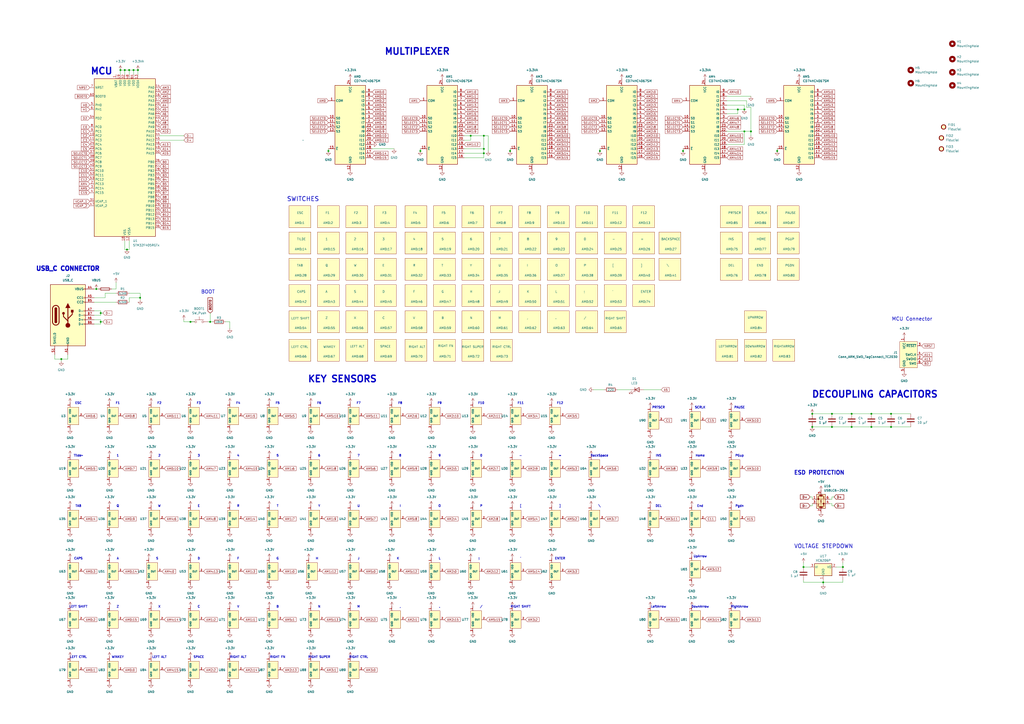
<source format=kicad_sch>
(kicad_sch (version 20250114) (generator "eeschema") (generator_version "9.0")
  (paper "A2")
  (lib_symbols
    (symbol "49e:Hall_Sensor" (pin_names (offset 1.016))
      (property "Reference" "U?" (at -4.5212 0.9652 0))
      (symbol "Hall_Sensor_1_1"
        (pin power_in line (at -2.54 7.62 270) (length 2.54) (name "VDD") (number "1"))
        (pin power_in line (at -2.54 -7.62 90) (length 2.54) (name "GND") (number "3"))
        (pin output line (at 5.08 0 180) (length 2.54) (name "OUT") (number "2"))
      )
    )
    (symbol "74xx:CD74HC4067SM"
      (property "Reference" "U" (at -8.89 22.86 0))
      (property "Value" "CD74HC4067SM" (at 1.27 22.86 0))
      (symbol "CD74HC4067SM_1_1"
        (pin passive line (at -12.7 12.7 0) (length 3.81) (name "COM") (number "1"))
        (pin input line (at -12.7 2.54 0) (length 3.81) (name "S0") (number "10"))
        (pin input line (at -12.7 0 0) (length 3.81) (name "S1") (number "11"))
        (pin input line (at -12.7 -2.54 0) (length 3.81) (name "S2") (number "14"))
        (pin input line (at -12.7 -5.08 0) (length 3.81) (name "S3") (number "13"))
        (pin input line (at -12.7 -15.24 0) (length 3.81) (name "~{E}") (number "15"))
        (pin power_in line (at 0 25.4 270) (length 3.81) (name "VCC") (number "24"))
        (pin power_in line (at 0 -27.94 90) (length 3.81) (name "GND") (number "12"))
        (pin passive line (at 12.7 17.78 180) (length 3.81) (name "I0") (number "9"))
        (pin passive line (at 12.7 15.24 180) (length 3.81) (name "I1") (number "8"))
        (pin passive line (at 12.7 12.7 180) (length 3.81) (name "I2") (number "7"))
        (pin passive line (at 12.7 10.16 180) (length 3.81) (name "I3") (number "6"))
        (pin passive line (at 12.7 7.62 180) (length 3.81) (name "I4") (number "5"))
        (pin passive line (at 12.7 5.08 180) (length 3.81) (name "I5") (number "4"))
        (pin passive line (at 12.7 2.54 180) (length 3.81) (name "I6") (number "3"))
        (pin passive line (at 12.7 0 180) (length 3.81) (name "I7") (number "2"))
        (pin passive line (at 12.7 -2.54 180) (length 3.81) (name "I8") (number "23"))
        (pin passive line (at 12.7 -5.08 180) (length 3.81) (name "I9") (number "22"))
        (pin passive line (at 12.7 -7.62 180) (length 3.81) (name "I10") (number "21"))
        (pin passive line (at 12.7 -10.16 180) (length 3.81) (name "I11") (number "20"))
        (pin passive line (at 12.7 -12.7 180) (length 3.81) (name "I12") (number "19"))
        (pin passive line (at 12.7 -15.24 180) (length 3.81) (name "I13") (number "18"))
        (pin passive line (at 12.7 -17.78 180) (length 3.81) (name "I14") (number "17"))
        (pin passive line (at 12.7 -20.32 180) (length 3.81) (name "I15") (number "16"))
      )
    )
    (symbol "Connector:Conn_ARM_SWD_TagConnect_TC2030" (in_bom no)
      (property "Reference" "J" (at 2.54 11.43 0))
      (property "Value" "Conn_ARM_SWD_TagConnect_TC2030" (at 5.08 8.89 0))
      (symbol "Conn_ARM_SWD_TagConnect_TC2030_0_0"
        (pin power_in line (at -2.54 10.16 270) (length 2.54) (name "VCC") (number "1"))
        (pin power_in line (at -2.54 -10.16 90) (length 2.54) (name "GND") (number "5"))
        (pin open_collector line (at 7.62 5.08 180) (length 2.54) (name "~{RESET}") (number "3"))
        (pin output line (at 7.62 0 180) (length 2.54) (name "SWCLK") (number "4"))
        (pin bidirectional line (at 7.62 -2.54 180) (length 2.54) (name "SWDIO") (number "2"))
        (pin input line (at 7.62 -5.08 180) (length 2.54) (name "SWO") (number "6"))
      )
    )
    (symbol "Connector:USB_C_Receptacle_USB2.0_14P" (pin_names (offset 1.016))
      (property "Reference" "J" (at 0 22.225 0))
      (property "Value" "USB_C_Receptacle_USB2.0_14P" (at 0 19.685 0))
      (symbol "USB_C_Receptacle_USB2.0_14P_1_1"
        (pin passive line (at -7.62 -22.86 90) (length 5.08) (name "SHIELD") (number "S1"))
        (pin passive line (at 0 -22.86 90) (length 5.08) (name "GND") (number "A1"))
        (pin passive line (at 0 -22.86 90) (length 5.08) (hide yes) (name "GND") (number "A12"))
        (pin passive line (at 0 -22.86 90) (length 5.08) (hide yes) (name "GND") (number "B1"))
        (pin passive line (at 0 -22.86 90) (length 5.08) (hide yes) (name "GND") (number "B12"))
        (pin passive line (at 15.24 15.24 180) (length 5.08) (name "VBUS") (number "A4"))
        (pin passive line (at 15.24 15.24 180) (length 5.08) (hide yes) (name "VBUS") (number "A9"))
        (pin passive line (at 15.24 15.24 180) (length 5.08) (hide yes) (name "VBUS") (number "B4"))
        (pin passive line (at 15.24 15.24 180) (length 5.08) (hide yes) (name "VBUS") (number "B9"))
        (pin bidirectional line (at 15.24 10.16 180) (length 5.08) (name "CC1") (number "A5"))
        (pin bidirectional line (at 15.24 7.62 180) (length 5.08) (name "CC2") (number "B5"))
        (pin bidirectional line (at 15.24 2.54 180) (length 5.08) (name "D-") (number "A7"))
        (pin bidirectional line (at 15.24 0 180) (length 5.08) (name "D-") (number "B7"))
        (pin bidirectional line (at 15.24 -2.54 180) (length 5.08) (name "D+") (number "A6"))
        (pin bidirectional line (at 15.24 -5.08 180) (length 5.08) (name "D+") (number "B6"))
      )
    )
    (symbol "Device:C" (pin_numbers (hide yes)) (pin_names (offset 0.254))
      (property "Reference" "C" (at 0.635 2.54 0))
      (property "Value" "C" (at 0.635 -2.54 0))
      (symbol "C_1_1"
        (pin passive line (at 0 3.81 270) (length 2.794) (name "~") (number "1"))
        (pin passive line (at 0 -3.81 90) (length 2.794) (name "~") (number "2"))
      )
    )
    (symbol "Device:Fuse" (pin_numbers (hide yes)) (pin_names (offset 0))
      (property "Reference" "F" (at 2.032 0 90))
      (property "Value" "Fuse" (at -1.905 0 90))
      (symbol "Fuse_1_1"
        (pin passive line (at 0 3.81 270) (length 1.27) (name "~") (number "1"))
        (pin passive line (at 0 -3.81 90) (length 1.27) (name "~") (number "2"))
      )
    )
    (symbol "Device:LED" (pin_numbers (hide yes)) (pin_names (offset 1.016) (hide yes))
      (property "Reference" "D" (at 0 2.54 0))
      (property "Value" "LED" (at 0 -2.54 0))
      (symbol "LED_1_1"
        (pin passive line (at -3.81 0 0) (length 2.54) (name "K") (number "1"))
        (pin passive line (at 3.81 0 180) (length 2.54) (name "A") (number "2"))
      )
    )
    (symbol "Device:R" (pin_numbers (hide yes)) (pin_names (offset 0))
      (property "Reference" "R" (at 2.032 0 90))
      (property "Value" "R" (at 0 0 90))
      (symbol "R_1_1"
        (pin passive line (at 0 3.81 270) (length 1.27) (name "~") (number "1"))
        (pin passive line (at 0 -3.81 90) (length 1.27) (name "~") (number "2"))
      )
    )
    (symbol "MCU_ST_STM32F4:STM32F405RGTx"
      (property "Reference" "U" (at -17.78 46.99 0))
      (property "Value" "STM32F405RGTx" (at 10.16 46.99 0))
      (symbol "STM32F405RGTx_1_1"
        (pin input line (at -20.32 40.64 0) (length 2.54) (name "NRST") (number "7"))
        (pin input line (at -20.32 35.56 0) (length 2.54) (name "BOOT0") (number "60"))
        (pin bidirectional line (at -20.32 30.48 0) (length 2.54) (name "PH0") (number "5"))
        (pin bidirectional line (at -20.32 27.94 0) (length 2.54) (name "PH1") (number "6"))
        (pin bidirectional line (at -20.32 22.86 0) (length 2.54) (name "PD2") (number "54"))
        (pin bidirectional line (at -20.32 17.78 0) (length 2.54) (name "PC0") (number "8"))
        (pin bidirectional line (at -20.32 15.24 0) (length 2.54) (name "PC1") (number "9"))
        (pin bidirectional line (at -20.32 12.7 0) (length 2.54) (name "PC2") (number "10"))
        (pin bidirectional line (at -20.32 10.16 0) (length 2.54) (name "PC3") (number "11"))
        (pin bidirectional line (at -20.32 7.62 0) (length 2.54) (name "PC4") (number "24"))
        (pin bidirectional line (at -20.32 5.08 0) (length 2.54) (name "PC5") (number "25"))
        (pin bidirectional line (at -20.32 2.54 0) (length 2.54) (name "PC6") (number "37"))
        (pin bidirectional line (at -20.32 0 0) (length 2.54) (name "PC7") (number "38"))
        (pin bidirectional line (at -20.32 -2.54 0) (length 2.54) (name "PC8") (number "39"))
        (pin bidirectional line (at -20.32 -5.08 0) (length 2.54) (name "PC9") (number "40"))
        (pin bidirectional line (at -20.32 -7.62 0) (length 2.54) (name "PC10") (number "51"))
        (pin bidirectional line (at -20.32 -10.16 0) (length 2.54) (name "PC11") (number "52"))
        (pin bidirectional line (at -20.32 -12.7 0) (length 2.54) (name "PC12") (number "53"))
        (pin bidirectional line (at -20.32 -15.24 0) (length 2.54) (name "PC13") (number "2"))
        (pin bidirectional line (at -20.32 -17.78 0) (length 2.54) (name "PC14") (number "3"))
        (pin bidirectional line (at -20.32 -20.32 0) (length 2.54) (name "PC15") (number "4"))
        (pin power_out line (at -20.32 -25.4 0) (length 2.54) (name "VCAP_1") (number "31"))
        (pin power_out line (at -20.32 -27.94 0) (length 2.54) (name "VCAP_2") (number "47"))
        (pin power_in line (at -5.08 48.26 270) (length 2.54) (name "VBAT") (number "1"))
        (pin power_in line (at -2.54 48.26 270) (length 2.54) (name "VDD") (number "19"))
        (pin power_in line (at 0 48.26 270) (length 2.54) (name "VDD") (number "32"))
        (pin power_in line (at 0 -48.26 90) (length 2.54) (name "VSS") (number "18"))
        (pin passive line (at 0 -48.26 90) (length 2.54) (hide yes) (name "VSS") (number "63"))
        (pin power_in line (at 2.54 48.26 270) (length 2.54) (name "VDD") (number "48"))
        (pin power_in line (at 2.54 -48.26 90) (length 2.54) (name "VSSA") (number "12"))
        (pin power_in line (at 5.08 48.26 270) (length 2.54) (name "VDD") (number "64"))
        (pin power_in line (at 7.62 48.26 270) (length 2.54) (name "VDDA") (number "13"))
        (pin bidirectional line (at 20.32 40.64 180) (length 2.54) (name "PA0") (number "14"))
        (pin bidirectional line (at 20.32 38.1 180) (length 2.54) (name "PA1") (number "15"))
        (pin bidirectional line (at 20.32 35.56 180) (length 2.54) (name "PA2") (number "16"))
        (pin bidirectional line (at 20.32 33.02 180) (length 2.54) (name "PA3") (number "17"))
        (pin bidirectional line (at 20.32 30.48 180) (length 2.54) (name "PA4") (number "20"))
        (pin bidirectional line (at 20.32 27.94 180) (length 2.54) (name "PA5") (number "21"))
        (pin bidirectional line (at 20.32 25.4 180) (length 2.54) (name "PA6") (number "22"))
        (pin bidirectional line (at 20.32 22.86 180) (length 2.54) (name "PA7") (number "23"))
        (pin bidirectional line (at 20.32 20.32 180) (length 2.54) (name "PA8") (number "41"))
        (pin bidirectional line (at 20.32 17.78 180) (length 2.54) (name "PA9") (number "42"))
        (pin bidirectional line (at 20.32 15.24 180) (length 2.54) (name "PA10") (number "43"))
        (pin bidirectional line (at 20.32 12.7 180) (length 2.54) (name "PA11") (number "44"))
        (pin bidirectional line (at 20.32 10.16 180) (length 2.54) (name "PA12") (number "45"))
        (pin bidirectional line (at 20.32 7.62 180) (length 2.54) (name "PA13") (number "46"))
        (pin bidirectional line (at 20.32 5.08 180) (length 2.54) (name "PA14") (number "49"))
        (pin bidirectional line (at 20.32 2.54 180) (length 2.54) (name "PA15") (number "50"))
        (pin bidirectional line (at 20.32 -2.54 180) (length 2.54) (name "PB0") (number "26"))
        (pin bidirectional line (at 20.32 -5.08 180) (length 2.54) (name "PB1") (number "27"))
        (pin bidirectional line (at 20.32 -7.62 180) (length 2.54) (name "PB2") (number "28"))
        (pin bidirectional line (at 20.32 -10.16 180) (length 2.54) (name "PB3") (number "55"))
        (pin bidirectional line (at 20.32 -12.7 180) (length 2.54) (name "PB4") (number "56"))
        (pin bidirectional line (at 20.32 -15.24 180) (length 2.54) (name "PB5") (number "57"))
        (pin bidirectional line (at 20.32 -17.78 180) (length 2.54) (name "PB6") (number "58"))
        (pin bidirectional line (at 20.32 -20.32 180) (length 2.54) (name "PB7") (number "59"))
        (pin bidirectional line (at 20.32 -22.86 180) (length 2.54) (name "PB8") (number "61"))
        (pin bidirectional line (at 20.32 -25.4 180) (length 2.54) (name "PB9") (number "62"))
        (pin bidirectional line (at 20.32 -27.94 180) (length 2.54) (name "PB10") (number "29"))
        (pin bidirectional line (at 20.32 -30.48 180) (length 2.54) (name "PB11") (number "30"))
        (pin bidirectional line (at 20.32 -33.02 180) (length 2.54) (name "PB12") (number "33"))
        (pin bidirectional line (at 20.32 -35.56 180) (length 2.54) (name "PB13") (number "34"))
        (pin bidirectional line (at 20.32 -38.1 180) (length 2.54) (name "PB14") (number "35"))
        (pin bidirectional line (at 20.32 -40.64 180) (length 2.54) (name "PB15") (number "36"))
      )
    )
    (symbol "Mechanical:Fiducial" (in_bom no)
      (property "Reference" "FID" (at 0 5.08 0))
      (property "Value" "Fiducial" (at 0 3.175 0))
    )
    (symbol "Mechanical:MountingHole" (pin_names (offset 1.016)) (in_bom no)
      (property "Reference" "H" (at 0 5.08 0))
      (property "Value" "MountingHole" (at 0 3.175 0))
    )
    (symbol "Power_Protection:USBLC6-2SC6" (pin_names (hide yes))
      (property "Reference" "U" (at 0.635 5.715 0))
      (property "Value" "USBLC6-2SC6" (at 0.635 3.81 0))
      (symbol "USBLC6-2SC6_1_1"
        (pin passive line (at -5.08 0 0) (length 2.54) (name "I/O1") (number "1"))
        (pin passive line (at -5.08 -2.54 0) (length 2.54) (name "I/O2") (number "3"))
        (pin passive line (at 0 5.08 270) (length 2.54) (name "VBUS") (number "5"))
        (pin passive line (at 0 -7.62 90) (length 2.54) (name "GND") (number "2"))
        (pin passive line (at 5.08 0 180) (length 2.54) (name "I/O1") (number "6"))
        (pin passive line (at 5.08 -2.54 180) (length 2.54) (name "I/O2") (number "4"))
      )
    )
    (symbol "Regulator_Linear:XC6206PxxxMR" (pin_names (offset 0.254))
      (property "Reference" "U" (at -3.81 3.175 0))
      (property "Value" "XC6206PxxxMR" (at 0 3.175 0))
      (symbol "XC6206PxxxMR_1_1"
        (pin power_in line (at -7.62 0 0) (length 2.54) (name "VI") (number "3"))
        (pin power_in line (at 0 -7.62 90) (length 2.54) (name "GND") (number "1"))
        (pin power_out line (at 7.62 0 180) (length 2.54) (name "VO") (number "2"))
      )
    )
    (symbol "Switch:SW_Push" (pin_numbers (hide yes)) (pin_names (offset 1.016) (hide yes))
      (property "Reference" "SW" (at 1.27 2.54 0))
      (property "Value" "SW_Push" (at 0 -1.524 0))
      (symbol "SW_Push_0_1"
        (pin passive line (at -5.08 0 0) (length 2.54) (name "1") (number "1"))
        (pin passive line (at 5.08 0 180) (length 2.54) (name "2") (number "2"))
      )
    )
    (symbol "hall-effect_kb_symbols:HESwitch"
      (property "Reference" "AM0:0" (at -0.508 -2.794 0))
      (property "Value" "HESwitch" (at 0.254 3.556 0))
    )
    (symbol "hall-effect_kb_symbols:SS49EUA")
    (symbol "power:+3.3V" (power) (pin_numbers (hide yes)) (pin_names (offset 0) (hide yes))
      (property "Value" "+3.3V" (at 0 3.556 0))
      (symbol "+3.3V_1_1"
        (pin power_in line (at 0 0 90) (length 0) (name "~") (number "1"))
      )
    )
    (symbol "power:+3.3VA" (power) (pin_numbers (hide yes)) (pin_names (offset 0) (hide yes))
      (property "Value" "+3.3VA" (at 0 3.556 0))
      (symbol "+3.3VA_1_1"
        (pin power_in line (at 0 0 90) (length 0) (name "~") (number "1"))
      )
    )
    (symbol "power:+5V" (power) (pin_numbers (hide yes)) (pin_names (offset 0) (hide yes))
      (property "Value" "+5V" (at 0 3.556 0))
      (symbol "+5V_1_1"
        (pin power_in line (at 0 0 90) (length 0) (name "~") (number "1"))
      )
    )
    (symbol "power:GND" (power) (pin_numbers (hide yes)) (pin_names (offset 0) (hide yes))
      (property "Value" "GND" (at 0 -3.81 0))
      (symbol "GND_1_1"
        (pin power_in line (at 0 0 270) (length 0) (name "~") (number "1"))
      )
    )
    (symbol "power:VBUS" (power) (pin_numbers (hide yes)) (pin_names (offset 0) (hide yes))
      (property "Value" "VBUS" (at 0 3.556 0))
      (symbol "VBUS_1_1"
        (pin power_in line (at 0 0 90) (length 0) (name "~") (number "1"))
      )
    )
  )
  (text "G" (at 161.036 324.104 0) (effects (font (size 1.27 1.27) (thickness 0.254) (bold yes))))
  (text "PAUSE" (at 429.006 236.474 0) (effects (font (size 1.27 1.27) (thickness 0.254) (bold yes))))
  (text "C" (at 115.316 352.044 0) (effects (font (size 1.27 1.27) (thickness 0.254) (bold yes))))
  (text "," (at 232.156 352.044 0) (effects (font (size 1.27 1.27) (thickness 0.254) (bold yes))))
  (text "N" (at 185.166 352.044 0) (effects (font (size 1.27 1.27) (thickness 0.254) (bold yes))))
  (text "RightArrow" (at 429.006 352.044 0) (effects (font (size 1.27 1.27) (thickness 0.254) (bold yes))))
  (text "INS" (at 382.016 264.414 0) (effects (font (size 1.27 1.27) (thickness 0.254) (bold yes))))
  (text "RIGHT CTRL" (at 208.026 381.254 0) (effects (font (size 1.27 1.27) (thickness 0.254) (bold yes))))
  (text "Home" (at 406.146 264.414 0) (effects (font (size 1.27 1.27) (thickness 0.254) (bold yes))))
  (text "F5" (at 161.036 233.934 0) (effects (font (size 1.27 1.27) (thickness 0.254) (bold yes))))
  (text "3" (at 115.316 264.414 0) (effects (font (size 1.27 1.27) (thickness 0.254) (bold yes))))
  (text "CAPS" (at 45.466 324.104 0) (effects (font (size 1.27 1.27) (thickness 0.254) (bold yes))))
  (text "RIGHT FN" (at 161.036 381.254 0) (effects (font (size 1.27 1.27) (thickness 0.254) (bold yes))))
  (text "MCU Connector" (at 529.082 185.166 0) (effects (font (size 2.032 2.032) (thickness 0.254) (bold yes))))
  (text "U" (at 208.026 293.624 0) (effects (font (size 1.27 1.27) (thickness 0.254) (bold yes))))
  (text "F12" (at 324.866 233.934 0) (effects (font (size 1.27 1.27) (thickness 0.254) (bold yes))))
  (text "T" (at 161.036 293.624 0) (effects (font (size 1.27 1.27) (thickness 0.254) (bold yes))))
  (text "=" (at 324.866 264.414 0) (effects (font (size 1.27 1.27) (thickness 0.254) (bold yes))))
  (text "Pgdn" (at 429.006 293.624 0) (effects (font (size 1.27 1.27) (thickness 0.254) (bold yes))))
  (text "F3" (at 115.316 233.934 0) (effects (font (size 1.27 1.27) (thickness 0.254) (bold yes))))
  (text "TAB" (at 45.466 293.624 0) (effects (font (size 1.27 1.27) (thickness 0.254) (bold yes))))
  (text "LeftArrow" (at 382.016 352.044 0) (effects (font (size 1.27 1.27) (thickness 0.254) (bold yes))))
  (text "BackSpace" (at 347.726 264.414 0) (effects (font (size 1.27 1.27) (thickness 0.254) (bold yes))))
  (text "SPACE" (at 115.316 381.254 0) (effects (font (size 1.27 1.27) (thickness 0.254) (bold yes))))
  (text "-" (at 302.006 264.414 0) (effects (font (size 1.27 1.27) (thickness 0.254) (bold yes))))
  (text "Q" (at 68.326 293.624 0) (effects (font (size 1.27 1.27) (thickness 0.254) (bold yes))))
  (text "Y" (at 185.166 293.624 0) (effects (font (size 1.27 1.27) (thickness 0.254) (bold yes))))
  (text "End" (at 406.146 293.624 0) (effects (font (size 1.27 1.27) (thickness 0.254) (bold yes))))
  (text "F" (at 138.176 324.104 0) (effects (font (size 1.27 1.27) (thickness 0.254) (bold yes))))
  (text "LEFT CTRL" (at 45.466 381.254 0) (effects (font (size 1.27 1.27) (thickness 0.254) (bold yes))))
  (text "Tilde~" (at 45.466 264.414 0) (effects (font (size 1.27 1.27) (thickness 0.254) (bold yes))))
  (text "ESC" (at 45.466 233.934 0) (effects (font (size 1.27 1.27) (thickness 0.254) (bold yes))))
  (text "J" (at 208.026 324.104 0) (effects (font (size 1.27 1.27) (thickness 0.254) (bold yes))))
  (text "A" (at 68.326 324.104 0) (effects (font (size 1.27 1.27) (thickness 0.254) (bold yes))))
  (text "'" (at 302.006 324.104 0) (effects (font (size 1.27 1.27) (thickness 0.254) (bold yes))))
  (text "F8" (at 232.156 233.934 0) (effects (font (size 1.27 1.27) (thickness 0.254) (bold yes))))
  (text "R" (at 138.176 293.624 0) (effects (font (size 1.27 1.27) (thickness 0.254) (bold yes))))
  (text "F1\n" (at 68.326 233.934 0) (effects (font (size 1.27 1.27) (thickness 0.254) (bold yes))))
  (text "8" (at 232.156 264.414 0) (effects (font (size 1.27 1.27) (thickness 0.254) (bold yes))))
  (text "UpArrow" (at 406.146 322.834 0) (effects (font (size 1.27 1.27) (thickness 0.254) (bold yes))))
  (text "E" (at 115.316 293.624 0) (effects (font (size 1.27 1.27) (thickness 0.254) (bold yes))))
  (text "BOOT" (at 120.65 169.418 0) (effects (font (size 2.032 2.032) (thickness 0.254))))
  (text "L" (at 255.016 324.104 0) (effects (font (size 1.27 1.27) (thickness 0.254) (bold yes))))
  (text "VOLTAGE STEPDOWN" (at 477.774 316.992 0) (effects (font (size 2.286 2.286) (thickness 0.2858))))
  (text "B" (at 161.036 352.044 0) (effects (font (size 1.27 1.27) (thickness 0.254) (bold yes))))
  (text "2" (at 92.456 264.414 0) (effects (font (size 1.27 1.27) (thickness 0.254) (bold yes))))
  (text "D" (at 115.316 324.104 0) (effects (font (size 1.27 1.27) (thickness 0.254) (bold yes))))
  (text "F7" (at 208.026 233.934 0) (effects (font (size 1.27 1.27) (thickness 0.254) (bold yes))))
  (text "RIGHT ALT" (at 138.176 381.254 0) (effects (font (size 1.27 1.27) (thickness 0.254) (bold yes))))
  (text "4" (at 138.176 264.414 0) (effects (font (size 1.27 1.27) (thickness 0.254) (bold yes))))
  (text "6" (at 185.166 264.414 0) (effects (font (size 1.27 1.27) (thickness 0.254) (bold yes))))
  (text "9" (at 255.016 264.414 0) (effects (font (size 1.27 1.27) (thickness 0.254) (bold yes))))
  (text "7" (at 208.026 264.414 0) (effects (font (size 1.27 1.27) (thickness 0.254) (bold yes))))
  (text "Z" (at 68.326 352.044 0) (effects (font (size 1.27 1.27) (thickness 0.254) (bold yes))))
  (text "F4" (at 138.176 233.934 0) (effects (font (size 1.27 1.27) (thickness 0.254) (bold yes))))
  (text "F9" (at 255.016 233.934 0) (effects (font (size 1.27 1.27) (thickness 0.254) (bold yes))))
  (text ";" (at 277.876 324.104 0) (effects (font (size 1.27 1.27) (thickness 0.254) (bold yes))))
  (text "X" (at 92.456 352.044 0) (effects (font (size 1.27 1.27) (thickness 0.254) (bold yes))))
  (text "WINKEY" (at 68.326 381.254 0) (effects (font (size 1.27 1.27) (thickness 0.254) (bold yes))))
  (text "SWITCHES" (at 175.768 115.57 0) (effects (font (size 2.54 2.54) (thickness 0.3175))))
  (text "S" (at 91.186 324.104 0) (effects (font (size 1.27 1.27) (thickness 0.254) (bold yes))))
  (text "ENTER" (at 324.866 324.104 0) (effects (font (size 1.27 1.27) (thickness 0.254) (bold yes))))
  (text "KEY SENSORS" (at 198.628 219.964 0) (effects (font (size 3.81 3.81) (thickness 0.762) (bold yes))))
  (text "O" (at 255.016 293.624 0) (effects (font (size 1.27 1.27) (thickness 0.254) (bold yes))))
  (text "LEFT SHIFT" (at 45.466 352.044 0) (effects (font (size 1.27 1.27) (thickness 0.254) (bold yes))))
  (text "V" (at 138.176 352.044 0) (effects (font (size 1.27 1.27) (thickness 0.254) (bold yes))))
  (text "F2" (at 92.456 233.934 0) (effects (font (size 1.27 1.27) (thickness 0.254) (bold yes))))
  (text "DEL" (at 382.016 293.624 0) (effects (font (size 1.27 1.27) (thickness 0.254) (bold yes))))
  (text "W" (at 92.456 293.624 0) (effects (font (size 1.27 1.27) (thickness 0.254) (bold yes))))
  (text "I" (at 232.156 293.624 0) (effects (font (size 1.27 1.27) (thickness 0.254) (bold yes))))
  (text "PRTSCR" (at 382.016 236.474 0) (effects (font (size 1.27 1.27) (thickness 0.254) (bold yes))))
  (text "P" (at 279.146 293.624 0) (effects (font (size 1.27 1.27) (thickness 0.254) (bold yes))))
  (text "1" (at 68.326 264.414 0) (effects (font (size 1.27 1.27) (thickness 0.254) (bold yes))))
  (text "0" (at 279.146 264.414 0) (effects (font (size 1.27 1.27) (thickness 0.254) (bold yes))))
  (text "F6" (at 185.166 233.934 0) (effects (font (size 1.27 1.27) (thickness 0.254) (bold yes))))
  (text "ESD PROTECTION" (at 475.234 274.32 0) (effects (font (size 2.286 2.286) (thickness 0.4572) (bold yes))))
  (text "DECOUPLING CAPACITORS" (at 507.492 228.854 0) (effects (font (size 3.81 3.81) (thickness 0.762) (bold yes))))
  (text "F11" (at 302.006 233.934 0) (effects (font (size 1.27 1.27) (thickness 0.254) (bold yes))))
  (text "LEFT ALT" (at 92.456 381.254 0) (effects (font (size 1.27 1.27) (thickness 0.254) (bold yes))))
  (text "USB_C CONNECTOR" (at 39.37 155.956 0) (effects (font (size 2.54 2.54) (thickness 0.762) (bold yes))))
  (text "/" (at 279.146 352.044 0) (effects (font (size 1.27 1.27) (thickness 0.254) (bold yes))))
  (text "RIGHT SUPER" (at 185.166 381.254 0) (effects (font (size 1.27 1.27) (thickness 0.254) (bold yes))))
  (text "DownArrow" (at 406.146 352.044 0) (effects (font (size 1.27 1.27) (thickness 0.254) (bold yes))))
  (text "]" (at 324.866 293.624 0) (effects (font (size 1.27 1.27) (thickness 0.254) (bold yes))))
  (text "H" (at 183.896 324.104 0) (effects (font (size 1.27 1.27) (thickness 0.254) (bold yes))))
  (text "[" (at 302.006 293.624 0) (effects (font (size 1.27 1.27) (thickness 0.254) (bold yes))))
  (text "SCRLK" (at 406.146 236.474 0) (effects (font (size 1.27 1.27) (thickness 0.254) (bold yes))))
  (text "MULTIPLEXER" (at 242.062 29.972 0) (effects (font (size 3.81 3.81) (thickness 0.762) (bold yes))))
  (text "\\" (at 347.726 293.624 0) (effects (font (size 1.27 1.27) (thickness 0.254) (bold yes))))
  (text "M" (at 208.026 352.044 0) (effects (font (size 1.27 1.27) (thickness 0.254) (bold yes))))
  (text "K" (at 230.886 324.104 0) (effects (font (size 1.27 1.27) (thickness 0.254) (bold yes))))
  (text "MCU" (at 58.928 41.402 0) (effects (font (size 3.81 3.81) (thickness 0.762) (bold yes))))
  (text "5" (at 161.036 264.414 0) (effects (font (size 1.27 1.27) (thickness 0.254) (bold yes))))
  (text "." (at 255.016 352.044 0) (effects (font (size 1.27 1.27) (thickness 0.254) (bold yes))))
  (text "RIGHT SHIFT" (at 302.006 352.044 0) (effects (font (size 1.27 1.27) (thickness 0.254) (bold yes))))
  (text "PGup" (at 429.006 264.414 0) (effects (font (size 1.27 1.27) (thickness 0.254) (bold yes))))
  (text "F10" (at 279.146 233.934 0) (effects (font (size 1.27 1.27) (thickness 0.254) (bold yes))))
  (junction (at 482.6 247.65))
  (junction (at 55.88 167.64))
  (junction (at 69.85 40.64))
  (junction (at 121.92 186.69))
  (junction (at 280.67 86.36))
  (junction (at 505.46 247.65))
  (junction (at 72.39 40.64))
  (junction (at 347.98 87.5938))
  (junction (at 35.56 208.28))
  (junction (at 110.49 186.69))
  (junction (at 471.17 240.03))
  (junction (at 471.17 247.65))
  (junction (at 488.95 328.93))
  (junction (at 516.89 240.03))
  (junction (at 77.47 40.64))
  (junction (at 494.03 240.03))
  (junction (at 243.84 87.5938))
  (junction (at 396.24 87.5938))
  (junction (at 280.67 88.9))
  (junction (at 435.61 76.2))
  (junction (at 190.5 87.5938))
  (junction (at 505.46 240.03))
  (junction (at 466.09 328.93))
  (junction (at 80.01 40.64))
  (junction (at 273.05 78.74))
  (junction (at 431.8 63.5))
  (junction (at 58.42 186.69))
  (junction (at 58.42 181.61))
  (junction (at 477.52 337.82))
  (junction (at 431.8 76.2))
  (junction (at 516.89 247.65))
  (junction (at 74.93 40.64))
  (junction (at 427.99 63.5))
  (junction (at 81.28 172.72))
  (junction (at 280.67 78.74))
  (junction (at 295.91 87.5938))
  (junction (at 494.03 247.65))
  (junction (at 450.85 87.5938))
  (junction (at 482.6 240.03))
  (junction (at 73.66 144.78))
  (wire (pts (xy 295.91 87.5938) (xy 295.91 86.36)))
  (wire (pts (xy 488.95 328.93) (xy 488.95 326.39)))
  (wire (pts (xy 54.61 182.88) (xy 58.42 182.88)))
  (wire (pts (xy 67.31 175.26) (xy 54.61 175.26)))
  (wire (pts (xy 431.8 60.96) (xy 431.8 63.5)))
  (wire (pts (xy 482.6 247.65) (xy 471.17 247.65)))
  (wire (pts (xy 427.99 66.04) (xy 427.99 63.5)))
  (wire (pts (xy 31.75 205.74) (xy 31.75 208.28)))
  (wire (pts (xy 69.85 43.18) (xy 69.85 40.64)))
  (wire (pts (xy 421.64 76.2) (xy 431.8 76.2)))
  (wire (pts (xy 482.6 292.1) (xy 481.33 292.1)))
  (wire (pts (xy 243.84 87.63) (xy 243.84 87.5938)))
  (wire (pts (xy 283.21 78.74) (xy 283.21 87.63)))
  (wire (pts (xy 471.17 240.03) (xy 482.6 240.03)))
  (wire (pts (xy 113.03 186.69) (xy 110.49 186.69)))
  (wire (pts (xy 494.03 247.65) (xy 482.6 247.65)))
  (wire (pts (xy 54.61 172.72) (xy 60.96 172.72)))
  (wire (pts (xy 421.64 58.42) (xy 433.07 58.42)))
  (wire (pts (xy 471.17 293.37) (xy 471.17 292.1)))
  (wire (pts (xy 477.52 336.55) (xy 477.52 337.82)))
  (wire (pts (xy 466.09 337.82) (xy 466.09 336.55)))
  (wire (pts (xy 72.39 40.64) (xy 69.85 40.64)))
  (wire (pts (xy 60.96 170.18) (xy 67.31 170.18)))
  (wire (pts (xy 421.64 66.04) (xy 427.99 66.04)))
  (wire (pts (xy 92.71 78.74) (xy 106.68 78.74)))
  (wire (pts (xy 469.9 293.37) (xy 471.17 293.37)))
  (wire (pts (xy 466.09 328.93) (xy 469.9 328.93)))
  (wire (pts (xy 482.6 288.29) (xy 482.6 289.56)))
  (wire (pts (xy 55.88 167.64) (xy 57.15 167.64)))
  (wire (pts (xy 31.75 208.28) (xy 35.56 208.28)))
  (wire (pts (xy 58.42 186.69) (xy 59.69 186.69)))
  (wire (pts (xy 435.61 76.2) (xy 435.61 78.74)))
  (wire (pts (xy 67.31 167.64) (xy 67.31 163.83)))
  (wire (pts (xy 130.81 186.69) (xy 133.35 186.69)))
  (wire (pts (xy 396.24 87.5938) (xy 396.24 86.36)))
  (wire (pts (xy 483.87 288.29) (xy 482.6 288.29)))
  (wire (pts (xy 421.64 55.88) (xy 435.61 55.88)))
  (wire (pts (xy 421.64 60.96) (xy 431.8 60.96)))
  (wire (pts (xy 483.87 293.37) (xy 482.6 293.37)))
  (wire (pts (xy 190.5 87.5938) (xy 190.5 86.36)))
  (wire (pts (xy 471.17 289.56) (xy 471.17 288.29)))
  (wire (pts (xy 485.14 328.93) (xy 488.95 328.93)))
  (wire (pts (xy 54.61 167.64) (xy 55.88 167.64)))
  (wire (pts (xy 243.84 87.5938) (xy 243.84 86.36)))
  (wire (pts (xy 494.03 240.03) (xy 505.46 240.03)))
  (wire (pts (xy 74.93 144.78) (xy 73.66 144.78)))
  (wire (pts (xy 74.93 43.18) (xy 74.93 40.64)))
  (wire (pts (xy 77.47 40.64) (xy 74.93 40.64)))
  (wire (pts (xy 466.09 326.39) (xy 466.09 328.93)))
  (wire (pts (xy 280.67 78.74) (xy 283.21 78.74)))
  (wire (pts (xy 421.64 63.5) (xy 427.99 63.5)))
  (wire (pts (xy 74.93 139.7) (xy 74.93 144.78)))
  (wire (pts (xy 58.42 185.42) (xy 58.42 186.69)))
  (wire (pts (xy 471.17 288.29) (xy 469.9 288.29)))
  (wire (pts (xy 81.28 172.72) (xy 81.28 173.99)))
  (wire (pts (xy 81.28 170.18) (xy 81.28 172.72)))
  (wire (pts (xy 77.47 43.18) (xy 77.47 40.64)))
  (wire (pts (xy 80.01 40.64) (xy 77.47 40.64)))
  (wire (pts (xy 72.39 144.78) (xy 73.66 144.78)))
  (wire (pts (xy 273.05 78.74) (xy 280.67 78.74)))
  (wire (pts (xy 396.24 87.63) (xy 396.24 87.5938)))
  (wire (pts (xy 383.54 226.06) (xy 373.38 226.06)))
  (wire (pts (xy 58.42 180.34) (xy 58.42 181.61)))
  (wire (pts (xy 435.61 62.23) (xy 435.61 76.2)))
  (wire (pts (xy 35.56 208.28) (xy 39.37 208.28)))
  (wire (pts (xy 74.93 172.72) (xy 81.28 172.72)))
  (wire (pts (xy 54.61 180.34) (xy 58.42 180.34)))
  (wire (pts (xy 482.6 289.56) (xy 481.33 289.56)))
  (wire (pts (xy 505.46 240.03) (xy 516.89 240.03)))
  (wire (pts (xy 488.95 337.82) (xy 488.95 336.55)))
  (wire (pts (xy 516.89 247.65) (xy 505.46 247.65)))
  (wire (pts (xy 54.61 185.42) (xy 58.42 185.42)))
  (wire (pts (xy 74.93 170.18) (xy 81.28 170.18)))
  (wire (pts (xy 482.6 240.03) (xy 494.03 240.03)))
  (wire (pts (xy 74.93 40.64) (xy 72.39 40.64)))
  (wire (pts (xy 427.99 63.5) (xy 431.8 63.5)))
  (wire (pts (xy 80.01 43.18) (xy 80.01 40.64)))
  (wire (pts (xy 431.8 76.2) (xy 435.61 76.2)))
  (wire (pts (xy 269.24 86.36) (xy 280.67 86.36)))
  (wire (pts (xy 421.64 83.82) (xy 431.8 83.82)))
  (wire (pts (xy 269.24 81.28) (xy 273.05 81.28)))
  (wire (pts (xy 39.37 208.28) (xy 39.37 205.74)))
  (wire (pts (xy 477.52 337.82) (xy 477.52 339.09)))
  (wire (pts (xy 120.65 186.69) (xy 121.92 186.69)))
  (wire (pts (xy 74.93 175.26) (xy 74.93 172.72)))
  (wire (pts (xy 106.68 185.42) (xy 106.68 186.69)))
  (wire (pts (xy 58.42 181.61) (xy 59.69 181.61)))
  (wire (pts (xy 58.42 187.96) (xy 58.42 186.69)))
  (wire (pts (xy 190.5 87.63) (xy 190.5 87.5938)))
  (wire (pts (xy 433.07 58.42) (xy 433.07 62.23)))
  (wire (pts (xy 133.35 186.69) (xy 133.35 190.5)))
  (wire (pts (xy 477.52 337.82) (xy 466.09 337.82)))
  (wire (pts (xy 450.85 87.5938) (xy 450.85 86.36)))
  (wire (pts (xy 295.91 87.63) (xy 295.91 87.5938)))
  (wire (pts (xy 92.71 81.28) (xy 106.68 81.28)))
  (wire (pts (xy 280.67 88.9) (xy 280.67 86.36)))
  (wire (pts (xy 280.67 91.44) (xy 280.67 88.9)))
  (wire (pts (xy 505.46 247.65) (xy 494.03 247.65)))
  (wire (pts (xy 60.96 172.72) (xy 60.96 170.18)))
  (wire (pts (xy 58.42 182.88) (xy 58.42 181.61)))
  (wire (pts (xy 528.32 247.65) (xy 516.89 247.65)))
  (wire (pts (xy 215.9 86.36) (xy 228.6 86.36)))
  (wire (pts (xy 450.85 87.63) (xy 450.85 87.5938)))
  (wire (pts (xy 35.56 208.28) (xy 35.56 209.55)))
  (wire (pts (xy 72.39 139.7) (xy 72.39 144.78)))
  (wire (pts (xy 433.07 62.23) (xy 435.61 62.23)))
  (wire (pts (xy 72.39 43.18) (xy 72.39 40.64)))
  (wire (pts (xy 350.52 226.06) (xy 344.17 226.06)))
  (wire (pts (xy 477.52 337.82) (xy 488.95 337.82)))
  (wire (pts (xy 482.6 293.37) (xy 482.6 292.1)))
  (wire (pts (xy 365.76 226.06) (xy 358.14 226.06)))
  (wire (pts (xy 516.89 240.03) (xy 528.32 240.03)))
  (wire (pts (xy 121.92 186.69) (xy 123.19 186.69)))
  (wire (pts (xy 269.24 88.9) (xy 280.67 88.9)))
  (wire (pts (xy 269.24 78.74) (xy 273.05 78.74)))
  (wire (pts (xy 273.05 81.28) (xy 273.05 78.74)))
  (wire (pts (xy 347.98 87.63) (xy 347.98 87.5938)))
  (wire (pts (xy 269.24 91.44) (xy 280.67 91.44)))
  (wire (pts (xy 280.67 86.36) (xy 280.67 78.74)))
  (wire (pts (xy 110.49 186.69) (xy 106.68 186.69)))
  (wire (pts (xy 121.92 186.69) (xy 121.92 181.61)))
  (wire (pts (xy 64.77 167.64) (xy 67.31 167.64)))
  (wire (pts (xy 54.61 187.96) (xy 58.42 187.96)))
  (wire (pts (xy 431.8 83.82) (xy 431.8 76.2)))
  (wire (pts (xy 347.98 87.5938) (xy 347.98 86.36)))
  (global_label "AM2:0" (shape input) (at 373.38 53.34 0) (property "Intersheetrefs" "${INTERSHEET_REFS}" (effects (hide yes))))
  (global_label "D+" (shape input) (at 469.9 288.29 180) (effects (font (thickness 0.254) (bold yes))) (property "Intersheetrefs" "${INTERSHEET_REFS}" (effects (hide yes))))
  (global_label "D-" (shape input) (at 59.69 181.61 0) (property "Intersheetrefs" "${INTERSHEET_REFS}" (effects (hide yes))))
  (global_label "AM1" (shape input) (at 92.71 55.88 0) (property "Intersheetrefs" "${INTERSHEET_REFS}" (effects (hide yes))))
  (global_label "AM3" (shape input) (at 295.91 58.42 180) (property "Intersheetrefs" "${INTERSHEET_REFS}" (effects (hide yes))))
  (global_label "B2" (shape input) (at 92.71 99.06 0) (property "Intersheetrefs" "${INTERSHEET_REFS}" (effects (hide yes))))
  (global_label "AM2:12" (shape input) (at 373.38 83.82 0) (property "Intersheetrefs" "${INTERSHEET_REFS}" (effects (hide yes))))
  (global_label "SELECT3" (shape input) (at 396.24 76.2 180) (property "Intersheetrefs" "${INTERSHEET_REFS}" (effects (hide yes))))
  (global_label "AM5:15" (shape input) (at 281.94 359.41 0) (property "Intersheetrefs" "${INTERSHEET_REFS}" (effects (hide yes))))
  (global_label "SELECT0" (shape input) (at 295.91 68.58 180) (property "Intersheetrefs" "${INTERSHEET_REFS}" (effects (hide yes))))
  (global_label "AM5:11" (shape input) (at 476.25 81.28 0) (property "Intersheetrefs" "${INTERSHEET_REFS}" (effects (hide yes))))
  (global_label "A8" (shape input) (at 92.71 71.12 0) (property "Intersheetrefs" "${INTERSHEET_REFS}" (effects (hide yes))))
  (global_label "AM1:9" (shape input) (at 269.24 76.2 0) (property "Intersheetrefs" "${INTERSHEET_REFS}" (effects (hide yes))))
  (global_label "AM2:0" (shape input) (at 257.81 331.47 0) (property "Intersheetrefs" "${INTERSHEET_REFS}" (effects (hide yes))))
  (global_label "AM1:2" (shape input) (at 269.24 58.42 0) (property "Intersheetrefs" "${INTERSHEET_REFS}" (effects (hide yes))))
  (global_label "A9" (shape input) (at 92.71 73.66 0) (property "Intersheetrefs" "${INTERSHEET_REFS}" (effects (hide yes))))
  (global_label "B11" (shape input) (at 92.71 121.92 0) (property "Intersheetrefs" "${INTERSHEET_REFS}" (effects (hide yes))))
  (global_label "AM3:15" (shape input) (at 321.31 91.44 0) (property "Intersheetrefs" "${INTERSHEET_REFS}" (effects (hide yes))))
  (global_label "AM2:10" (shape input) (at 257.81 241.3 0) (property "Intersheetrefs" "${INTERSHEET_REFS}" (effects (hide yes))))
  (global_label "AM3:8" (shape input) (at 321.31 73.66 0) (property "Intersheetrefs" "${INTERSHEET_REFS}" (effects (hide yes))))
  (global_label "AM1:12" (shape input) (at 186.69 331.47 0) (property "Intersheetrefs" "${INTERSHEET_REFS}" (effects (hide yes))))
  (global_label "AM0:2" (shape input) (at 215.9 58.42 0) (property "Intersheetrefs" "${INTERSHEET_REFS}" (effects (hide yes))))
  (global_label "AM5:9" (shape input) (at 234.95 271.78 0) (property "Intersheetrefs" "${INTERSHEET_REFS}" (effects (hide yes))))
  (global_label "AM0:11" (shape input) (at 95.25 241.3 0) (property "Intersheetrefs" "${INTERSHEET_REFS}" (effects (hide yes))))
  (global_label "AM0" (shape input) (at 190.5 58.42 180) (property "Intersheetrefs" "${INTERSHEET_REFS}" (effects (hide yes))))
  (global_label "AM2:8" (shape input) (at 373.38 73.66 0) (property "Intersheetrefs" "${INTERSHEET_REFS}" (effects (hide yes))))
  (global_label "C3" (shape input) (at 52.07 81.28 180) (property "Intersheetrefs" "${INTERSHEET_REFS}" (effects (hide yes))))
  (global_label "B9" (shape input) (at 92.71 116.84 0) (property "Intersheetrefs" "${INTERSHEET_REFS}" (effects (hide yes))))
  (global_label "AM5:12" (shape input) (at 233.68 331.47 0) (property "Intersheetrefs" "${INTERSHEET_REFS}" (effects (hide yes))))
  (global_label "AM5:6" (shape input) (at 476.25 68.58 0) (property "Intersheetrefs" "${INTERSHEET_REFS}" (effects (hide yes))))
  (global_label "AM0:3" (shape input) (at 48.26 331.47 0) (property "Intersheetrefs" "${INTERSHEET_REFS}" (effects (hide yes))))
  (global_label "SELECT3" (shape input) (at 295.91 76.2 180) (property "Intersheetrefs" "${INTERSHEET_REFS}" (effects (hide yes))))
  (global_label "AM0:8" (shape input) (at 215.9 73.66 0) (property "Intersheetrefs" "${INTERSHEET_REFS}" (effects (hide yes))))
  (global_label "AM3:14" (shape input) (at 408.94 359.41 0) (property "Intersheetrefs" "${INTERSHEET_REFS}" (effects (hide yes))))
  (global_label "AM3:12" (shape input) (at 321.31 83.82 0) (property "Intersheetrefs" "${INTERSHEET_REFS}" (effects (hide yes))))
  (global_label "AM0:15" (shape input) (at 215.9 91.44 0) (property "Intersheetrefs" "${INTERSHEET_REFS}" (effects (hide yes))))
  (global_label "AM3:1" (shape input) (at 321.31 55.88 0) (property "Intersheetrefs" "${INTERSHEET_REFS}" (effects (hide yes))))
  (global_label "AM0:9" (shape input) (at 215.9 76.2 0) (property "Intersheetrefs" "${INTERSHEET_REFS}" (effects (hide yes))))
  (global_label "AM0:4" (shape input) (at 215.9 63.5 0) (property "Intersheetrefs" "${INTERSHEET_REFS}" (effects (hide yes))))
  (global_label "C4" (shape input) (at 52.07 83.82 180) (property "Intersheetrefs" "${INTERSHEET_REFS}" (effects (hide yes))))
  (global_label "B10" (shape input) (at 92.71 119.38 0) (property "Intersheetrefs" "${INTERSHEET_REFS}" (effects (hide yes))))
  (global_label "AM0:4" (shape input) (at 48.26 300.99 0) (property "Intersheetrefs" "${INTERSHEET_REFS}" (effects (hide yes))))
  (global_label "AM2" (shape input) (at 92.71 53.34 0) (property "Intersheetrefs" "${INTERSHEET_REFS}" (effects (hide yes))))
  (global_label "AM5:13" (shape input) (at 476.25 86.36 0) (property "Intersheetrefs" "${INTERSHEET_REFS}" (effects (hide yes))))
  (global_label "AM2:9" (shape input) (at 304.8 271.78 0) (property "Intersheetrefs" "${INTERSHEET_REFS}" (effects (hide yes))))
  (global_label "AM4:13" (shape input) (at 421.64 86.36 0) (property "Intersheetrefs" "${INTERSHEET_REFS}" (effects (hide yes))))
  (global_label "AM5" (shape input) (at 450.85 58.42 180) (property "Intersheetrefs" "${INTERSHEET_REFS}" (effects (hide yes))))
  (global_label "AM5:3" (shape input) (at 476.25 60.96 0) (property "Intersheetrefs" "${INTERSHEET_REFS}" (effects (hide yes))))
  (global_label "AM5:7" (shape input) (at 476.25 71.12 0) (property "Intersheetrefs" "${INTERSHEET_REFS}" (effects (hide yes))))
  (global_label "B13" (shape input) (at 92.71 127 0) (property "Intersheetrefs" "${INTERSHEET_REFS}" (effects (hide yes))))
  (global_label "AM2:1" (shape input) (at 234.95 359.41 0) (property "Intersheetrefs" "${INTERSHEET_REFS}" (effects (hide yes))))
  (global_label "AM2:14" (shape input) (at 373.38 88.9 0) (property "Intersheetrefs" "${INTERSHEET_REFS}" (effects (hide yes))))
  (global_label "AM4:11" (shape input) (at 421.64 81.28 0) (property "Intersheetrefs" "${INTERSHEET_REFS}" (effects (hide yes))))
  (global_label "AM5:4" (shape input) (at 304.8 300.99 0) (property "Intersheetrefs" "${INTERSHEET_REFS}" (effects (hide yes))))
  (global_label "AM3:12" (shape input) (at 408.94 330.2 0) (property "Intersheetrefs" "${INTERSHEET_REFS}" (effects (hide yes))))
  (global_label "SELECT3" (shape input) (at 243.84 76.2 180) (property "Intersheetrefs" "${INTERSHEET_REFS}" (effects (hide yes))))
  (global_label "AM2:7" (shape input) (at 281.94 271.78 0) (property "Intersheetrefs" "${INTERSHEET_REFS}" (effects (hide yes))))
  (global_label "AM3" (shape input) (at 92.71 50.8 0) (property "Intersheetrefs" "${INTERSHEET_REFS}" (effects (hide yes))))
  (global_label "AM0:10" (shape input) (at 95.25 271.78 0) (property "Intersheetrefs" "${INTERSHEET_REFS}" (effects (hide yes))))
  (global_label "B6" (shape input) (at 92.71 109.22 0) (property "Intersheetrefs" "${INTERSHEET_REFS}" (effects (hide yes))))
  (global_label "AM3:5" (shape input) (at 321.31 66.04 0) (property "Intersheetrefs" "${INTERSHEET_REFS}" (effects (hide yes))))
  (global_label "AM0:2" (shape input) (at 48.26 359.41 0) (property "Intersheetrefs" "${INTERSHEET_REFS}" (effects (hide yes))))
  (global_label "SELECT2" (shape input) (at 52.07 93.98 180) (property "Intersheetrefs" "${INTERSHEET_REFS}" (effects (hide yes))))
  (global_label "AM4:8" (shape input) (at 421.64 73.66 0) (property "Intersheetrefs" "${INTERSHEET_REFS}" (effects (hide yes))))
  (global_label "A15" (shape input) (at 431.8 300.99 0) (property "Intersheetrefs" "${INTERSHEET_REFS}" (effects (hide yes))))
  (global_label "A14" (shape input) (at 534.67 205.74 0) (property "Intersheetrefs" "${INTERSHEET_REFS}" (effects (hide yes))))
  (global_label "AM1:3" (shape input) (at 269.24 60.96 0) (property "Intersheetrefs" "${INTERSHEET_REFS}" (effects (hide yes))))
  (global_label "AM2:8" (shape input) (at 281.94 300.99 0) (property "Intersheetrefs" "${INTERSHEET_REFS}" (effects (hide yes))))
  (global_label "AM5:0" (shape input) (at 476.25 53.34 0) (property "Intersheetrefs" "${INTERSHEET_REFS}" (effects (hide yes))))
  (global_label "A15" (shape input) (at 92.71 88.9 0) (property "Intersheetrefs" "${INTERSHEET_REFS}" (effects (hide yes))))
  (global_label "AM2:11" (shape input) (at 373.38 81.28 0) (property "Intersheetrefs" "${INTERSHEET_REFS}" (effects (hide yes))))
  (global_label "AM0:9" (shape input) (at 71.12 300.99 0) (property "Intersheetrefs" "${INTERSHEET_REFS}" (effects (hide yes))))
  (global_label "SELECT1" (shape input) (at 52.07 91.44 180) (property "Intersheetrefs" "${INTERSHEET_REFS}" (effects (hide yes))))
  (global_label "AM3:0" (shape input) (at 210.82 388.62 0) (property "Intersheetrefs" "${INTERSHEET_REFS}" (effects (hide yes))))
  (global_label "AM5:5" (shape input) (at 476.25 66.04 0) (property "Intersheetrefs" "${INTERSHEET_REFS}" (effects (hide yes))))
  (global_label "AM2:11" (shape input) (at 281.94 241.3 0) (property "Intersheetrefs" "${INTERSHEET_REFS}" (effects (hide yes))))
  (global_label "AM3:15" (shape input) (at 384.81 359.41 0) (property "Intersheetrefs" "${INTERSHEET_REFS}" (effects (hide yes))))
  (global_label "B4" (shape input) (at 92.71 104.14 0) (property "Intersheetrefs" "${INTERSHEET_REFS}" (effects (hide yes))))
  (global_label "AM3:10" (shape input) (at 431.8 243.84 0) (property "Intersheetrefs" "${INTERSHEET_REFS}" (effects (hide yes))))
  (global_label "SELECT1" (shape input) (at 347.98 71.12 180) (property "Intersheetrefs" "${INTERSHEET_REFS}" (effects (hide yes))))
  (global_label "AM3:1" (shape input) (at 187.96 388.62 0) (property "Intersheetrefs" "${INTERSHEET_REFS}" (effects (hide yes))))
  (global_label "B7" (shape input) (at 92.71 111.76 0) (property "Intersheetrefs" "${INTERSHEET_REFS}" (effects (hide yes))))
  (global_label "SELECT1" (shape input) (at 396.24 71.12 180) (property "Intersheetrefs" "${INTERSHEET_REFS}" (effects (hide yes))))
  (global_label "SELECT0" (shape input) (at 396.24 68.58 180) (property "Intersheetrefs" "${INTERSHEET_REFS}" (effects (hide yes))))
  (global_label "AM5:8" (shape input) (at 234.95 300.99 0) (property "Intersheetrefs" "${INTERSHEET_REFS}" (effects (hide yes))))
  (global_label "BOOT0" (shape input) (at 121.92 181.61 90) (effects (font (thickness 0.254) (bold yes) (italic yes))) (property "Intersheetrefs" "${INTERSHEET_REFS}" (effects (hide yes))))
  (global_label "AM3:10" (shape input) (at 321.31 78.74 0) (property "Intersheetrefs" "${INTERSHEET_REFS}" (effects (hide yes))))
  (global_label "AM2:2" (shape input) (at 118.11 388.62 0) (property "Intersheetrefs" "${INTERSHEET_REFS}" (effects (hide yes))))
  (global_label "D+" (shape input) (at 106.68 81.28 0) (property "Intersheetrefs" "${INTERSHEET_REFS}" (effects (hide yes))))
  (global_label "AM1:5" (shape input) (at 140.97 241.3 0) (property "Intersheetrefs" "${INTERSHEET_REFS}" (effects (hide yes))))
  (global_label "NRST" (shape input) (at 52.07 50.8 180) (property "Intersheetrefs" "${INTERSHEET_REFS}" (effects (hide yes))))
  (global_label "A7" (shape input) (at 92.71 68.58 0) (property "Intersheetrefs" "${INTERSHEET_REFS}" (effects (hide yes))))
  (global_label "D-" (shape input) (at 469.9 293.37 180) (effects (font (thickness 0.254) (bold yes))) (property "Intersheetrefs" "${INTERSHEET_REFS}" (effects (hide yes))))
  (global_label "AM0:14" (shape input) (at 215.9 88.9 0) (property "Intersheetrefs" "${INTERSHEET_REFS}" (effects (hide yes))))
  (global_label "B14" (shape input) (at 92.71 129.54 0) (property "Intersheetrefs" "${INTERSHEET_REFS}" (effects (hide yes))))
  (global_label "AM4" (shape input) (at 396.24 58.42 180) (property "Intersheetrefs" "${INTERSHEET_REFS}" (effects (hide yes))))
  (global_label "SELECT0" (shape input) (at 347.98 68.58 180) (property "Intersheetrefs" "${INTERSHEET_REFS}" (effects (hide yes))))
  (global_label "AM5:2" (shape input) (at 476.25 58.42 0) (property "Intersheetrefs" "${INTERSHEET_REFS}" (effects (hide yes))))
  (global_label "AM3:13" (shape input) (at 431.8 359.41 0) (property "Intersheetrefs" "${INTERSHEET_REFS}" (effects (hide yes))))
  (global_label "AM1" (shape input) (at 243.84 58.42 180) (property "Intersheetrefs" "${INTERSHEET_REFS}" (effects (hide yes))))
  (global_label "AM3:13" (shape input) (at 321.31 86.36 0) (property "Intersheetrefs" "${INTERSHEET_REFS}" (effects (hide yes))))
  (global_label "AM3:11" (shape input) (at 384.81 300.99 0) (property "Intersheetrefs" "${INTERSHEET_REFS}" (effects (hide yes))))
  (global_label "C1" (shape input) (at 52.07 76.2 180) (property "Intersheetrefs" "${INTERSHEET_REFS}" (effects (hide yes))))
  (global_label "AM5:6" (shape input) (at 210.82 271.78 0) (property "Intersheetrefs" "${INTERSHEET_REFS}" (effects (hide yes))))
  (global_label "AM1:6" (shape input) (at 269.24 68.58 0) (property "Intersheetrefs" "${INTERSHEET_REFS}" (effects (hide yes))))
  (global_label "AM3:2" (shape input) (at 304.8 359.41 0) (property "Intersheetrefs" "${INTERSHEET_REFS}" (effects (hide yes))))
  (global_label "AM2:6" (shape input) (at 234.95 241.3 0) (property "Intersheetrefs" "${INTERSHEET_REFS}" (effects (hide yes))))
  (global_label "AM5:0" (shape input) (at 210.82 331.47 0) (property "Intersheetrefs" "${INTERSHEET_REFS}" (effects (hide yes))))
  (global_label "SELECT1" (shape input) (at 243.84 71.12 180) (property "Intersheetrefs" "${INTERSHEET_REFS}" (effects (hide yes))))
  (global_label "D-" (shape input) (at 106.68 78.74 0) (property "Intersheetrefs" "${INTERSHEET_REFS}" (effects (hide yes))))
  (global_label "AM2:7" (shape input) (at 373.38 71.12 0) (property "Intersheetrefs" "${INTERSHEET_REFS}" (effects (hide yes))))
  (global_label "AM3:10" (shape input) (at 431.8 271.78 0) (property "Intersheetrefs" "${INTERSHEET_REFS}" (effects (hide yes))))
  (global_label "AM2:15" (shape input) (at 373.38 91.44 0) (property "Intersheetrefs" "${INTERSHEET_REFS}" (effects (hide yes))))
  (global_label "SELECT3" (shape input) (at 450.85 76.2 180) (property "Intersheetrefs" "${INTERSHEET_REFS}" (effects (hide yes))))
  (global_label "AM4:0" (shape input) (at 421.64 53.34 0) (property "Intersheetrefs" "${INTERSHEET_REFS}" (effects (hide yes))))
  (global_label "SELECT1" (shape input) (at 450.85 71.12 180) (property "Intersheetrefs" "${INTERSHEET_REFS}" (effects (hide yes))))
  (global_label "A13" (shape input) (at 534.67 208.28 0) (property "Intersheetrefs" "${INTERSHEET_REFS}" (effects (hide yes))))
  (global_label "AM2:3" (shape input) (at 210.82 359.41 0) (property "Intersheetrefs" "${INTERSHEET_REFS}" (effects (hide yes))))
  (global_label "NRST" (shape input) (at 534.67 200.66 0) (property "Intersheetrefs" "${INTERSHEET_REFS}" (effects (hide yes))))
  (global_label "AM0:0" (shape input) (at 71.12 388.62 0) (property "Intersheetrefs" "${INTERSHEET_REFS}" (effects (hide yes))))
  (global_label "AM3:14" (shape input) (at 321.31 88.9 0) (property "Intersheetrefs" "${INTERSHEET_REFS}" (effects (hide yes))))
  (global_label "AM3:5" (shape input) (at 327.66 241.3 0) (property "Intersheetrefs" "${INTERSHEET_REFS}" (effects (hide yes))))
  (global_label "AM4:13" (shape input) (at 118.11 331.47 0) (property "Intersheetrefs" "${INTERSHEET_REFS}" (effects (hide yes))))
  (global_label "A10" (shape input) (at 92.71 76.2 0) (property "Intersheetrefs" "${INTERSHEET_REFS}" (effects (hide yes))))
  (global_label "AM5:10" (shape input) (at 476.25 78.74 0) (property "Intersheetrefs" "${INTERSHEET_REFS}" (effects (hide yes))))
  (global_label "B5" (shape input) (at 92.71 106.68 0) (property "Intersheetrefs" "${INTERSHEET_REFS}" (effects (hide yes))))
  (global_label "AM0:10" (shape input) (at 215.9 78.74 0) (property "Intersheetrefs" "${INTERSHEET_REFS}" (effects (hide yes))))
  (global_label "AM0:15" (shape input) (at 71.12 359.41 0) (property "Intersheetrefs" "${INTERSHEET_REFS}" (effects (hide yes))))
  (global_label "AM5:7" (shape input) (at 210.82 300.99 0) (property "Intersheetrefs" "${INTERSHEET_REFS}" (effects (hide yes))))
  (global_label "AM0" (shape input) (at 92.71 58.42 0) (property "Intersheetrefs" "${INTERSHEET_REFS}" (effects (hide yes))))
  (global_label "AM3:3" (shape input) (at 327.66 331.47 0) (property "Intersheetrefs" "${INTERSHEET_REFS}" (effects (hide yes))))
  (global_label "AM1:8" (shape input) (at 187.96 271.78 0) (property "Intersheetrefs" "${INTERSHEET_REFS}" (effects (hide yes))))
  (global_label "AM0:1" (shape input) (at 215.9 55.88 0) (property "Intersheetrefs" "${INTERSHEET_REFS}" (effects (hide yes))))
  (global_label "AM2:3" (shape input) (at 373.38 60.96 0) (property "Intersheetrefs" "${INTERSHEET_REFS}" (effects (hide yes))))
  (global_label "AM2:15" (shape input) (at 257.81 359.41 0) (property "Intersheetrefs" "${INTERSHEET_REFS}" (effects (hide yes))))
  (global_label "AM1:3" (shape input) (at 140.97 331.47 0) (property "Intersheetrefs" "${INTERSHEET_REFS}" (effects (hide yes))))
  (global_label "D2" (shape input) (at 52.07 68.58 180) (property "Intersheetrefs" "${INTERSHEET_REFS}" (effects (hide yes))))
  (global_label "AM3:3" (shape input) (at 321.31 60.96 0) (property "Intersheetrefs" "${INTERSHEET_REFS}" (effects (hide yes))))
  (global_label "AM3:6" (shape input) (at 350.52 271.78 0) (property "Intersheetrefs" "${INTERSHEET_REFS}" (effects (hide yes))))
  (global_label "AM2:14" (shape input) (at 140.97 388.62 0) (property "Intersheetrefs" "${INTERSHEET_REFS}" (effects (hide yes))))
  (global_label "AM2:9" (shape input) (at 373.38 76.2 0) (property "Intersheetrefs" "${INTERSHEET_REFS}" (effects (hide yes))))
  (global_label "AM0:11" (shape input) (at 215.9 81.28 0) (property "Intersheetrefs" "${INTERSHEET_REFS}" (effects (hide yes))))
  (global_label "BOOT0" (shape input) (at 52.07 55.88 180) (property "Intersheetrefs" "${INTERSHEET_REFS}" (effects (hide yes))))
  (global_label "A5" (shape input) (at 383.54 226.06 0) (property "Intersheetrefs" "${INTERSHEET_REFS}" (effects (hide yes))))
  (global_label "AM1:8" (shape input) (at 269.24 73.66 0) (property "Intersheetrefs" "${INTERSHEET_REFS}" (effects (hide yes))))
  (global_label "AM3:4" (shape input) (at 321.31 63.5 0) (property "Intersheetrefs" "${INTERSHEET_REFS}" (effects (hide yes))))
  (global_label "AM4:15" (shape input) (at 421.64 91.44 0) (property "Intersheetrefs" "${INTERSHEET_REFS}" (effects (hide yes))))
  (global_label "AM2:2" (shape input) (at 373.38 58.42 0) (property "Intersheetrefs" "${INTERSHEET_REFS}" (effects (hide yes))))
  (global_label "AM1:2" (shape input) (at 118.11 359.41 0) (property "Intersheetrefs" "${INTERSHEET_REFS}" (effects (hide yes))))
  (global_label "AM3:7" (shape input) (at 350.52 300.99 0) (property "Intersheetrefs" "${INTERSHEET_REFS}" (effects (hide yes))))
  (global_label "AM4:15" (shape input) (at 95.25 388.62 0) (property "Intersheetrefs" "${INTERSHEET_REFS}" (effects (hide yes))))
  (global_label "AM0:6" (shape input) (at 215.9 68.58 0) (property "Intersheetrefs" "${INTERSHEET_REFS}" (effects (hide yes))))
  (global_label "AM5:13" (shape input) (at 187.96 359.41 0) (property "Intersheetrefs" "${INTERSHEET_REFS}" (effects (hide yes))))
  (global_label "SELECT3" (shape input) (at 52.07 96.52 180) (property "Intersheetrefs" "${INTERSHEET_REFS}" (effects (hide yes))))
  (global_label "AM3:9" (shape input) (at 321.31 76.2 0) (property "Intersheetrefs" "${INTERSHEET_REFS}" (effects (hide yes))))
  (global_label "AM0:0" (shape input) (at 215.9 53.34 0) (property "Intersheetrefs" "${INTERSHEET_REFS}" (effects (hide yes))))
  (global_label "SELECT2" (shape input) (at 396.24 73.66 180) (property "Intersheetrefs" "${INTERSHEET_REFS}" (effects (hide yes))))
  (global_label "AM1:4" (shape input) (at 269.24 63.5 0) (property "Intersheetrefs" "${INTERSHEET_REFS}" (effects (hide yes))))
  (global_label "AM1:6" (shape input) (at 163.83 271.78 0) (property "Intersheetrefs" "${INTERSHEET_REFS}" (effects (hide yes))))
  (global_label "C5" (shape input) (at 52.07 86.36 180) (property "Intersheetrefs" "${INTERSHEET_REFS}" (effects (hide yes))))
  (global_label "SELECT2" (shape input) (at 347.98 73.66 180) (property "Intersheetrefs" "${INTERSHEET_REFS}" (effects (hide yes))))
  (global_label "AM4:7" (shape input) (at 118.11 271.78 0) (property "Intersheetrefs" "${INTERSHEET_REFS}" (effects (hide yes))))
  (global_label "SELECT0" (shape input) (at 52.07 88.9 180) (property "Intersheetrefs" "${INTERSHEET_REFS}" (effects (hide yes))))
  (global_label "AM3:9" (shape input) (at 408.94 271.78 0) (property "Intersheetrefs" "${INTERSHEET_REFS}" (effects (hide yes))))
  (global_label "AM2:1" (shape input) (at 373.38 55.88 0) (property "Intersheetrefs" "${INTERSHEET_REFS}" (effects (hide yes))))
  (global_label "SELECT1" (shape input) (at 190.5 71.12 180) (property "Intersheetrefs" "${INTERSHEET_REFS}" (effects (hide yes))))
  (global_label "AM5:3" (shape input) (at 327.66 271.78 0) (property "Intersheetrefs" "${INTERSHEET_REFS}" (effects (hide yes))))
  (global_label "AM4:14" (shape input) (at 421.64 88.9 0) (property "Intersheetrefs" "${INTERSHEET_REFS}" (effects (hide yes))))
  (global_label "C10" (shape input) (at 52.07 99.06 180) (property "Intersheetrefs" "${INTERSHEET_REFS}" (effects (hide yes))))
  (global_label "AM0:1" (shape input) (at 48.26 388.62 0) (property "Intersheetrefs" "${INTERSHEET_REFS}" (effects (hide yes))))
  (global_label "AM0:5" (shape input) (at 48.26 271.78 0) (property "Intersheetrefs" "${INTERSHEET_REFS}" (effects (hide yes))))
  (global_label "AM1:7" (shape input) (at 269.24 71.12 0) (property "Intersheetrefs" "${INTERSHEET_REFS}" (effects (hide yes))))
  (global_label "C15" (shape input) (at 52.07 111.76 180) (property "Intersheetrefs" "${INTERSHEET_REFS}" (effects (hide yes))))
  (global_label "AM1:5" (shape input) (at 269.24 66.04 0) (property "Intersheetrefs" "${INTERSHEET_REFS}" (effects (hide yes))))
  (global_label "AM5" (shape input) (at 52.07 109.22 180) (property "Intersheetrefs" "${INTERSHEET_REFS}" (effects (hide yes))))
  (global_label "B15" (shape input) (at 92.71 132.08 0) (property "Intersheetrefs" "${INTERSHEET_REFS}" (effects (hide yes))))
  (global_label "AM0:5" (shape input) (at 215.9 66.04 0) (property "Intersheetrefs" "${INTERSHEET_REFS}" (effects (hide yes))))
  (global_label "AM1:1" (shape input) (at 140.97 359.41 0) (property "Intersheetrefs" "${INTERSHEET_REFS}" (effects (hide yes))))
  (global_label "AM2:13" (shape input) (at 163.83 388.62 0) (property "Intersheetrefs" "${INTERSHEET_REFS}" (effects (hide yes))))
  (global_label "AM3:0" (shape input) (at 321.31 53.34 0) (property "Intersheetrefs" "${INTERSHEET_REFS}" (effects (hide yes))))
  (global_label "SELECT2" (shape input) (at 243.84 73.66 180) (property "Intersheetrefs" "${INTERSHEET_REFS}" (effects (hide yes))))
  (global_label "AM0:7" (shape input) (at 215.9 71.12 0) (property "Intersheetrefs" "${INTERSHEET_REFS}" (effects (hide yes))))
  (global_label "AM5:9" (shape input) (at 476.25 76.2 0) (property "Intersheetrefs" "${INTERSHEET_REFS}" (effects (hide yes))))
  (global_label "H1" (shape input) (at 52.07 63.5 180) (property "Intersheetrefs" "${INTERSHEET_REFS}" (effects (hide yes))))
  (global_label "AM0:3" (shape input) (at 215.9 60.96 0) (property "Intersheetrefs" "${INTERSHEET_REFS}" (effects (hide yes))))
  (global_label "AM4:0" (shape input) (at 93.98 331.47 0) (property "Intersheetrefs" "${INTERSHEET_REFS}" (effects (hide yes))))
  (global_label "D+" (shape input) (at 59.69 186.69 0) (property "Intersheetrefs" "${INTERSHEET_REFS}" (effects (hide yes))))
  (global_label "SELECT1" (shape input) (at 295.91 71.12 180) (property "Intersheetrefs" "${INTERSHEET_REFS}" (effects (hide yes))))
  (global_label "AM4:6" (shape input) (at 95.25 300.99 0) (property "Intersheetrefs" "${INTERSHEET_REFS}" (effects (hide yes))))
  (global_label "C11" (shape input) (at 52.07 101.6 180) (property "Intersheetrefs" "${INTERSHEET_REFS}" (effects (hide yes))))
  (global_label "AM4:14" (shape input) (at 95.25 359.41 0) (property "Intersheetrefs" "${INTERSHEET_REFS}" (effects (hide yes))))
  (global_label "AM3:4" (shape input) (at 304.8 241.3 0) (property "Intersheetrefs" "${INTERSHEET_REFS}" (effects (hide yes))))
  (global_label "AM2:5" (shape input) (at 257.81 271.78 0) (property "Intersheetrefs" "${INTERSHEET_REFS}" (effects (hide yes))))
  (global_label "A4" (shape input) (at 92.71 60.96 0) (property "Intersheetrefs" "${INTERSHEET_REFS}" (effects (hide yes))))
  (global_label "AM1:1" (shape input) (at 269.24 55.88 0) (property "Intersheetrefs" "${INTERSHEET_REFS}" (effects (hide yes))))
  (global_label "AM5:14" (shape input) (at 304.8 331.47 0) (property "Intersheetrefs" "${INTERSHEET_REFS}" (effects (hide yes))))
  (global_label "AM2:10" (shape input) (at 373.38 78.74 0) (property "Intersheetrefs" "${INTERSHEET_REFS}" (effects (hide yes))))
  (global_label "AM5:5" (shape input) (at 163.83 241.3 0) (property "Intersheetrefs" "${INTERSHEET_REFS}" (effects (hide yes))))
  (global_label "AM3:11" (shape input) (at 321.31 81.28 0) (property "Intersheetrefs" "${INTERSHEET_REFS}" (effects (hide yes))))
  (global_label "VCAP_1" (shape input) (at 52.07 116.84 180) (property "Intersheetrefs" "${INTERSHEET_REFS}" (effects (hide yes))))
  (global_label "B3" (shape input) (at 92.71 101.6 0) (property "Intersheetrefs" "${INTERSHEET_REFS}" (effects (hide yes))))
  (global_label "AM5:1" (shape input) (at 163.83 359.41 0) (property "Intersheetrefs" "${INTERSHEET_REFS}" (effects (hide yes))))
  (global_label "H0" (shape input) (at 52.07 60.96 180) (property "Intersheetrefs" "${INTERSHEET_REFS}" (effects (hide yes))))
  (global_label "AM0:6" (shape input) (at 48.26 241.3 0) (property "Intersheetrefs" "${INTERSHEET_REFS}" (effects (hide yes))))
  (global_label "AM1:9" (shape input) (at 187.96 300.99 0) (property "Intersheetrefs" "${INTERSHEET_REFS}" (effects (hide yes))))
  (global_label "B1" (shape input) (at 92.71 96.52 0) (property "Intersheetrefs" "${INTERSHEET_REFS}" (effects (hide yes))))
  (global_label "AM4:10" (shape input) (at 421.64 78.74 0) (property "Intersheetrefs" "${INTERSHEET_REFS}" (effects (hide yes))))
  (global_label "AM5:15" (shape input) (at 476.25 91.44 0) (property "Intersheetrefs" "${INTERSHEET_REFS}" (effects (hide yes))))
  (global_label "SELECT0" (shape input) (at 190.5 68.58 180) (property "Intersheetrefs" "${INTERSHEET_REFS}" (effects (hide yes))))
  (global_label "B12" (shape input) (at 92.71 124.46 0) (property "Intersheetrefs" "${INTERSHEET_REFS}" (effects (hide yes))))
  (global_label "A14" (shape input) (at 92.71 86.36 0) (property "Intersheetrefs" "${INTERSHEET_REFS}" (effects (hide yes))))
  (global_label "C11" (shape input) (at 408.94 300.99 0) (property "Intersheetrefs" "${INTERSHEET_REFS}" (effects (hide yes))))
  (global_label "AM5:1" (shape input) (at 476.25 55.88 0) (property "Intersheetrefs" "${INTERSHEET_REFS}" (effects (hide yes))))
  (global_label "AM5:12" (shape input) (at 476.25 83.82 0) (property "Intersheetrefs" "${INTERSHEET_REFS}" (effects (hide yes))))
  (global_label "AM2:12" (shape input) (at 280.67 331.47 0) (property "Intersheetrefs" "${INTERSHEET_REFS}" (effects (hide yes))))
  (global_label "SELECT2" (shape input) (at 190.5 73.66 180) (property "Intersheetrefs" "${INTERSHEET_REFS}" (effects (hide yes))))
  (global_label "SELECT3" (shape input) (at 347.98 76.2 180) (property "Intersheetrefs" "${INTERSHEET_REFS}" (effects (hide yes))))
  (global_label "B8" (shape input) (at 92.71 114.3 0) (property "Intersheetrefs" "${INTERSHEET_REFS}" (effects (hide yes))))
  (global_label "AM5:10" (shape input) (at 187.96 241.3 0) (property "Intersheetrefs" "${INTERSHEET_REFS}" (effects (hide yes))))
  (global_label "AM1:12" (shape input) (at 269.24 83.82 0) (property "Intersheetrefs" "${INTERSHEET_REFS}" (effects (hide yes))))
  (global_label "AM5:14" (shape input) (at 476.25 88.9 0) (property "Intersheetrefs" "${INTERSHEET_REFS}" (effects (hide yes))))
  (global_label "AM3:7" (shape input) (at 321.31 71.12 0) (property "Intersheetrefs" "${INTERSHEET_REFS}" (effects (hide yes))))
  (global_label "C12" (shape input) (at 52.07 104.14 180) (property "Intersheetrefs" "${INTERSHEET_REFS}" (effects (hide yes))))
  (global_label "AM1:0" (shape input) (at 269.24 53.34 0) (property "Intersheetrefs" "${INTERSHEET_REFS}" (effects (hide yes))))
  (global_label "SELECT0" (shape input) (at 243.84 68.58 180) (property "Intersheetrefs" "${INTERSHEET_REFS}" (effects (hide yes))))
  (global_label "AM0:7" (shape input) (at 71.12 271.78 0) (property "Intersheetrefs" "${INTERSHEET_REFS}" (effects (hide yes))))
  (global_label "AM4:10" (shape input) (at 140.97 271.78 0) (property "Intersheetrefs" "${INTERSHEET_REFS}" (effects (hide yes))))
  (global_label "AM1:4" (shape input) (at 140.97 300.99 0) (property "Intersheetrefs" "${INTERSHEET_REFS}" (effects (hide yes))))
  (global_label "AM0:8" (shape input) (at 71.12 241.3 0) (property "Intersheetrefs" "${INTERSHEET_REFS}" (effects (hide yes))))
  (global_label "D+" (shape input) (at 483.87 288.29 0) (effects (font (thickness 0.254) (bold yes))) (property "Intersheetrefs" "${INTERSHEET_REFS}" (effects (hide yes))))
  (global_label "A5" (shape input) (at 92.71 63.5 0) (property "Intersheetrefs" "${INTERSHEET_REFS}" (effects (hide yes))))
  (global_label "AM2:6" (shape input) (at 373.38 68.58 0) (property "Intersheetrefs" "${INTERSHEET_REFS}" (effects (hide yes))))
  (global_label "AM4:7" (shape input) (at 421.64 71.12 0) (property "Intersheetrefs" "${INTERSHEET_REFS}" (effects (hide yes))))
  (global_label "A13" (shape input) (at 92.71 83.82 0) (property "Intersheetrefs" "${INTERSHEET_REFS}" (effects (hide yes))))
  (global_label "C0" (shape input) (at 52.07 73.66 180) (property "Intersheetrefs" "${INTERSHEET_REFS}" (effects (hide yes))))
  (global_label "AM5:2" (shape input) (at 327.66 300.99 0) (property "Intersheetrefs" "${INTERSHEET_REFS}" (effects (hide yes))))
  (global_label "AM3:8" (shape input) (at 384.81 271.78 0) (property "Intersheetrefs" "${INTERSHEET_REFS}" (effects (hide yes))))
  (global_label "C15" (shape input) (at 408.94 243.84 0) (property "Intersheetrefs" "${INTERSHEET_REFS}" (effects (hide yes))))
  (global_label "SELECT2" (shape input) (at 450.85 73.66 180) (property "Intersheetrefs" "${INTERSHEET_REFS}" (effects (hide yes))))
  (global_label "AM2" (shape input) (at 347.98 58.42 180) (property "Intersheetrefs" "${INTERSHEET_REFS}" (effects (hide yes))))
  (global_label "AM3:2" (shape input) (at 321.31 58.42 0) (property "Intersheetrefs" "${INTERSHEET_REFS}" (effects (hide yes))))
  (global_label "AM2:4" (shape input) (at 373.38 63.5 0) (property "Intersheetrefs" "${INTERSHEET_REFS}" (effects (hide yes))))
  (global_label "AM1:0" (shape input) (at 163.83 331.47 0) (property "Intersheetrefs" "${INTERSHEET_REFS}" (effects (hide yes))))
  (global_label "AM2:13" (shape input) (at 373.38 86.36 0) (property "Intersheetrefs" "${INTERSHEET_REFS}" (effects (hide yes))))
  (global_label "AM3:6" (shape input) (at 321.31 68.58 0) (property "Intersheetrefs" "${INTERSHEET_REFS}" (effects (hide yes))))
  (global_label "SELECT2" (shape input) (at 295.91 73.66 180) (property "Intersheetrefs" "${INTERSHEET_REFS}" (effects (hide yes))))
  (global_label "D-" (shape input) (at 483.87 293.37 0) (effects (font (thickness 0.254) (bold yes))) (property "Intersheetrefs" "${INTERSHEET_REFS}" (effects (hide yes))))
  (global_label "AM2:5" (shape input) (at 373.38 66.04 0) (property "Intersheetrefs" "${INTERSHEET_REFS}" (effects (hide yes))))
  (global_label "AM4:8" (shape input) (at 118.11 300.99 0) (property "Intersheetrefs" "${INTERSHEET_REFS}" (effects (hide yes))))
  (global_label "B0" (shape input) (at 92.71 93.98 0) (property "Intersheetrefs" "${INTERSHEET_REFS}" (effects (hide yes))))
  (global_label "AM5:8" (shape input) (at 476.25 73.66 0) (property "Intersheetrefs" "${INTERSHEET_REFS}" (effects (hide yes))))
  (global_label "C2" (shape input) (at 52.07 78.74 180) (property "Intersheetrefs" "${INTERSHEET_REFS}" (effects (hide yes))))
  (global_label "C1" (shape input) (at 384.81 243.84 0) (property "Intersheetrefs" "${INTERSHEET_REFS}" (effects (hide yes))))
  (global_label "SELECT3" (shape input) (at 190.5 76.2 180) (property "Intersheetrefs" "${INTERSHEET_REFS}" (effects (hide yes))))
  (global_label "AM2:4" (shape input) (at 257.81 300.99 0) (property "Intersheetrefs" "${INTERSHEET_REFS}" (effects (hide yes))))
  (global_label "A6" (shape input) (at 92.71 66.04 0) (property "Intersheetrefs" "${INTERSHEET_REFS}" (effects (hide yes))))
  (global_label "B3" (shape input) (at 534.67 210.82 0) (property "Intersheetrefs" "${INTERSHEET_REFS}" (effects (hide yes))))
  (global_label "AM0:14" (shape input) (at 71.12 331.47 0) (property "Intersheetrefs" "${INTERSHEET_REFS}" (effects (hide yes))))
  (global_label "AM5:11" (shape input) (at 210.82 241.3 0) (property "Intersheetrefs" "${INTERSHEET_REFS}" (effects (hide yes))))
  (global_label "AM5:4" (shape input) (at 476.25 63.5 0) (property "Intersheetrefs" "${INTERSHEET_REFS}" (effects (hide yes))))
  (global_label "VCAP_2" (shape input) (at 52.07 119.38 180) (property "Intersheetrefs" "${INTERSHEET_REFS}" (effects (hide yes))))
  (global_label "AM1:7" (shape input) (at 163.83 300.99 0) (property "Intersheetrefs" "${INTERSHEET_REFS}" (effects (hide yes))))
  (global_label "AM4" (shape input) (at 52.07 106.68 180) (property "Intersheetrefs" "${INTERSHEET_REFS}" (effects (hide yes))))
  (global_label "SELECT0" (shape input) (at 450.85 68.58 180) (property "Intersheetrefs" "${INTERSHEET_REFS}" (effects (hide yes))))
  (global_label "AM4:11" (shape input) (at 118.11 241.3 0) (property "Intersheetrefs" "${INTERSHEET_REFS}" (effects (hide yes))))
  (global_label "AM4:6" (shape input) (at 421.64 68.58 0) (property "Intersheetrefs" "${INTERSHEET_REFS}" (effects (hide yes))))
  (symbol (lib_id "power:GND") (at 40.64 339.09 0) (unit 1)
    (property "Reference" "#PWR0143" (effects (hide yes)))
    (property "Value" "GND" (at 40.64 344.17 0))
    (property "Description" "Power symbol creates a global label with name \"GND\" , ground" (effects (hide yes)))
  )
  (symbol (lib_id "49e:Hall_Sensor") (at 379.73 243.84 0) (unit 1)
    (property "Reference" "U90" (at 374.65 243.8399 0) (effects (justify right)))
    (property "Value" "Hall_Sensor" (effects (hide yes)))
    (property "Footprint" "Package_TO_SOT_SMD:SOT-23" (effects (hide yes)))
    (property "Description" "3-pin Linear Hall Effect Sensor" (effects (hide yes)))
    (property "LCSC Part" "C266230" (effects (hide yes)))
    (property "MPN" "GH39FKSW" (effects (hide yes)))
    (property "Notes" "Alternate part: OH49E-S (C85573)" (effects (hide yes)))
  )
  (symbol (lib_id "49e:Hall_Sensor") (at 158.75 331.47 0) (unit 1)
    (property "Reference" "U55" (at 153.67 331.4699 0) (effects (justify right)))
    (property "Value" "Hall_Sensor" (effects (hide yes)))
    (property "Footprint" "Package_TO_SOT_SMD:SOT-23" (effects (hide yes)))
    (property "Description" "3-pin Linear Hall Effect Sensor" (effects (hide yes)))
    (property "LCSC Part" "C266230" (effects (hide yes)))
    (property "MPN" "GH39FKSW" (effects (hide yes)))
    (property "Notes" "Alternate part: OH49E-S (C85573)" (effects (hide yes)))
  )
  (symbol (lib_id "hall-effect_kb_symbols:HESwitch") (at 440.69 140.97 0) (unit 1)
    (property "Reference" "AM0:77" (at 437.642 144.526 0) (effects (justify left)))
    (property "Value" "HOME" (at 438.912 138.684 0) (effects (justify left)))
    (property "Footprint" "hall-effect_kb:HESwitch_1u_SMD" (effects (hide yes)))
  )
  (symbol (lib_id "power:+3.3V") (at 110.49 264.16 0) (unit 1)
    (property "Reference" "#PWR060" (effects (hide yes)))
    (property "Value" "+3.3V" (at 110.49 259.08 0))
    (property "Description" "Power symbol creates a global label with name \"+3.3V\"" (effects (hide yes)))
  )
  (symbol (lib_id "hall-effect_kb_symbols:HESwitch") (at 207.01 171.45 0) (unit 1)
    (property "Reference" "AM0:44" (at 203.962 175.006 0) (effects (justify left)))
    (property "Value" "S" (at 205.232 169.164 0) (effects (justify left)))
    (property "Footprint" "hall-effect_kb:HESwitch_1u_SMD" (effects (hide yes)))
  )
  (symbol (lib_id "power:GND") (at 73.66 144.78 0) (unit 1)
    (property "Reference" "#PWR04" (effects (hide yes)))
    (property "Value" "GND" (at 73.66 149.352 0))
    (property "Description" "Power symbol creates a global label with name \"GND\" , ground" (effects (hide yes)))
  )
  (symbol (lib_id "Device:C") (at 471.17 243.84 0) (unit 1)
    (property "Reference" "C3" (at 474.98 242.5699 0) (effects (justify left)))
    (property "Value" "1 μF" (at 474.98 245.1099 0) (effects (justify left)))
    (property "Footprint" "Capacitor_SMD:C_0402_1005Metric" (effects (hide yes)))
    (property "Description" "Unpolarized capacitor" (effects (hide yes)))
  )
  (symbol (lib_id "49e:Hall_Sensor") (at 66.04 241.3 0) (unit 1)
    (property "Reference" "U4" (at 60.96 241.2999 0) (effects (justify right)))
    (property "Value" "Hall_Sensor" (effects (hide yes)))
    (property "Footprint" "Package_TO_SOT_SMD:SOT-23" (effects (hide yes)))
    (property "Description" "3-pin Linear Hall Effect Sensor" (effects (hide yes)))
    (property "LCSC Part" "C266230" (effects (hide yes)))
    (property "MPN" "GH39FKSW" (effects (hide yes)))
    (property "Notes" "Alternate part: OH49E-S (C85573)" (effects (hide yes)))
  )
  (symbol (lib_id "hall-effect_kb_symbols:HESwitch") (at 438.15 186.69 0) (unit 1)
    (property "Reference" "AM0:84" (at 435.102 190.246 0) (effects (justify left)))
    (property "Value" "UPARROW" (at 433.578 184.15 0) (effects (justify left)))
    (property "Footprint" "hall-effect_kb:HESwitch_1u_SMD" (effects (hide yes)))
  )
  (symbol (lib_id "hall-effect_kb_symbols:HESwitch") (at 190.5 186.69 0) (unit 1)
    (property "Reference" "AM0:55" (at 187.452 190.246 0) (effects (justify left)))
    (property "Value" "Z" (at 188.722 184.404 0) (effects (justify left)))
    (property "Footprint" "hall-effect_kb:HESwitch_1u_SMD" (effects (hide yes)))
  )
  (symbol (lib_id "power:GND") (at 463.55 99.06 0) (unit 1)
    (property "Reference" "#PWR0203" (effects (hide yes)))
    (property "Value" "GND" (at 463.55 104.14 0))
    (property "Description" "Power symbol creates a global label with name \"GND\" , ground" (effects (hide yes)))
  )
  (symbol (lib_id "power:GND") (at 133.35 248.92 0) (unit 1)
    (property "Reference" "#PWR031" (effects (hide yes)))
    (property "Value" "GND" (at 133.35 254 0))
    (property "Description" "Power symbol creates a global label with name \"GND\" , ground" (effects (hide yes)))
  )
  (symbol (lib_id "hall-effect_kb_symbols:HESwitch") (at 307.34 171.45 0) (unit 1)
    (property "Reference" "AM0:50" (at 304.292 175.006 0) (effects (justify left)))
    (property "Value" "K" (at 305.562 169.164 0) (effects (justify left)))
    (property "Footprint" "hall-effect_kb:HESwitch_1u_SMD" (effects (hide yes)))
  )
  (symbol (lib_id "hall-effect_kb_symbols:HESwitch") (at 223.52 171.45 0) (unit 1)
    (property "Reference" "AM0:45" (at 220.472 175.006 0) (effects (justify left)))
    (property "Value" "D" (at 221.742 169.164 0) (effects (justify left)))
    (property "Footprint" "hall-effect_kb:HESwitch_1u_SMD" (effects (hide yes)))
  )
  (symbol (lib_id "power:+3.3V") (at 471.17 240.03 0) (unit 1)
    (property "Reference" "#PWR018" (effects (hide yes)))
    (property "Value" "+3.3V" (at 471.17 234.95 0))
    (property "Description" "Power symbol creates a global label with name \"+3.3V\"" (effects (hide yes)))
  )
  (symbol (lib_id "power:+3.3V") (at 156.21 264.16 0) (unit 1)
    (property "Reference" "#PWR064" (effects (hide yes)))
    (property "Value" "+3.3V" (at 156.21 259.08 0))
    (property "Description" "Power symbol creates a global label with name \"+3.3V\"" (effects (hide yes)))
  )
  (symbol (lib_id "hall-effect_kb_symbols:HESwitch") (at 241.3 186.69 0) (unit 1)
    (property "Reference" "AM0:58" (at 238.252 190.246 0) (effects (justify left)))
    (property "Value" "V" (at 239.522 184.404 0) (effects (justify left)))
    (property "Footprint" "hall-effect_kb:HESwitch_1u_SMD" (effects (hide yes)))
  )
  (symbol (lib_id "hall-effect_kb_symbols:HESwitch") (at 457.2 156.21 0) (unit 1)
    (property "Reference" "AM0:80" (at 454.152 159.766 0) (effects (justify left)))
    (property "Value" "PGDN" (at 455.422 153.924 0) (effects (justify left)))
    (property "Footprint" "hall-effect_kb:HESwitch_1u_SMD" (effects (hide yes)))
  )
  (symbol (lib_id "Connector:USB_C_Receptacle_USB2.0_14P") (at 39.37 182.88 0) (unit 1)
    (property "Reference" "J2" (at 39.37 160.02 0))
    (property "Value" "USB_C" (at 39.37 162.56 0))
    (property "Footprint" "Connector_USB:USB_C_Receptacle_HRO_TYPE-C-31-M-12" (effects (hide yes)))
    (property "Datasheet" "https://www.usb.org/sites/default/files/documents/usb_type-c.zip" (effects (hide yes)))
    (property "Description" "USB 2.0-only 14P Type-C Receptacle connector" (effects (hide yes)))
    (property "LCSC Part" "C165948" (effects (hide yes)))
  )
  (symbol (lib_id "power:GND") (at 40.64 279.4 0) (unit 1)
    (property "Reference" "#PWR055" (effects (hide yes)))
    (property "Value" "GND" (at 40.64 284.48 0))
    (property "Description" "Power symbol creates a global label with name \"GND\" , ground" (effects (hide yes)))
  )
  (symbol (lib_id "power:+3.3V") (at 203.2 233.68 0) (unit 1)
    (property "Reference" "#PWR036" (effects (hide yes)))
    (property "Value" "+3.3V" (at 203.2 228.6 0))
    (property "Description" "Power symbol creates a global label with name \"+3.3V\"" (effects (hide yes)))
  )
  (symbol (lib_id "hall-effect_kb_symbols:HESwitch") (at 340.36 125.73 0) (unit 1)
    (property "Reference" "AM0:11" (at 337.312 129.286 0) (effects (justify left)))
    (property "Value" "F10" (at 338.582 123.444 0) (effects (justify left)))
    (property "Footprint" "hall-effect_kb:HESwitch_1u_SMD" (effects (hide yes)))
  )
  (symbol (lib_id "power:+3.3V") (at 250.19 351.79 0) (unit 1)
    (property "Reference" "#PWR0168" (effects (hide yes)))
    (property "Value" "+3.3V" (at 250.19 346.71 0))
    (property "Description" "Power symbol creates a global label with name \"+3.3V\"" (effects (hide yes)))
  )
  (symbol (lib_id "Device:R") (at 127 186.69 90) (unit 1)
    (property "Reference" "R3" (at 127 184.404 90))
    (property "Value" "10kΩ" (at 127 186.69 90) (effects (font (size 1.016 1.016))))
    (property "Footprint" "Resistor_SMD:R_0402_1005Metric" (effects (hide yes)))
    (property "Description" "Resistor" (effects (hide yes)))
  )
  (symbol (lib_id "power:+3.3V") (at 133.35 381 0) (unit 1)
    (property "Reference" "#PWR0188" (effects (hide yes)))
    (property "Value" "+3.3V" (at 133.35 375.92 0))
    (property "Description" "Power symbol creates a global label with name \"+3.3V\"" (effects (hide yes)))
  )
  (symbol (lib_id "power:+3.3V") (at 133.35 233.68 0) (unit 1)
    (property "Reference" "#PWR030" (effects (hide yes)))
    (property "Value" "+3.3V" (at 133.35 228.6 0))
    (property "Description" "Power symbol creates a global label with name \"+3.3V\"" (effects (hide yes)))
  )
  (symbol (lib_id "power:+3.3V") (at 40.64 323.85 0) (unit 1)
    (property "Reference" "#PWR0142" (effects (hide yes)))
    (property "Value" "+3.3V" (at 40.64 318.77 0))
    (property "Description" "Power symbol creates a global label with name \"+3.3V\"" (effects (hide yes)))
  )
  (symbol (lib_id "power:+3.3V") (at 320.04 264.16 0) (unit 1)
    (property "Reference" "#PWR078" (effects (hide yes)))
    (property "Value" "+3.3V" (at 320.04 259.08 0))
    (property "Description" "Power symbol creates a global label with name \"+3.3V\"" (effects (hide yes)))
  )
  (symbol (lib_id "Mechanical:Fiducial") (at 546.1 80.01 0) (unit 1) (in_bom no)
    (property "Reference" "FID2" (at 548.64 78.7399 0) (effects (justify left)))
    (property "Value" "Fiducial" (at 548.64 81.2799 0) (effects (justify left)))
    (property "Footprint" "Fiducial:Fiducial_1mm_Mask2mm" (effects (hide yes)))
    (property "Description" "Fiducial Marker" (effects (hide yes)))
  )
  (symbol (lib_id "power:GND") (at 156.21 308.61 0) (unit 1)
    (property "Reference" "#PWR097" (effects (hide yes)))
    (property "Value" "GND" (at 156.21 313.69 0))
    (property "Description" "Power symbol creates a global label with name \"GND\" , ground" (effects (hide yes)))
  )
  (symbol (lib_id "power:+3.3V") (at 227.33 351.79 0) (unit 1)
    (property "Reference" "#PWR0166" (effects (hide yes)))
    (property "Value" "+3.3V" (at 227.33 346.71 0))
    (property "Description" "Power symbol creates a global label with name \"+3.3V\"" (effects (hide yes)))
  )
  (symbol (lib_id "49e:Hall_Sensor") (at 135.89 241.3 0) (unit 1)
    (property "Reference" "U7" (at 130.81 241.2999 0) (effects (justify right)))
    (property "Value" "Hall_Sensor" (effects (hide yes)))
    (property "Footprint" "Package_TO_SOT_SMD:SOT-23" (effects (hide yes)))
    (property "Description" "3-pin Linear Hall Effect Sensor" (effects (hide yes)))
    (property "LCSC Part" "C266230" (effects (hide yes)))
    (property "MPN" "GH39FKSW" (effects (hide yes)))
    (property "Notes" "Alternate part: OH49E-S (C85573)" (effects (hide yes)))
  )
  (symbol (lib_id "power:GND") (at 86.36 339.09 0) (unit 1)
    (property "Reference" "#PWR0121" (effects (hide yes)))
    (property "Value" "GND" (at 86.36 344.17 0))
    (property "Description" "Power symbol creates a global label with name \"GND\" , ground" (effects (hide yes)))
  )
  (symbol (lib_id "power:+3.3V") (at 40.64 264.16 0) (unit 1)
    (property "Reference" "#PWR054" (effects (hide yes)))
    (property "Value" "+3.3V" (at 40.64 259.08 0))
    (property "Description" "Power symbol creates a global label with name \"+3.3V\"" (effects (hide yes)))
  )
  (symbol (lib_id "hall-effect_kb_symbols:HESwitch") (at 290.83 186.69 0) (unit 1)
    (property "Reference" "AM0:61" (at 287.782 190.246 0) (effects (justify left)))
    (property "Value" "M" (at 289.052 184.404 0) (effects (justify left)))
    (property "Footprint" "hall-effect_kb:HESwitch_1u_SMD" (effects (hide yes)))
  )
  (symbol (lib_id "power:GND") (at 297.18 279.4 0) (unit 1)
    (property "Reference" "#PWR077" (effects (hide yes)))
    (property "Value" "GND" (at 297.18 284.48 0))
    (property "Description" "Power symbol creates a global label with name \"GND\" , ground" (effects (hide yes)))
  )
  (symbol (lib_id "49e:Hall_Sensor") (at 158.75 241.3 0) (unit 1)
    (property "Reference" "U8" (at 153.67 241.2999 0) (effects (justify right)))
    (property "Value" "Hall_Sensor" (effects (hide yes)))
    (property "Footprint" "Package_TO_SOT_SMD:SOT-23" (effects (hide yes)))
    (property "Description" "3-pin Linear Hall Effect Sensor" (effects (hide yes)))
    (property "LCSC Part" "C266230" (effects (hide yes)))
    (property "MPN" "GH39FKSW" (effects (hide yes)))
    (property "Notes" "Alternate part: OH49E-S (C85573)" (effects (hide yes)))
  )
  (symbol (lib_id "power:GND") (at 320.04 308.61 0) (unit 1)
    (property "Reference" "#PWR0111" (effects (hide yes)))
    (property "Value" "GND" (at 320.04 313.69 0))
    (property "Description" "Power symbol creates a global label with name \"GND\" , ground" (effects (hide yes)))
  )
  (symbol (lib_id "49e:Hall_Sensor") (at 158.75 271.78 0) (unit 1)
    (property "Reference" "U24" (at 153.67 271.7799 0) (effects (justify right)))
    (property "Value" "Hall_Sensor" (effects (hide yes)))
    (property "Footprint" "Package_TO_SOT_SMD:SOT-23" (effects (hide yes)))
    (property "Description" "3-pin Linear Hall Effect Sensor" (effects (hide yes)))
    (property "LCSC Part" "C266230" (effects (hide yes)))
    (property "MPN" "GH39FKSW" (effects (hide yes)))
    (property "Notes" "Alternate part: OH49E-S (C85573)" (effects (hide yes)))
  )
  (symbol (lib_id "49e:Hall_Sensor") (at 135.89 271.78 0) (unit 1)
    (property "Reference" "U23" (at 130.81 271.7799 0) (effects (justify right)))
    (property "Value" "Hall_Sensor" (effects (hide yes)))
    (property "Footprint" "Package_TO_SOT_SMD:SOT-23" (effects (hide yes)))
    (property "Description" "3-pin Linear Hall Effect Sensor" (effects (hide yes)))
    (property "LCSC Part" "C266230" (effects (hide yes)))
    (property "MPN" "GH39FKSW" (effects (hide yes)))
    (property "Notes" "Alternate part: OH49E-S (C85573)" (effects (hide yes)))
  )
  (symbol (lib_id "49e:Hall_Sensor") (at 135.89 359.41 0) (unit 1)
    (property "Reference" "U71" (at 130.81 359.4099 0) (effects (justify right)))
    (property "Value" "Hall_Sensor" (effects (hide yes)))
    (property "Footprint" "Package_TO_SOT_SMD:SOT-23" (effects (hide yes)))
    (property "Description" "3-pin Linear Hall Effect Sensor" (effects (hide yes)))
    (property "LCSC Part" "C266230" (effects (hide yes)))
    (property "MPN" "GH39FKSW" (effects (hide yes)))
    (property "Notes" "Alternate part: OH49E-S (C85573)" (effects (hide yes)))
  )
  (symbol (lib_id "power:GND") (at 156.21 396.24 0) (unit 1)
    (property "Reference" "#PWR0191" (effects (hide yes)))
    (property "Value" "GND" (at 156.21 401.32 0))
    (property "Description" "Power symbol creates a global label with name \"GND\" , ground" (effects (hide yes)))
  )
  (symbol (lib_id "49e:Hall_Sensor") (at 90.17 388.62 0) (unit 1)
    (property "Reference" "U84" (at 85.09 388.6199 0) (effects (justify right)))
    (property "Value" "Hall_Sensor" (effects (hide yes)))
    (property "Footprint" "Package_TO_SOT_SMD:SOT-23" (effects (hide yes)))
    (property "Description" "3-pin Linear Hall Effect Sensor" (effects (hide yes)))
    (property "LCSC Part" "C266230" (effects (hide yes)))
    (property "MPN" "GH39FKSW" (effects (hide yes)))
    (property "Notes" "Alternate part: OH49E-S (C85573)" (effects (hide yes)))
  )
  (symbol (lib_id "power:GND") (at 180.34 396.24 0) (unit 1)
    (property "Reference" "#PWR0193" (effects (hide yes)))
    (property "Value" "GND" (at 180.34 401.32 0))
    (property "Description" "Power symbol creates a global label with name \"GND\" , ground" (effects (hide yes)))
  )
  (symbol (lib_id "power:+3.3V") (at 401.32 351.79 0) (unit 1)
    (property "Reference" "#PWR0178" (effects (hide yes)))
    (property "Value" "+3.3V" (at 401.32 346.71 0))
    (property "Description" "Power symbol creates a global label with name \"+3.3V\"" (effects (hide yes)))
  )
  (symbol (lib_id "power:+5V") (at 476.25 284.48 0) (unit 1)
    (property "Reference" "#PWR048" (effects (hide yes)))
    (property "Value" "+5V" (at 476.25 279.4 0))
    (property "Description" "Power symbol creates a global label with name \"+5V\"" (effects (hide yes)))
  )
  (symbol (lib_id "power:GND") (at 396.24 87.5938 0) (unit 1)
    (property "Reference" "#PWR0198" (effects (hide yes)))
    (property "Value" "GND" (at 396.24 92.6738 0))
    (property "Description" "Power symbol creates a global label with name \"GND\" , ground" (effects (hide yes)))
  )
  (symbol (lib_id "power:+3.3V") (at 87.63 381 0) (unit 1)
    (property "Reference" "#PWR0184" (effects (hide yes)))
    (property "Value" "+3.3V" (at 87.63 375.92 0))
    (property "Description" "Power symbol creates a global label with name \"+3.3V\"" (effects (hide yes)))
  )
  (symbol (lib_id "power:GND") (at 133.35 279.4 0) (unit 1)
    (property "Reference" "#PWR063" (effects (hide yes)))
    (property "Value" "GND" (at 133.35 284.48 0))
    (property "Description" "Power symbol creates a global label with name \"GND\" , ground" (effects (hide yes)))
  )
  (symbol (lib_id "hall-effect_kb_symbols:HESwitch") (at 373.38 140.97 0) (unit 1)
    (property "Reference" "AM0:26" (at 370.332 144.526 0) (effects (justify left)))
    (property "Value" "=" (at 371.602 138.684 0) (effects (justify left)))
    (property "Footprint" "hall-effect_kb:HESwitch_1u_SMD" (effects (hide yes)))
  )
  (symbol (lib_id "Device:Fuse") (at 60.96 167.64 270) (unit 1)
    (property "Reference" "F1" (effects (hide yes)))
    (property "Value" "500mA" (effects (hide yes)))
    (property "Footprint" "Fuse:Fuse_1206_3216Metric" (effects (hide yes)))
    (property "Description" "Fuse" (effects (hide yes)))
  )
  (symbol (lib_id "hall-effect_kb_symbols:HESwitch") (at 356.87 156.21 0) (unit 1)
    (property "Reference" "AM0:39" (at 353.822 159.766 0) (effects (justify left)))
    (property "Value" "[" (at 355.092 153.924 0) (effects (justify left)))
    (property "Footprint" "hall-effect_kb:HESwitch_1u_SMD" (effects (hide yes)))
  )
  (symbol (lib_id "power:GND") (at 273.05 339.09 0) (unit 1)
    (property "Reference" "#PWR0137" (effects (hide yes)))
    (property "Value" "GND" (at 273.05 344.17 0))
    (property "Description" "Power symbol creates a global label with name \"GND\" , ground" (effects (hide yes)))
  )
  (symbol (lib_id "74xx:CD74HC4067SM") (at 203.2 71.12 0) (unit 1)
    (property "Reference" "AM0" (at 205.3433 44.45 0) (effects (justify left)))
    (property "Value" "CD74HC4067SM" (at 205.3433 46.99 0) (effects (justify left)))
    (property "Footprint" "Package_SO:SSOP-24_5.3x8.2mm_P0.65mm" (effects (hide yes)))
    (property "Datasheet" "http://www.ti.com/lit/ds/symlink/cd74hc4067.pdf" (effects (hide yes)))
    (property "Description" "High-Speed CMOS Logic 16-Channel Analog Multiplexer/Demultiplexer, SSOP-24" (effects (hide yes)))
  )
  (symbol (lib_id "power:GND") (at 250.19 248.92 0) (unit 1)
    (property "Reference" "#PWR041" (effects (hide yes)))
    (property "Value" "GND" (at 250.19 254 0))
    (property "Description" "Power symbol creates a global label with name \"GND\" , ground" (effects (hide yes)))
  )
  (symbol (lib_id "power:GND") (at 63.5 308.61 0) (unit 1)
    (property "Reference" "#PWR089" (effects (hide yes)))
    (property "Value" "GND" (at 63.5 313.69 0))
    (property "Description" "Power symbol creates a global label with name \"GND\" , ground" (effects (hide yes)))
  )
  (symbol (lib_id "hall-effect_kb_symbols:HESwitch") (at 373.38 125.73 0) (unit 1)
    (property "Reference" "AM0:13" (at 370.332 129.286 0) (effects (justify left)))
    (property "Value" "F12" (at 371.602 123.444 0) (effects (justify left)))
    (property "Footprint" "hall-effect_kb:HESwitch_1u_SMD" (effects (hide yes)))
  )
  (symbol (lib_id "49e:Hall_Sensor") (at 182.88 359.41 0) (unit 1)
    (property "Reference" "U73" (at 177.8 359.4099 0) (effects (justify right)))
    (property "Value" "Hall_Sensor" (effects (hide yes)))
    (property "Footprint" "Package_TO_SOT_SMD:SOT-23" (effects (hide yes)))
    (property "Description" "3-pin Linear Hall Effect Sensor" (effects (hide yes)))
    (property "LCSC Part" "C266230" (effects (hide yes)))
    (property "MPN" "GH39FKSW" (effects (hide yes)))
    (property "Notes" "Alternate part: OH49E-S (C85573)" (effects (hide yes)))
  )
  (symbol (lib_id "49e:Hall_Sensor") (at 299.72 300.99 0) (unit 1)
    (property "Reference" "U46" (at 294.64 300.9899 0) (effects (justify right)))
    (property "Value" "Hall_Sensor" (effects (hide yes)))
    (property "Footprint" "Package_TO_SOT_SMD:SOT-23" (effects (hide yes)))
    (property "Description" "3-pin Linear Hall Effect Sensor" (effects (hide yes)))
    (property "LCSC Part" "C266230" (effects (hide yes)))
    (property "MPN" "GH39FKSW" (effects (hide yes)))
    (property "Notes" "Alternate part: OH49E-S (C85573)" (effects (hide yes)))
  )
  (symbol (lib_id "power:+5V") (at 466.09 326.39 0) (unit 1)
    (property "Reference" "#PWR0196" (effects (hide yes)))
    (property "Value" "+5V" (at 466.09 321.31 0))
    (property "Description" "Power symbol creates a global label with name \"+5V\"" (effects (hide yes)))
  )
  (symbol (lib_id "power:+3.3V") (at 377.19 293.37 0) (unit 1)
    (property "Reference" "#PWR0112" (effects (hide yes)))
    (property "Value" "+3.3V" (at 377.19 288.29 0))
    (property "Description" "Power symbol creates a global label with name \"+3.3V\"" (effects (hide yes)))
  )
  (symbol (lib_id "power:GND") (at 87.63 248.92 0) (unit 1)
    (property "Reference" "#PWR027" (effects (hide yes)))
    (property "Value" "GND" (at 87.63 254 0))
    (property "Description" "Power symbol creates a global label with name \"GND\" , ground" (effects (hide yes)))
  )
  (symbol (lib_id "power:GND") (at 190.5 87.5938 0) (unit 1)
    (property "Reference" "#PWR06" (effects (hide yes)))
    (property "Value" "GND" (at 190.5 92.6738 0))
    (property "Description" "Power symbol creates a global label with name \"GND\" , ground" (effects (hide yes)))
  )
  (symbol (lib_id "power:GND") (at 424.18 367.03 0) (unit 1)
    (property "Reference" "#PWR0181" (effects (hide yes)))
    (property "Value" "GND" (at 424.18 372.11 0))
    (property "Description" "Power symbol creates a global label with name \"GND\" , ground" (effects (hide yes)))
  )
  (symbol (lib_id "power:+3.3V") (at 156.21 233.68 0) (unit 1)
    (property "Reference" "#PWR032" (effects (hide yes)))
    (property "Value" "+3.3V" (at 156.21 228.6 0))
    (property "Description" "Power symbol creates a global label with name \"+3.3V\"" (effects (hide yes)))
  )
  (symbol (lib_id "49e:Hall_Sensor") (at 113.03 331.47 0) (unit 1)
    (property "Reference" "U53" (at 107.95 331.4699 0) (effects (justify right)))
    (property "Value" "Hall_Sensor" (effects (hide yes)))
    (property "Footprint" "Package_TO_SOT_SMD:SOT-23" (effects (hide yes)))
    (property "Description" "3-pin Linear Hall Effect Sensor" (effects (hide yes)))
    (property "LCSC Part" "C266230" (effects (hide yes)))
    (property "MPN" "GH39FKSW" (effects (hide yes)))
    (property "Notes" "Alternate part: OH49E-S (C85573)" (effects (hide yes)))
  )
  (symbol (lib_id "power:GND") (at 243.84 87.5938 0) (unit 1)
    (property "Reference" "#PWR07" (effects (hide yes)))
    (property "Value" "GND" (at 243.84 92.6738 0))
    (property "Description" "Power symbol creates a global label with name \"GND\" , ground" (effects (hide yes)))
  )
  (symbol (lib_id "power:GND") (at 227.33 248.92 0) (unit 1)
    (property "Reference" "#PWR039" (effects (hide yes)))
    (property "Value" "GND" (at 227.33 254 0))
    (property "Description" "Power symbol creates a global label with name \"GND\" , ground" (effects (hide yes)))
  )
  (symbol (lib_id "49e:Hall_Sensor") (at 403.86 300.99 0) (unit 1)
    (property "Reference" "U49" (at 398.78 300.9899 0) (effects (justify right)))
    (property "Value" "Hall_Sensor" (effects (hide yes)))
    (property "Footprint" "Package_TO_SOT_SMD:SOT-23" (effects (hide yes)))
    (property "Description" "3-pin Linear Hall Effect Sensor" (effects (hide yes)))
    (property "LCSC Part" "C266230" (effects (hide yes)))
    (property "MPN" "GH39FKSW" (effects (hide yes)))
    (property "Notes" "Alternate part: OH49E-S (C85573)" (effects (hide yes)))
  )
  (symbol (lib_id "power:+3.3V") (at 342.9 264.16 0) (unit 1)
    (property "Reference" "#PWR0144" (effects (hide yes)))
    (property "Value" "+3.3V" (at 342.9 259.08 0))
    (property "Description" "Power symbol creates a global label with name \"+3.3V\"" (effects (hide yes)))
  )
  (symbol (lib_id "hall-effect_kb_symbols:HESwitch") (at 274.32 203.2 0) (unit 1)
    (property "Reference" "AM0:72" (at 271.272 206.756 0) (effects (justify left)))
    (property "Value" "RIGHT SUPER" (at 267.716 201.168 0) (effects (justify left)))
    (property "Footprint" "hall-effect_kb:HESwitch_1.25u_SMD" (effects (hide yes)))
  )
  (symbol (lib_id "power:GND") (at 401.32 251.46 0) (unit 1)
    (property "Reference" "#PWR0216" (effects (hide yes)))
    (property "Value" "GND" (at 401.32 256.54 0))
    (property "Description" "Power symbol creates a global label with name \"GND\" , ground" (effects (hide yes)))
  )
  (symbol (lib_id "power:+3.3V") (at 377.19 264.16 0) (unit 1)
    (property "Reference" "#PWR080" (effects (hide yes)))
    (property "Value" "+3.3V" (at 377.19 259.08 0))
    (property "Description" "Power symbol creates a global label with name \"+3.3V\"" (effects (hide yes)))
  )
  (symbol (lib_id "power:GND") (at 203.2 396.24 0) (unit 1)
    (property "Reference" "#PWR0195" (effects (hide yes)))
    (property "Value" "GND" (at 203.2 401.32 0))
    (property "Description" "Power symbol creates a global label with name \"GND\" , ground" (effects (hide yes)))
  )
  (symbol (lib_id "hall-effect_kb_symbols:HESwitch") (at 340.36 186.69 0) (unit 1)
    (property "Reference" "AM0:64" (at 337.312 190.246 0) (effects (justify left)))
    (property "Value" "/" (at 338.582 184.404 0) (effects (justify left)))
    (property "Footprint" "hall-effect_kb:HESwitch_1u_SMD" (effects (hide yes)))
  )
  (symbol (lib_id "Device:C") (at 488.95 332.74 0) (unit 1)
    (property "Reference" "C9" (at 491.744 331.47 0) (effects (justify left)))
    (property "Value" "1 μF" (at 491.744 333.502 0) (effects (justify left)))
    (property "Footprint" "Capacitor_SMD:C_0402_1005Metric" (effects (hide yes)))
    (property "Description" "Unpolarized capacitor" (effects (hide yes)))
  )
  (symbol (lib_id "hall-effect_kb_symbols:HESwitch") (at 190.5 140.97 0) (unit 1)
    (property "Reference" "AM0:15" (at 187.452 144.526 0) (effects (justify left)))
    (property "Value" "1" (at 188.722 138.684 0) (effects (justify left)))
    (property "Footprint" "hall-effect_kb:HESwitch_1u_SMD" (effects (hide yes)))
  )
  (symbol (lib_id "power:GND") (at 342.9 279.4 0) (unit 1)
    (property "Reference" "#PWR0145" (effects (hide yes)))
    (property "Value" "GND" (at 342.9 284.48 0))
    (property "Description" "Power symbol creates a global label with name \"GND\" , ground" (effects (hide yes)))
  )
  (symbol (lib_id "hall-effect_kb_symbols:HESwitch") (at 424.18 125.73 0) (unit 1)
    (property "Reference" "AM0:85" (at 421.132 129.286 0) (effects (justify left)))
    (property "Value" "PRTSCR" (at 422.402 123.444 0) (effects (justify left)))
    (property "Footprint" "hall-effect_kb:HESwitch_1u_SMD" (effects (hide yes)))
  )
  (symbol (lib_id "power:+3.3V") (at 63.5 323.85 0) (unit 1)
    (property "Reference" "#PWR0118" (effects (hide yes)))
    (property "Value" "+3.3V" (at 63.5 318.77 0))
    (property "Description" "Power symbol creates a global label with name \"+3.3V\"" (effects (hide yes)))
  )
  (symbol (lib_id "power:GND") (at 35.56 209.55 0) (unit 1)
    (property "Reference" "#PWR053" (effects (hide yes)))
    (property "Value" "GND" (at 35.56 214.63 0))
    (property "Description" "Power symbol creates a global label with name \"GND\" , ground" (effects (hide yes)))
  )
  (symbol (lib_id "hall-effect_kb_symbols:HESwitch") (at 223.52 156.21 0) (unit 1)
    (property "Reference" "AM0:31" (at 220.472 159.766 0) (effects (justify left)))
    (property "Value" "E" (at 221.742 153.924 0) (effects (justify left)))
    (property "Footprint" "hall-effect_kb:HESwitch_1u_SMD" (effects (hide yes)))
  )
  (symbol (lib_id "power:+3.3V") (at 401.32 236.22 0) (unit 1)
    (property "Reference" "#PWR0215" (effects (hide yes)))
    (property "Value" "+3.3V" (at 401.32 231.14 0))
    (property "Description" "Power symbol creates a global label with name \"+3.3V\"" (effects (hide yes)))
  )
  (symbol (lib_id "49e:Hall_Sensor") (at 205.74 331.47 0) (unit 1)
    (property "Reference" "U57" (at 200.66 331.4699 0) (effects (justify right)))
    (property "Value" "Hall_Sensor" (effects (hide yes)))
    (property "Footprint" "Package_TO_SOT_SMD:SOT-23" (effects (hide yes)))
    (property "Description" "3-pin Linear Hall Effect Sensor" (effects (hide yes)))
    (property "LCSC Part" "C266230" (effects (hide yes)))
    (property "MPN" "GH39FKSW" (effects (hide yes)))
    (property "Notes" "Alternate part: OH49E-S (C85573)" (effects (hide yes)))
  )
  (symbol (lib_id "power:+3.3V") (at 274.32 351.79 0) (unit 1)
    (property "Reference" "#PWR0170" (effects (hide yes)))
    (property "Value" "+3.3V" (at 274.32 346.71 0))
    (property "Description" "Power symbol creates a global label with name \"+3.3V\"" (effects (hide yes)))
  )
  (symbol (lib_id "hall-effect_kb_symbols:HESwitch") (at 190.5 156.21 0) (unit 1)
    (property "Reference" "AM0:29" (at 187.452 159.766 0) (effects (justify left)))
    (property "Value" "Q" (at 188.722 153.924 0) (effects (justify left)))
    (property "Footprint" "hall-effect_kb:HESwitch_1u_SMD" (effects (hide yes)))
  )
  (symbol (lib_id "49e:Hall_Sensor") (at 43.18 359.41 0) (unit 1)
    (property "Reference" "U67" (at 38.1 359.4099 0) (effects (justify right)))
    (property "Value" "Hall_Sensor" (effects (hide yes)))
    (property "Footprint" "Package_TO_SOT_SMD:SOT-23" (effects (hide yes)))
    (property "Description" "3-pin Linear Hall Effect Sensor" (effects (hide yes)))
    (property "LCSC Part" "C266230" (effects (hide yes)))
    (property "MPN" "GH39FKSW" (effects (hide yes)))
    (property "Notes" "Alternate part: OH49E-S (C85573)" (effects (hide yes)))
  )
  (symbol (lib_id "hall-effect_kb_symbols:HESwitch") (at 438.15 203.2 0) (unit 1)
    (property "Reference" "AM0:82" (at 435.102 206.756 0) (effects (justify left)))
    (property "Value" "DOWNARROW" (at 432.054 200.914 0) (effects (justify left)))
    (property "Footprint" "hall-effect_kb:HESwitch_1u_SMD" (effects (hide yes)))
  )
  (symbol (lib_id "Device:R") (at 354.33 226.06 90) (unit 1)
    (property "Reference" "R4" (at 354.076 223.266 90))
    (property "Value" "220" (at 354.33 226.06 90))
    (property "Footprint" "Resistor_SMD:R_0402_1005Metric" (effects (hide yes)))
    (property "Description" "Resistor" (effects (hide yes)))
  )
  (symbol (lib_id "power:GND") (at 110.49 367.03 0) (unit 1)
    (property "Reference" "#PWR0157" (effects (hide yes)))
    (property "Value" "GND" (at 110.49 372.11 0))
    (property "Description" "Power symbol creates a global label with name \"GND\" , ground" (effects (hide yes)))
  )
  (symbol (lib_id "power:+3.3V") (at 86.36 323.85 0) (unit 1)
    (property "Reference" "#PWR0120" (effects (hide yes)))
    (property "Value" "+3.3V" (at 86.36 318.77 0))
    (property "Description" "Power symbol creates a global label with name \"+3.3V\"" (effects (hide yes)))
  )
  (symbol (lib_id "power:GND") (at 203.2 308.61 0) (unit 1)
    (property "Reference" "#PWR0101" (effects (hide yes)))
    (property "Value" "GND" (at 203.2 313.69 0))
    (property "Description" "Power symbol creates a global label with name \"GND\" , ground" (effects (hide yes)))
  )
  (symbol (lib_id "power:+3.3VA") (at 80.01 40.64 0) (unit 1)
    (property "Reference" "#PWR03" (effects (hide yes)))
    (property "Value" "+3.3VA" (at 80.01 35.56 0))
    (property "Description" "Power symbol creates a global label with name \"+3.3VA\"" (effects (hide yes)))
  )
  (symbol (lib_id "power:GND") (at 401.32 279.4 0) (unit 1)
    (property "Reference" "#PWR083" (effects (hide yes)))
    (property "Value" "GND" (at 401.32 284.48 0))
    (property "Description" "Power symbol creates a global label with name \"GND\" , ground" (effects (hide yes)))
  )
  (symbol (lib_id "power:GND") (at 133.35 190.5 0) (unit 1)
    (property "Reference" "#PWR017" (effects (hide yes)))
    (property "Value" "GND" (at 133.35 195.58 0))
    (property "Description" "Power symbol creates a global label with name \"GND\" , ground" (effects (hide yes)))
  )
  (symbol (lib_id "hall-effect_kb_symbols:HESwitch") (at 173.99 171.45 0) (unit 1)
    (property "Reference" "AM0:42" (at 170.942 175.006 0) (effects (justify left)))
    (property "Value" "CAPS" (at 172.212 169.164 0) (effects (justify left)))
    (property "Footprint" "hall-effect_kb:HESwitch_1.75u_SMD" (effects (hide yes)))
  )
  (symbol (lib_id "power:+3.3V") (at 226.06 323.85 0) (unit 1)
    (property "Reference" "#PWR0132" (effects (hide yes)))
    (property "Value" "+3.3V" (at 226.06 318.77 0))
    (property "Description" "Power symbol creates a global label with name \"+3.3V\"" (effects (hide yes)))
  )
  (symbol (lib_id "power:GND") (at 179.07 339.09 0) (unit 1)
    (property "Reference" "#PWR0129" (effects (hide yes)))
    (property "Value" "GND" (at 179.07 344.17 0))
    (property "Description" "Power symbol creates a global label with name \"GND\" , ground" (effects (hide yes)))
  )
  (symbol (lib_id "power:+3.3V") (at 250.19 264.16 0) (unit 1)
    (property "Reference" "#PWR072" (effects (hide yes)))
    (property "Value" "+3.3V" (at 250.19 259.08 0))
    (property "Description" "Power symbol creates a global label with name \"+3.3V\"" (effects (hide yes)))
  )
  (symbol (lib_id "49e:Hall_Sensor") (at 135.89 300.99 0) (unit 1)
    (property "Reference" "U39" (at 130.81 300.9899 0) (effects (justify right)))
    (property "Value" "Hall_Sensor" (effects (hide yes)))
    (property "Footprint" "Package_TO_SOT_SMD:SOT-23" (effects (hide yes)))
    (property "Description" "3-pin Linear Hall Effect Sensor" (effects (hide yes)))
    (property "LCSC Part" "C266230" (effects (hide yes)))
    (property "MPN" "GH39FKSW" (effects (hide yes)))
    (property "Notes" "Alternate part: OH49E-S (C85573)" (effects (hide yes)))
  )
  (symbol (lib_id "49e:Hall_Sensor") (at 182.88 300.99 0) (unit 1)
    (property "Reference" "U41" (at 177.8 300.9899 0) (effects (justify right)))
    (property "Value" "Hall_Sensor" (effects (hide yes)))
    (property "Footprint" "Package_TO_SOT_SMD:SOT-23" (effects (hide yes)))
    (property "Description" "3-pin Linear Hall Effect Sensor" (effects (hide yes)))
    (property "LCSC Part" "C266230" (effects (hide yes)))
    (property "MPN" "GH39FKSW" (effects (hide yes)))
    (property "Notes" "Alternate part: OH49E-S (C85573)" (effects (hide yes)))
  )
  (symbol (lib_id "power:+3.3V") (at 133.35 293.37 0) (unit 1)
    (property "Reference" "#PWR094" (effects (hide yes)))
    (property "Value" "+3.3V" (at 133.35 288.29 0))
    (property "Description" "Power symbol creates a global label with name \"+3.3V\"" (effects (hide yes)))
  )
  (symbol (lib_id "power:+3.3V") (at 297.18 233.68 0) (unit 1)
    (property "Reference" "#PWR044" (effects (hide yes)))
    (property "Value" "+3.3V" (at 297.18 228.6 0))
    (property "Description" "Power symbol creates a global label with name \"+3.3V\"" (effects (hide yes)))
  )
  (symbol (lib_id "power:+3.3VA") (at 408.94 45.72 0) (unit 1)
    (property "Reference" "#PWR0199" (effects (hide yes)))
    (property "Value" "+3.3VA" (at 408.94 40.64 0))
    (property "Description" "Power symbol creates a global label with name \"+3.3VA\"" (effects (hide yes)))
  )
  (symbol (lib_id "hall-effect_kb_symbols:HESwitch") (at 274.32 156.21 0) (unit 1)
    (property "Reference" "AM0:34" (at 271.272 159.766 0) (effects (justify left)))
    (property "Value" "Y" (at 272.542 153.924 0) (effects (justify left)))
    (property "Footprint" "hall-effect_kb:HESwitch_1u_SMD" (effects (hide yes)))
  )
  (symbol (lib_id "power:+3.3V") (at 320.04 323.85 0) (unit 1)
    (property "Reference" "#PWR0140" (effects (hide yes)))
    (property "Value" "+3.3V" (at 320.04 318.77 0))
    (property "Description" "Power symbol creates a global label with name \"+3.3V\"" (effects (hide yes)))
  )
  (symbol (lib_id "49e:Hall_Sensor") (at 88.9 331.47 0) (unit 1)
    (property "Reference" "U52" (at 83.82 331.4699 0) (effects (justify right)))
    (property "Value" "Hall_Sensor" (effects (hide yes)))
    (property "Footprint" "Package_TO_SOT_SMD:SOT-23" (effects (hide yes)))
    (property "Description" "3-pin Linear Hall Effect Sensor" (effects (hide yes)))
    (property "LCSC Part" "C266230" (effects (hide yes)))
    (property "MPN" "GH39FKSW" (effects (hide yes)))
    (property "Notes" "Alternate part: OH49E-S (C85573)" (effects (hide yes)))
  )
  (symbol (lib_id "power:GND") (at 203.2 99.06 0) (unit 1)
    (property "Reference" "#PWR05" (effects (hide yes)))
    (property "Value" "GND" (at 203.2 104.14 0))
    (property "Description" "Power symbol creates a global label with name \"GND\" , ground" (effects (hide yes)))
  )
  (symbol (lib_id "Mechanical:MountingHole") (at 552.45 41.91 0) (unit 1) (in_bom no)
    (property "Reference" "H3" (at 554.99 40.6399 0) (effects (justify left)))
    (property "Value" "MountingHole" (at 554.99 43.1799 0) (effects (justify left)))
    (property "Footprint" "MountingHole:MountingHole_2.2mm_M2_DIN965_Pad" (effects (hide yes)))
    (property "Description" "Mounting Hole without connection" (effects (hide yes)))
  )
  (symbol (lib_id "49e:Hall_Sensor") (at 379.73 359.41 0) (unit 1)
    (property "Reference" "U80" (at 374.65 359.4099 0) (effects (justify right)))
    (property "Value" "Hall_Sensor" (effects (hide yes)))
    (property "Footprint" "Package_TO_SOT_SMD:SOT-23" (effects (hide yes)))
    (property "Description" "3-pin Linear Hall Effect Sensor" (effects (hide yes)))
    (property "LCSC Part" "C266230" (effects (hide yes)))
    (property "MPN" "GH39FKSW" (effects (hide yes)))
    (property "Notes" "Alternate part: OH49E-S (C85573)" (effects (hide yes)))
  )
  (symbol (lib_id "hall-effect_kb_symbols:HESwitch") (at 424.18 156.21 0) (unit 1)
    (property "Reference" "AM0:76" (at 421.132 159.766 0) (effects (justify left)))
    (property "Value" "DEL" (at 422.402 153.924 0) (effects (justify left)))
    (property "Footprint" "hall-effect_kb:HESwitch_1u_SMD" (effects (hide yes)))
  )
  (symbol (lib_id "power:GND") (at 435.61 78.74 0) (unit 1)
    (property "Reference" "#PWR0207" (effects (hide yes)))
    (property "Value" "GND" (at 435.61 83.82 0))
    (property "Description" "Power symbol creates a global label with name \"GND\" , ground" (effects (hide yes)))
  )
  (symbol (lib_id "power:GND") (at 228.6 86.36 0) (unit 1)
    (property "Reference" "#PWR0205" (effects (hide yes)))
    (property "Value" "GND" (at 228.6 91.44 0))
    (property "Description" "Power symbol creates a global label with name \"GND\" , ground" (effects (hide yes)))
  )
  (symbol (lib_id "power:+5V") (at 67.31 163.83 0) (unit 1)
    (property "Reference" "#PWR020" (effects (hide yes)))
    (property "Value" "+5V" (at 67.31 158.75 0))
    (property "Description" "Power symbol creates a global label with name \"+5V\"" (effects (hide yes)))
  )
  (symbol (lib_id "49e:Hall_Sensor") (at 66.04 388.62 0) (unit 1)
    (property "Reference" "U83" (at 60.96 388.6199 0) (effects (justify right)))
    (property "Value" "Hall_Sensor" (effects (hide yes)))
    (property "Footprint" "Package_TO_SOT_SMD:SOT-23" (effects (hide yes)))
    (property "Description" "3-pin Linear Hall Effect Sensor" (effects (hide yes)))
    (property "LCSC Part" "C266230" (effects (hide yes)))
    (property "MPN" "GH39FKSW" (effects (hide yes)))
    (property "Notes" "Alternate part: OH49E-S (C85573)" (effects (hide yes)))
  )
  (symbol (lib_id "power:+3.3V") (at 227.33 293.37 0) (unit 1)
    (property "Reference" "#PWR0102" (effects (hide yes)))
    (property "Value" "+3.3V" (at 227.33 288.29 0))
    (property "Description" "Power symbol creates a global label with name \"+3.3V\"" (effects (hide yes)))
  )
  (symbol (lib_id "power:GND") (at 227.33 367.03 0) (unit 1)
    (property "Reference" "#PWR0167" (effects (hide yes)))
    (property "Value" "GND" (at 227.33 372.11 0))
    (property "Description" "Power symbol creates a global label with name \"GND\" , ground" (effects (hide yes)))
  )
  (symbol (lib_id "power:+3.3V") (at 180.34 293.37 0) (unit 1)
    (property "Reference" "#PWR098" (effects (hide yes)))
    (property "Value" "+3.3V" (at 180.34 288.29 0))
    (property "Description" "Power symbol creates a global label with name \"+3.3V\"" (effects (hide yes)))
  )
  (symbol (lib_id "74xx:CD74HC4067SM") (at 408.94 71.12 0) (unit 1)
    (property "Reference" "AM4" (at 411.0833 44.45 0) (effects (justify left)))
    (property "Value" "CD74HC4067SM" (at 411.0833 46.99 0) (effects (justify left)))
    (property "Footprint" "Package_SO:SSOP-24_5.3x8.2mm_P0.65mm" (effects (hide yes)))
    (property "Datasheet" "http://www.ti.com/lit/ds/symlink/cd74hc4067.pdf" (effects (hide yes)))
    (property "Description" "High-Speed CMOS Logic 16-Channel Analog Multiplexer/Demultiplexer, SSOP-24" (effects (hide yes)))
  )
  (symbol (lib_id "power:+3.3V") (at 40.64 351.79 0) (unit 1)
    (property "Reference" "#PWR0150" (effects (hide yes)))
    (property "Value" "+3.3V" (at 40.64 346.71 0))
    (property "Description" "Power symbol creates a global label with name \"+3.3V\"" (effects (hide yes)))
  )
  (symbol (lib_id "hall-effect_kb_symbols:SS49EUA") (at 173.99 81.28 0) (unit 1)
    (property "Reference" "U2" (effects (hide yes)))
    (property "Value" "~" (at 175.26 81.28 0) (effects (justify left)))
  )
  (symbol (lib_id "hall-effect_kb_symbols:HESwitch") (at 307.34 125.73 0) (unit 1)
    (property "Reference" "AM0:9" (at 304.292 129.286 0) (effects (justify left)))
    (property "Value" "F8" (at 305.562 123.444 0) (effects (justify left)))
    (property "Footprint" "hall-effect_kb:HESwitch_1u_SMD" (effects (hide yes)))
  )
  (symbol (lib_id "power:+3.3V") (at 377.19 351.79 0) (unit 1)
    (property "Reference" "#PWR0176" (effects (hide yes)))
    (property "Value" "+3.3V" (at 377.19 346.71 0))
    (property "Description" "Power symbol creates a global label with name \"+3.3V\"" (effects (hide yes)))
  )
  (symbol (lib_id "power:GND") (at 250.19 339.09 0) (unit 1)
    (property "Reference" "#PWR0135" (effects (hide yes)))
    (property "Value" "GND" (at 250.19 344.17 0))
    (property "Description" "Power symbol creates a global label with name \"GND\" , ground" (effects (hide yes)))
  )
  (symbol (lib_id "hall-effect_kb_symbols:HESwitch") (at 323.85 156.21 0) (unit 1)
    (property "Reference" "AM0:37" (at 320.802 159.766 0) (effects (justify left)))
    (property "Value" "O" (at 322.072 153.924 0) (effects (justify left)))
    (property "Footprint" "hall-effect_kb:HESwitch_1u_SMD" (effects (hide yes)))
  )
  (symbol (lib_id "hall-effect_kb_symbols:HESwitch") (at 190.5 125.73 0) (unit 1)
    (property "Reference" "AM0:2" (at 187.452 129.286 0) (effects (justify left)))
    (property "Value" "F1" (at 188.722 123.444 0) (effects (justify left)))
    (property "Footprint" "hall-effect_kb:HESwitch_1u_SMD" (effects (hide yes)))
  )
  (symbol (lib_id "power:GND") (at 320.04 248.92 0) (unit 1)
    (property "Reference" "#PWR047" (effects (hide yes)))
    (property "Value" "GND" (at 320.04 254 0))
    (property "Description" "Power symbol creates a global label with name \"GND\" , ground" (effects (hide yes)))
  )
  (symbol (lib_id "hall-effect_kb_symbols:HESwitch") (at 241.3 203.2 0) (unit 1)
    (property "Reference" "AM0:70" (at 238.252 206.756 0) (effects (justify left)))
    (property "Value" "RIGHT ALT" (at 236.982 201.168 0) (effects (justify left)))
    (property "Footprint" "hall-effect_kb:HESwitch_1.25u_SMD" (effects (hide yes)))
  )
  (symbol (lib_id "Device:R") (at 71.12 175.26 90) (unit 1)
    (property "Reference" "R2" (at 71.12 172.72 90))
    (property "Value" "5,1kΩ" (at 71.12 175.26 90) (effects (font (size 1.016 1.016))))
    (property "Footprint" "Resistor_SMD:R_0402_1005Metric" (effects (hide yes)))
    (property "Description" "Resistor" (effects (hide yes)))
  )
  (symbol (lib_id "power:VBUS") (at 55.88 167.64 0) (unit 1)
    (property "Reference" "#PWR021" (effects (hide yes)))
    (property "Value" "VBUS" (at 55.88 162.56 0))
    (property "Description" "Power symbol creates a global label with name \"VBUS\"" (effects (hide yes)))
  )
  (symbol (lib_id "49e:Hall_Sensor") (at 90.17 300.99 0) (unit 1)
    (property "Reference" "U37" (at 85.09 300.9899 0) (effects (justify right)))
    (property "Value" "Hall_Sensor" (effects (hide yes)))
    (property "Footprint" "Package_TO_SOT_SMD:SOT-23" (effects (hide yes)))
    (property "Description" "3-pin Linear Hall Effect Sensor" (effects (hide yes)))
    (property "LCSC Part" "C266230" (effects (hide yes)))
    (property "MPN" "GH39FKSW" (effects (hide yes)))
    (property "Notes" "Alternate part: OH49E-S (C85573)" (effects (hide yes)))
  )
  (symbol (lib_id "hall-effect_kb_symbols:HESwitch") (at 207.01 140.97 0) (unit 1)
    (property "Reference" "AM0:16" (at 203.962 144.526 0) (effects (justify left)))
    (property "Value" "2" (at 205.232 138.684 0) (effects (justify left)))
    (property "Footprint" "hall-effect_kb:HESwitch_1u_SMD" (effects (hide yes)))
  )
  (symbol (lib_id "49e:Hall_Sensor") (at 66.04 300.99 0) (unit 1)
    (property "Reference" "U36" (at 60.96 300.9899 0) (effects (justify right)))
    (property "Value" "Hall_Sensor" (effects (hide yes)))
    (property "Footprint" "Package_TO_SOT_SMD:SOT-23" (effects (hide yes)))
    (property "Description" "3-pin Linear Hall Effect Sensor" (effects (hide yes)))
    (property "LCSC Part" "C266230" (effects (hide yes)))
    (property "MPN" "GH39FKSW" (effects (hide yes)))
    (property "Notes" "Alternate part: OH49E-S (C85573)" (effects (hide yes)))
  )
  (symbol (lib_id "power:GND") (at 87.63 367.03 0) (unit 1)
    (property "Reference" "#PWR0155" (effects (hide yes)))
    (property "Value" "GND" (at 87.63 372.11 0))
    (property "Description" "Power symbol creates a global label with name \"GND\" , ground" (effects (hide yes)))
  )
  (symbol (lib_id "hall-effect_kb_symbols:HESwitch") (at 257.81 140.97 0) (unit 1)
    (property "Reference" "AM0:19" (at 254.762 144.526 0) (effects (justify left)))
    (property "Value" "5" (at 256.032 138.684 0) (effects (justify left)))
    (property "Footprint" "hall-effect_kb:HESwitch_1u_SMD" (effects (hide yes)))
  )
  (symbol (lib_id "hall-effect_kb_symbols:HESwitch") (at 257.81 125.73 0) (unit 1)
    (property "Reference" "AM0:6" (at 254.762 129.286 0) (effects (justify left)))
    (property "Value" "F5" (at 256.032 123.444 0) (effects (justify left)))
    (property "Footprint" "hall-effect_kb:HESwitch_1u_SMD" (effects (hide yes)))
  )
  (symbol (lib_id "49e:Hall_Sensor") (at 113.03 388.62 0) (unit 1)
    (property "Reference" "U85" (at 107.95 388.6199 0) (effects (justify right)))
    (property "Value" "Hall_Sensor" (effects (hide yes)))
    (property "Footprint" "Package_TO_SOT_SMD:SOT-23" (effects (hide yes)))
    (property "Description" "3-pin Linear Hall Effect Sensor" (effects (hide yes)))
    (property "LCSC Part" "C266230" (effects (hide yes)))
    (property "MPN" "GH39FKSW" (effects (hide yes)))
    (property "Notes" "Alternate part: OH49E-S (C85573)" (effects (hide yes)))
  )
  (symbol (lib_id "hall-effect_kb_symbols:HESwitch") (at 323.85 171.45 0) (unit 1)
    (property "Reference" "AM0:51" (at 320.802 175.006 0) (effects (justify left)))
    (property "Value" "L" (at 322.072 169.164 0) (effects (justify left)))
    (property "Footprint" "hall-effect_kb:HESwitch_1u_SMD" (effects (hide yes)))
  )
  (symbol (lib_id "hall-effect_kb_symbols:HESwitch") (at 307.34 156.21 0) (unit 1)
    (property "Reference" "AM0:36" (at 304.292 159.766 0) (effects (justify left)))
    (property "Value" "I" (at 305.562 153.924 0) (effects (justify left)))
    (property "Footprint" "hall-effect_kb:HESwitch_1u_SMD" (effects (hide yes)))
  )
  (symbol (lib_id "power:GND") (at 40.64 367.03 0) (unit 1)
    (property "Reference" "#PWR0151" (effects (hide yes)))
    (property "Value" "GND" (at 40.64 372.11 0))
    (property "Description" "Power symbol creates a global label with name \"GND\" , ground" (effects (hide yes)))
  )
  (symbol (lib_id "power:GND") (at 377.19 279.4 0) (unit 1)
    (property "Reference" "#PWR081" (effects (hide yes)))
    (property "Value" "GND" (at 377.19 284.48 0))
    (property "Description" "Power symbol creates a global label with name \"GND\" , ground" (effects (hide yes)))
  )
  (symbol (lib_id "Device:C") (at 516.89 243.84 0) (unit 1)
    (property "Reference" "C6" (at 520.7 242.5699 0) (effects (justify left)))
    (property "Value" "1 μF" (at 520.7 245.1099 0) (effects (justify left)))
    (property "Footprint" "Capacitor_SMD:C_0402_1005Metric" (effects (hide yes)))
    (property "Description" "Unpolarized capacitor" (effects (hide yes)))
  )
  (symbol (lib_id "power:GND") (at 180.34 248.92 0) (unit 1)
    (property "Reference" "#PWR035" (effects (hide yes)))
    (property "Value" "GND" (at 180.34 254 0))
    (property "Description" "Power symbol creates a global label with name \"GND\" , ground" (effects (hide yes)))
  )
  (symbol (lib_id "49e:Hall_Sensor") (at 276.86 359.41 0) (unit 1)
    (property "Reference" "U77" (at 271.78 359.4099 0) (effects (justify right)))
    (property "Value" "Hall_Sensor" (effects (hide yes)))
    (property "Footprint" "Package_TO_SOT_SMD:SOT-23" (effects (hide yes)))
    (property "Description" "3-pin Linear Hall Effect Sensor" (effects (hide yes)))
    (property "LCSC Part" "C266230" (effects (hide yes)))
    (property "MPN" "GH39FKSW" (effects (hide yes)))
    (property "Notes" "Alternate part: OH49E-S (C85573)" (effects (hide yes)))
  )
  (symbol (lib_id "power:+3.3V") (at 377.19 236.22 0) (unit 1)
    (property "Reference" "#PWR0213" (effects (hide yes)))
    (property "Value" "+3.3V" (at 377.19 231.14 0))
    (property "Description" "Power symbol creates a global label with name \"+3.3V\"" (effects (hide yes)))
  )
  (symbol (lib_id "power:GND") (at 476.25 297.18 0) (unit 1)
    (property "Reference" "#PWR050" (effects (hide yes)))
    (property "Value" "GND" (at 476.25 302.26 0))
    (property "Description" "Power symbol creates a global label with name \"GND\" , ground" (effects (hide yes)))
  )
  (symbol (lib_id "49e:Hall_Sensor") (at 158.75 300.99 0) (unit 1)
    (property "Reference" "U40" (at 153.67 300.9899 0) (effects (justify right)))
    (property "Value" "Hall_Sensor" (effects (hide yes)))
    (property "Footprint" "Package_TO_SOT_SMD:SOT-23" (effects (hide yes)))
    (property "Description" "3-pin Linear Hall Effect Sensor" (effects (hide yes)))
    (property "LCSC Part" "C266230" (effects (hide yes)))
    (property "MPN" "GH39FKSW" (effects (hide yes)))
    (property "Notes" "Alternate part: OH49E-S (C85573)" (effects (hide yes)))
  )
  (symbol (lib_id "hall-effect_kb_symbols:HESwitch") (at 173.99 125.73 0) (unit 1)
    (property "Reference" "AM0:1" (at 170.942 129.286 0) (effects (justify left)))
    (property "Value" "ESC" (at 172.212 123.444 0) (effects (justify left)))
    (property "Footprint" "hall-effect_kb:HESwitch_1u_SMD" (effects (hide yes)))
  )
  (symbol (lib_id "power:+3.3V") (at 63.5 293.37 0) (unit 1)
    (property "Reference" "#PWR088" (effects (hide yes)))
    (property "Value" "+3.3V" (at 63.5 288.29 0))
    (property "Description" "Power symbol creates a global label with name \"+3.3V\"" (effects (hide yes)))
  )
  (symbol (lib_id "power:GND") (at 424.18 279.4 0) (unit 1)
    (property "Reference" "#PWR085" (effects (hide yes)))
    (property "Value" "GND" (at 424.18 284.48 0))
    (property "Description" "Power symbol creates a global label with name \"GND\" , ground" (effects (hide yes)))
  )
  (symbol (lib_id "power:GND") (at 156.21 279.4 0) (unit 1)
    (property "Reference" "#PWR065" (effects (hide yes)))
    (property "Value" "GND" (at 156.21 284.48 0))
    (property "Description" "Power symbol creates a global label with name \"GND\" , ground" (effects (hide yes)))
  )
  (symbol (lib_id "power:GND") (at 377.19 251.46 0) (unit 1)
    (property "Reference" "#PWR0214" (effects (hide yes)))
    (property "Value" "GND" (at 377.19 256.54 0))
    (property "Description" "Power symbol creates a global label with name \"GND\" , ground" (effects (hide yes)))
  )
  (symbol (lib_id "power:+3.3V") (at 297.18 323.85 0) (unit 1)
    (property "Reference" "#PWR0138" (effects (hide yes)))
    (property "Value" "+3.3V" (at 297.18 318.77 0))
    (property "Description" "Power symbol creates a global label with name \"+3.3V\"" (effects (hide yes)))
  )
  (symbol (lib_id "power:+3.3VA") (at 360.68 45.72 0) (unit 1)
    (property "Reference" "#PWR014" (effects (hide yes)))
    (property "Value" "+3.3VA" (at 360.68 40.64 0))
    (property "Description" "Power symbol creates a global label with name \"+3.3VA\"" (effects (hide yes)))
  )
  (symbol (lib_id "Mechanical:MountingHole") (at 552.45 25.4 0) (unit 1) (in_bom no)
    (property "Reference" "H1" (at 554.99 24.1299 0) (effects (justify left)))
    (property "Value" "MountingHole" (at 554.99 26.6699 0) (effects (justify left)))
    (property "Footprint" "MountingHole:MountingHole_2.2mm_M2_DIN965_Pad" (effects (hide yes)))
    (property "Description" "Mounting Hole without connection" (effects (hide yes)))
  )
  (symbol (lib_id "power:GND") (at 308.61 99.06 0) (unit 1)
    (property "Reference" "#PWR012" (effects (hide yes)))
    (property "Value" "GND" (at 308.61 104.14 0))
    (property "Description" "Power symbol creates a global label with name \"GND\" , ground" (effects (hide yes)))
  )
  (symbol (lib_id "power:GND") (at 63.5 248.92 0) (unit 1)
    (property "Reference" "#PWR025" (effects (hide yes)))
    (property "Value" "GND" (at 63.5 254 0))
    (property "Description" "Power symbol creates a global label with name \"GND\" , ground" (effects (hide yes)))
  )
  (symbol (lib_id "49e:Hall_Sensor") (at 252.73 359.41 0) (unit 1)
    (property "Reference" "U76" (at 247.65 359.4099 0) (effects (justify right)))
    (property "Value" "Hall_Sensor" (effects (hide yes)))
    (property "Footprint" "Package_TO_SOT_SMD:SOT-23" (effects (hide yes)))
    (property "Description" "3-pin Linear Hall Effect Sensor" (effects (hide yes)))
    (property "LCSC Part" "C266230" (effects (hide yes)))
    (property "MPN" "GH39FKSW" (effects (hide yes)))
    (property "Notes" "Alternate part: OH49E-S (C85573)" (effects (hide yes)))
  )
  (symbol (lib_id "power:+3.3VA") (at 463.55 45.72 0) (unit 1)
    (property "Reference" "#PWR0202" (effects (hide yes)))
    (property "Value" "+3.3VA" (at 463.55 40.64 0))
    (property "Description" "Power symbol creates a global label with name \"+3.3VA\"" (effects (hide yes)))
  )
  (symbol (lib_id "power:+3.3V") (at 203.2 323.85 0) (unit 1)
    (property "Reference" "#PWR0130" (effects (hide yes)))
    (property "Value" "+3.3V" (at 203.2 318.77 0))
    (property "Description" "Power symbol creates a global label with name \"+3.3V\"" (effects (hide yes)))
  )
  (symbol (lib_id "hall-effect_kb_symbols:HESwitch") (at 290.83 125.73 0) (unit 1)
    (property "Reference" "AM0:8" (at 287.782 129.286 0) (effects (justify left)))
    (property "Value" "F7" (at 289.052 123.444 0) (effects (justify left)))
    (property "Footprint" "hall-effect_kb:HESwitch_1u_SMD" (effects (hide yes)))
  )
  (symbol (lib_id "power:GND") (at 40.64 248.92 0) (unit 1)
    (property "Reference" "#PWR023" (effects (hide yes)))
    (property "Value" "GND" (at 40.64 254 0))
    (property "Description" "Power symbol creates a global label with name \"GND\" , ground" (effects (hide yes)))
  )
  (symbol (lib_id "hall-effect_kb_symbols:HESwitch") (at 257.81 171.45 0) (unit 1)
    (property "Reference" "AM0:47" (at 254.762 175.006 0) (effects (justify left)))
    (property "Value" "G" (at 256.032 169.164 0) (effects (justify left)))
    (property "Footprint" "hall-effect_kb:HESwitch_1u_SMD" (effects (hide yes)))
  )
  (symbol (lib_id "power:GND") (at 180.34 279.4 0) (unit 1)
    (property "Reference" "#PWR067" (effects (hide yes)))
    (property "Value" "GND" (at 180.34 284.48 0))
    (property "Description" "Power symbol creates a global label with name \"GND\" , ground" (effects (hide yes)))
  )
  (symbol (lib_id "power:+3.3V") (at 40.64 381 0) (unit 1)
    (property "Reference" "#PWR0174" (effects (hide yes)))
    (property "Value" "+3.3V" (at 40.64 375.92 0))
    (property "Description" "Power symbol creates a global label with name \"+3.3V\"" (effects (hide yes)))
  )
  (symbol (lib_id "power:+3.3V") (at 63.5 233.68 0) (unit 1)
    (property "Reference" "#PWR024" (effects (hide yes)))
    (property "Value" "+3.3V" (at 63.5 228.6 0))
    (property "Description" "Power symbol creates a global label with name \"+3.3V\"" (effects (hide yes)))
  )
  (symbol (lib_id "power:GND") (at 156.21 367.03 0) (unit 1)
    (property "Reference" "#PWR0161" (effects (hide yes)))
    (property "Value" "GND" (at 156.21 372.11 0))
    (property "Description" "Power symbol creates a global label with name \"GND\" , ground" (effects (hide yes)))
  )
  (symbol (lib_id "49e:Hall_Sensor") (at 426.72 359.41 0) (unit 1)
    (property "Reference" "U82" (at 421.64 359.4099 0) (effects (justify right)))
    (property "Value" "Hall_Sensor" (effects (hide yes)))
    (property "Footprint" "Package_TO_SOT_SMD:SOT-23" (effects (hide yes)))
    (property "Description" "3-pin Linear Hall Effect Sensor" (effects (hide yes)))
    (property "LCSC Part" "C266230" (effects (hide yes)))
    (property "MPN" "GH39FKSW" (effects (hide yes)))
    (property "Notes" "Alternate part: OH49E-S (C85573)" (effects (hide yes)))
  )
  (symbol (lib_id "49e:Hall_Sensor") (at 205.74 241.3 0) (unit 1)
    (property "Reference" "U10" (at 200.66 241.2999 0) (effects (justify right)))
    (property "Value" "Hall_Sensor" (effects (hide yes)))
    (property "Footprint" "Package_TO_SOT_SMD:SOT-23" (effects (hide yes)))
    (property "Description" "3-pin Linear Hall Effect Sensor" (effects (hide yes)))
    (property "LCSC Part" "C266230" (effects (hide yes)))
    (property "MPN" "GH39FKSW" (effects (hide yes)))
    (property "Notes" "Alternate part: OH49E-S (C85573)" (effects (hide yes)))
  )
  (symbol (lib_id "Regulator_Linear:XC6206PxxxMR") (at 477.52 328.93 0) (unit 1)
    (property "Reference" "U17" (at 477.52 322.58 0))
    (property "Value" "XC6206P" (at 477.52 325.12 0))
    (property "Footprint" "Package_TO_SOT_SMD:SOT-23-3" (effects (hide yes)))
    (property "Datasheet" "https://www.torexsemi.com/file/xc6206/XC6206.pdf" (effects (hide yes)))
    (property "Description" "Positive 60-250mA Low Dropout Regulator, Fixed Output, SOT-23" (effects (hide yes)))
  )
  (symbol (lib_id "hall-effect_kb_symbols:HESwitch") (at 241.3 156.21 0) (unit 1)
    (property "Reference" "AM0:32" (at 238.252 159.766 0) (effects (justify left)))
    (property "Value" "R" (at 239.522 153.924 0) (effects (justify left)))
    (property "Footprint" "hall-effect_kb:HESwitch_1u_SMD" (effects (hide yes)))
  )
  (symbol (lib_id "power:GND") (at 401.32 337.82 0) (unit 1)
    (property "Reference" "#PWR0147" (effects (hide yes)))
    (property "Value" "GND" (at 401.32 342.9 0))
    (property "Description" "Power symbol creates a global label with name \"GND\" , ground" (effects (hide yes)))
  )
  (symbol (lib_id "Connector:Conn_ARM_SWD_TagConnect_TC2030") (at 527.05 205.74 0) (unit 1) (in_bom no)
    (property "Reference" "J1" (at 520.7 204.4699 0) (effects (justify right)))
    (property "Value" "Conn_ARM_SWD_TagConnect_TC2030" (at 520.7 207.0099 0) (effects (justify right)))
    (property "Footprint" "Connector:Tag-Connect_TC2030-IDC-FP_2x03_P1.27mm_Vertical" (effects (hide yes)))
    (property "Datasheet" "https://www.tag-connect.com/wp-content/uploads/bsk-pdf-manager/TC2030-CTX_1.pdf" (effects (hide yes)))
    (property "Description" "Tag-Connect ARM Cortex SWD JTAG connector, 6 pin" (effects (hide yes)))
  )
  (symbol (lib_id "hall-effect_kb_symbols:HESwitch") (at 457.2 140.97 0) (unit 1)
    (property "Reference" "AM0:79" (at 454.152 144.526 0) (effects (justify left)))
    (property "Value" "PGUP" (at 455.422 138.684 0) (effects (justify left)))
    (property "Footprint" "hall-effect_kb:HESwitch_1u_SMD" (effects (hide yes)))
  )
  (symbol (lib_id "49e:Hall_Sensor") (at 43.18 331.47 0) (unit 1)
    (property "Reference" "U63" (at 38.1 331.4699 0) (effects (justify right)))
    (property "Value" "Hall_Sensor" (effects (hide yes)))
    (property "Footprint" "Package_TO_SOT_SMD:SOT-23" (effects (hide yes)))
    (property "Description" "3-pin Linear Hall Effect Sensor" (effects (hide yes)))
    (property "LCSC Part" "C266230" (effects (hide yes)))
    (property "MPN" "GH39FKSW" (effects (hide yes)))
    (property "Notes" "Alternate part: OH49E-S (C85573)" (effects (hide yes)))
  )
  (symbol (lib_id "49e:Hall_Sensor") (at 252.73 241.3 0) (unit 1)
    (property "Reference" "U12" (at 247.65 241.2999 0) (effects (justify right)))
    (property "Value" "Hall_Sensor" (effects (hide yes)))
    (property "Footprint" "Package_TO_SOT_SMD:SOT-23" (effects (hide yes)))
    (property "Description" "3-pin Linear Hall Effect Sensor" (effects (hide yes)))
    (property "LCSC Part" "C266230" (effects (hide yes)))
    (property "MPN" "GH39FKSW" (effects (hide yes)))
    (property "Notes" "Alternate part: OH49E-S (C85573)" (effects (hide yes)))
  )
  (symbol (lib_id "power:GND") (at 297.18 367.03 0) (unit 1)
    (property "Reference" "#PWR0173" (effects (hide yes)))
    (property "Value" "GND" (at 297.18 372.11 0))
    (property "Description" "Power symbol creates a global label with name \"GND\" , ground" (effects (hide yes)))
  )
  (symbol (lib_id "power:GND") (at 87.63 279.4 0) (unit 1)
    (property "Reference" "#PWR059" (effects (hide yes)))
    (property "Value" "GND" (at 87.63 284.48 0))
    (property "Description" "Power symbol creates a global label with name \"GND\" , ground" (effects (hide yes)))
  )
  (symbol (lib_id "49e:Hall_Sensor") (at 275.59 331.47 0) (unit 1)
    (property "Reference" "U60" (at 270.51 331.4699 0) (effects (justify right)))
    (property "Value" "Hall_Sensor" (effects (hide yes)))
    (property "Footprint" "Package_TO_SOT_SMD:SOT-23" (effects (hide yes)))
    (property "Description" "3-pin Linear Hall Effect Sensor" (effects (hide yes)))
    (property "LCSC Part" "C266230" (effects (hide yes)))
    (property "MPN" "GH39FKSW" (effects (hide yes)))
    (property "Notes" "Alternate part: OH49E-S (C85573)" (effects (hide yes)))
  )
  (symbol (lib_id "power:+3.3V") (at 297.18 293.37 0) (unit 1)
    (property "Reference" "#PWR0108" (effects (hide yes)))
    (property "Value" "+3.3V" (at 297.18 288.29 0))
    (property "Description" "Power symbol creates a global label with name \"+3.3V\"" (effects (hide yes)))
  )
  (symbol (lib_id "power:+3.3V") (at 87.63 351.79 0) (unit 1)
    (property "Reference" "#PWR0154" (effects (hide yes)))
    (property "Value" "+3.3V" (at 87.63 346.71 0))
    (property "Description" "Power symbol creates a global label with name \"+3.3V\"" (effects (hide yes)))
  )
  (symbol (lib_id "power:+3.3VA") (at 256.54 45.72 0) (unit 1)
    (property "Reference" "#PWR08" (effects (hide yes)))
    (property "Value" "+3.3VA" (at 256.54 40.64 0))
    (property "Description" "Power symbol creates a global label with name \"+3.3VA\"" (effects (hide yes)))
  )
  (symbol (lib_id "49e:Hall_Sensor") (at 43.18 241.3 0) (unit 1)
    (property "Reference" "U3" (at 38.1 241.2999 0) (effects (justify right)))
    (property "Value" "Hall_Sensor" (effects (hide yes)))
    (property "Footprint" "Package_TO_SOT_SMD:SOT-23" (effects (hide yes)))
    (property "Description" "3-pin Linear Hall Effect Sensor" (effects (hide yes)))
    (property "LCSC Part" "C266230" (effects (hide yes)))
    (property "MPN" "GH39FKSW" (effects (hide yes)))
    (property "Notes" "Alternate part: OH49E-S (C85573)" (effects (hide yes)))
  )
  (symbol (lib_id "power:GND") (at 377.19 367.03 0) (unit 1)
    (property "Reference" "#PWR0177" (effects (hide yes)))
    (property "Value" "GND" (at 377.19 372.11 0))
    (property "Description" "Power symbol creates a global label with name \"GND\" , ground" (effects (hide yes)))
  )
  (symbol (lib_id "49e:Hall_Sensor") (at 229.87 359.41 0) (unit 1)
    (property "Reference" "U75" (at 224.79 359.4099 0) (effects (justify right)))
    (property "Value" "Hall_Sensor" (effects (hide yes)))
    (property "Footprint" "Package_TO_SOT_SMD:SOT-23" (effects (hide yes)))
    (property "Description" "3-pin Linear Hall Effect Sensor" (effects (hide yes)))
    (property "LCSC Part" "C266230" (effects (hide yes)))
    (property "MPN" "GH39FKSW" (effects (hide yes)))
    (property "Notes" "Alternate part: OH49E-S (C85573)" (effects (hide yes)))
  )
  (symbol (lib_id "49e:Hall_Sensor") (at 43.18 300.99 0) (unit 1)
    (property "Reference" "U35" (at 38.1 300.9899 0) (effects (justify right)))
    (property "Value" "Hall_Sensor" (effects (hide yes)))
    (property "Footprint" "Package_TO_SOT_SMD:SOT-23" (effects (hide yes)))
    (property "Description" "3-pin Linear Hall Effect Sensor" (effects (hide yes)))
    (property "LCSC Part" "C266230" (effects (hide yes)))
    (property "MPN" "GH39FKSW" (effects (hide yes)))
    (property "Notes" "Alternate part: OH49E-S (C85573)" (effects (hide yes)))
  )
  (symbol (lib_id "49e:Hall_Sensor") (at 252.73 271.78 0) (unit 1)
    (property "Reference" "U28" (at 247.65 271.7799 0) (effects (justify right)))
    (property "Value" "Hall_Sensor" (effects (hide yes)))
    (property "Footprint" "Package_TO_SOT_SMD:SOT-23" (effects (hide yes)))
    (property "Description" "3-pin Linear Hall Effect Sensor" (effects (hide yes)))
    (property "LCSC Part" "C266230" (effects (hide yes)))
    (property "MPN" "GH39FKSW" (effects (hide yes)))
    (property "Notes" "Alternate part: OH49E-S (C85573)" (effects (hide yes)))
  )
  (symbol (lib_id "hall-effect_kb_symbols:HESwitch") (at 257.81 203.2 0) (unit 1)
    (property "Reference" "AM0:71" (at 254.762 206.756 0) (effects (justify left)))
    (property "Value" "RIGHT FN" (at 254 200.66 0) (effects (justify left)))
    (property "Footprint" "hall-effect_kb:HESwitch_1.25u_SMD" (effects (hide yes)))
  )
  (symbol (lib_id "power:GND") (at 471.17 247.65 0) (unit 1)
    (property "Reference" "#PWR019" (effects (hide yes)))
    (property "Value" "GND" (at 471.17 252.73 0))
    (property "Description" "Power symbol creates a global label with name \"GND\" , ground" (effects (hide yes)))
  )
  (symbol (lib_id "hall-effect_kb_symbols:HESwitch") (at 173.99 203.2 0) (unit 1)
    (property "Reference" "AM0:66" (at 170.942 206.756 0) (effects (justify left)))
    (property "Value" "LEFT CTRL" (at 168.91 201.168 0) (effects (justify left)))
    (property "Footprint" "hall-effect_kb:HESwitch_1.25u_SMD" (effects (hide yes)))
  )
  (symbol (lib_id "power:+3.3V") (at 250.19 293.37 0) (unit 1)
    (property "Reference" "#PWR0104" (effects (hide yes)))
    (property "Value" "+3.3V" (at 250.19 288.29 0))
    (property "Description" "Power symbol creates a global label with name \"+3.3V\"" (effects (hide yes)))
  )
  (symbol (lib_id "hall-effect_kb_symbols:HESwitch") (at 241.3 140.97 0) (unit 1)
    (property "Reference" "AM0:18" (at 238.252 144.526 0) (effects (justify left)))
    (property "Value" "4" (at 239.522 138.684 0) (effects (justify left)))
    (property "Footprint" "hall-effect_kb:HESwitch_1u_SMD" (effects (hide yes)))
  )
  (symbol (lib_id "49e:Hall_Sensor") (at 345.44 300.99 0) (unit 1)
    (property "Reference" "U66" (at 340.36 300.9899 0) (effects (justify right)))
    (property "Value" "Hall_Sensor" (effects (hide yes)))
    (property "Footprint" "Package_TO_SOT_SMD:SOT-23" (effects (hide yes)))
    (property "Description" "3-pin Linear Hall Effect Sensor" (effects (hide yes)))
    (property "LCSC Part" "C266230" (effects (hide yes)))
    (property "MPN" "GH39FKSW" (effects (hide yes)))
    (property "Notes" "Alternate part: OH49E-S (C85573)" (effects (hide yes)))
  )
  (symbol (lib_id "power:GND") (at 524.51 215.9 0) (unit 1)
    (property "Reference" "#PWR0210" (effects (hide yes)))
    (property "Value" "GND" (at 524.51 220.98 0))
    (property "Description" "Power symbol creates a global label with name \"GND\" , ground" (effects (hide yes)))
  )
  (symbol (lib_id "49e:Hall_Sensor") (at 229.87 241.3 0) (unit 1)
    (property "Reference" "U11" (at 224.79 241.2999 0) (effects (justify right)))
    (property "Value" "Hall_Sensor" (effects (hide yes)))
    (property "Footprint" "Package_TO_SOT_SMD:SOT-23" (effects (hide yes)))
    (property "Description" "3-pin Linear Hall Effect Sensor" (effects (hide yes)))
    (property "LCSC Part" "C266230" (effects (hide yes)))
    (property "MPN" "GH39FKSW" (effects (hide yes)))
    (property "Notes" "Alternate part: OH49E-S (C85573)" (effects (hide yes)))
  )
  (symbol (lib_id "hall-effect_kb_symbols:HESwitch") (at 274.32 171.45 0) (unit 1)
    (property "Reference" "AM0:48" (at 271.272 175.006 0) (effects (justify left)))
    (property "Value" "H" (at 272.542 169.164 0) (effects (justify left)))
    (property "Footprint" "hall-effect_kb:HESwitch_1u_SMD" (effects (hide yes)))
  )
  (symbol (lib_id "power:GND") (at 63.5 367.03 0) (unit 1)
    (property "Reference" "#PWR0153" (effects (hide yes)))
    (property "Value" "GND" (at 63.5 372.11 0))
    (property "Description" "Power symbol creates a global label with name \"GND\" , ground" (effects (hide yes)))
  )
  (symbol (lib_id "power:+3.3V") (at 156.21 293.37 0) (unit 1)
    (property "Reference" "#PWR096" (effects (hide yes)))
    (property "Value" "+3.3V" (at 156.21 288.29 0))
    (property "Description" "Power symbol creates a global label with name \"+3.3V\"" (effects (hide yes)))
  )
  (symbol (lib_id "power:+3.3V") (at 342.9 293.37 0) (unit 1)
    (property "Reference" "#PWR0148" (effects (hide yes)))
    (property "Value" "+3.3V" (at 342.9 288.29 0))
    (property "Description" "Power symbol creates a global label with name \"+3.3V\"" (effects (hide yes)))
  )
  (symbol (lib_id "power:+3.3V") (at 87.63 233.68 0) (unit 1)
    (property "Reference" "#PWR026" (effects (hide yes)))
    (property "Value" "+3.3V" (at 87.63 228.6 0))
    (property "Description" "Power symbol creates a global label with name \"+3.3V\"" (effects (hide yes)))
  )
  (symbol (lib_id "power:+3.3V") (at 274.32 293.37 0) (unit 1)
    (property "Reference" "#PWR0106" (effects (hide yes)))
    (property "Value" "+3.3V" (at 274.32 288.29 0))
    (property "Description" "Power symbol creates a global label with name \"+3.3V\"" (effects (hide yes)))
  )
  (symbol (lib_id "power:GND") (at 297.18 339.09 0) (unit 1)
    (property "Reference" "#PWR0139" (effects (hide yes)))
    (property "Value" "GND" (at 297.18 344.17 0))
    (property "Description" "Power symbol creates a global label with name \"GND\" , ground" (effects (hide yes)))
  )
  (symbol (lib_id "power:GND") (at 133.35 308.61 0) (unit 1)
    (property "Reference" "#PWR095" (effects (hide yes)))
    (property "Value" "GND" (at 133.35 313.69 0))
    (property "Description" "Power symbol creates a global label with name \"GND\" , ground" (effects (hide yes)))
  )
  (symbol (lib_id "Device:C") (at 505.46 243.84 0) (unit 1)
    (property "Reference" "C5" (at 509.27 242.5699 0) (effects (justify left)))
    (property "Value" "1 μF" (at 509.27 245.1099 0) (effects (justify left)))
    (property "Footprint" "Capacitor_SMD:C_0402_1005Metric" (effects (hide yes)))
    (property "Description" "Unpolarized capacitor" (effects (hide yes)))
  )
  (symbol (lib_id "Switch:SW_Push") (at 115.57 186.69 0) (unit 1)
    (property "Reference" "BOOT1" (at 115.57 179.07 0))
    (property "Value" "SW_Push" (at 115.57 181.61 0))
    (property "Footprint" "Button_Switch_SMD:SW_SPST_TL3342" (effects (hide yes)))
    (property "Description" "Push button switch, generic, two pins" (effects (hide yes)))
  )
  (symbol (lib_id "hall-effect_kb_symbols:HESwitch") (at 274.32 186.69 0) (unit 1)
    (property "Reference" "AM0:60" (at 271.272 190.246 0) (effects (justify left)))
    (property "Value" "N" (at 272.542 184.404 0) (effects (justify left)))
    (property "Footprint" "hall-effect_kb:HESwitch_1u_SMD" (effects (hide yes)))
  )
  (symbol (lib_id "49e:Hall_Sensor") (at 43.18 271.78 0) (unit 1)
    (property "Reference" "U19" (at 38.1 271.7799 0) (effects (justify right)))
    (property "Value" "Hall_Sensor" (effects (hide yes)))
    (property "Footprint" "Package_TO_SOT_SMD:SOT-23" (effects (hide yes)))
    (property "Description" "3-pin Linear Hall Effect Sensor" (effects (hide yes)))
    (property "LCSC Part" "C266230" (effects (hide yes)))
    (property "MPN" "GH39FKSW" (effects (hide yes)))
    (property "Notes" "Alternate part: OH49E-S (C85573)" (effects (hide yes)))
  )
  (symbol (lib_id "Device:C") (at 528.32 243.84 0) (unit 1)
    (property "Reference" "C7" (at 532.13 242.5699 0) (effects (justify left)))
    (property "Value" "10 μF" (at 532.13 245.1099 0) (effects (justify left)))
    (property "Footprint" "Capacitor_SMD:C_0402_1005Metric" (effects (hide yes)))
    (property "Description" "Unpolarized capacitor" (effects (hide yes)))
  )
  (symbol (lib_id "49e:Hall_Sensor") (at 299.72 359.41 0) (unit 1)
    (property "Reference" "U78" (at 294.64 359.4099 0) (effects (justify right)))
    (property "Value" "Hall_Sensor" (effects (hide yes)))
    (property "Footprint" "Package_TO_SOT_SMD:SOT-23" (effects (hide yes)))
    (property "Description" "3-pin Linear Hall Effect Sensor" (effects (hide yes)))
    (property "LCSC Part" "C266230" (effects (hide yes)))
    (property "MPN" "GH39FKSW" (effects (hide yes)))
    (property "Notes" "Alternate part: OH49E-S (C85573)" (effects (hide yes)))
  )
  (symbol (lib_id "hall-effect_kb_symbols:HESwitch") (at 274.32 125.73 0) (unit 1)
    (property "Reference" "AM0:7" (at 271.272 129.286 0) (effects (justify left)))
    (property "Value" "F6" (at 272.542 123.444 0) (effects (justify left)))
    (property "Footprint" "hall-effect_kb:HESwitch_1u_SMD" (effects (hide yes)))
  )
  (symbol (lib_id "hall-effect_kb_symbols:HESwitch") (at 290.83 156.21 0) (unit 1)
    (property "Reference" "AM0:35" (at 287.782 159.766 0) (effects (justify left)))
    (property "Value" "U" (at 289.052 153.924 0) (effects (justify left)))
    (property "Footprint" "hall-effect_kb:HESwitch_1u_SMD" (effects (hide yes)))
  )
  (symbol (lib_id "power:GND") (at 377.19 308.61 0) (unit 1)
    (property "Reference" "#PWR0113" (effects (hide yes)))
    (property "Value" "GND" (at 377.19 313.69 0))
    (property "Description" "Power symbol creates a global label with name \"GND\" , ground" (effects (hide yes)))
  )
  (symbol (lib_id "49e:Hall_Sensor") (at 90.17 359.41 0) (unit 1)
    (property "Reference" "U69" (at 85.09 359.4099 0) (effects (justify right)))
    (property "Value" "Hall_Sensor" (effects (hide yes)))
    (property "Footprint" "Package_TO_SOT_SMD:SOT-23" (effects (hide yes)))
    (property "Description" "3-pin Linear Hall Effect Sensor" (effects (hide yes)))
    (property "LCSC Part" "C266230" (effects (hide yes)))
    (property "MPN" "GH39FKSW" (effects (hide yes)))
    (property "Notes" "Alternate part: OH49E-S (C85573)" (effects (hide yes)))
  )
  (symbol (lib_id "power:GND") (at 250.19 279.4 0) (unit 1)
    (property "Reference" "#PWR073" (effects (hide yes)))
    (property "Value" "GND" (at 250.19 284.48 0))
    (property "Description" "Power symbol creates a global label with name \"GND\" , ground" (effects (hide yes)))
  )
  (symbol (lib_id "power:+3.3V") (at 273.05 323.85 0) (unit 1)
    (property "Reference" "#PWR0136" (effects (hide yes)))
    (property "Value" "+3.3V" (at 273.05 318.77 0))
    (property "Description" "Power symbol creates a global label with name \"+3.3V\"" (effects (hide yes)))
  )
  (symbol (lib_id "power:GND") (at 110.49 339.09 0) (unit 1)
    (property "Reference" "#PWR0123" (effects (hide yes)))
    (property "Value" "GND" (at 110.49 344.17 0))
    (property "Description" "Power symbol creates a global label with name \"GND\" , ground" (effects (hide yes)))
  )
  (symbol (lib_id "power:+3.3V") (at 133.35 264.16 0) (unit 1)
    (property "Reference" "#PWR062" (effects (hide yes)))
    (property "Value" "+3.3V" (at 133.35 259.08 0))
    (property "Description" "Power symbol creates a global label with name \"+3.3V\"" (effects (hide yes)))
  )
  (symbol (lib_id "power:GND") (at 342.9 308.61 0) (unit 1)
    (property "Reference" "#PWR0149" (effects (hide yes)))
    (property "Value" "GND" (at 342.9 313.69 0))
    (property "Description" "Power symbol creates a global label with name \"GND\" , ground" (effects (hide yes)))
  )
  (symbol (lib_id "power:+3.3V") (at 227.33 264.16 0) (unit 1)
    (property "Reference" "#PWR070" (effects (hide yes)))
    (property "Value" "+3.3V" (at 227.33 259.08 0))
    (property "Description" "Power symbol creates a global label with name \"+3.3V\"" (effects (hide yes)))
  )
  (symbol (lib_id "power:GND") (at 450.85 87.5938 0) (unit 1)
    (property "Reference" "#PWR0201" (effects (hide yes)))
    (property "Value" "GND" (at 450.85 92.6738 0))
    (property "Description" "Power symbol creates a global label with name \"GND\" , ground" (effects (hide yes)))
  )
  (symbol (lib_id "Device:LED") (at 369.57 226.06 0) (unit 1)
    (property "Reference" "D1" (at 367.9825 219.71 0))
    (property "Value" "LED" (at 367.9825 222.25 0))
    (property "Footprint" "LED_SMD:LED_0402_1005Metric" (effects (hide yes)))
    (property "Description" "Light emitting diode" (effects (hide yes)))
    (property "Sim.Pins" "1=K 2=A" (effects (hide yes)))
  )
  (symbol (lib_id "hall-effect_kb_symbols:HESwitch") (at 373.38 156.21 0) (unit 1)
    (property "Reference" "AM0:40" (at 370.332 159.766 0) (effects (justify left)))
    (property "Value" "]" (at 371.602 153.924 0) (effects (justify left)))
    (property "Footprint" "hall-effect_kb:HESwitch_1u_SMD" (effects (hide yes)))
  )
  (symbol (lib_id "power:GND") (at 344.17 226.06 270) (unit 1)
    (property "Reference" "#PWR0212" (effects (hide yes)))
    (property "Value" "GND" (at 340.36 226.0599 90) (effects (justify right)))
    (property "Description" "Power symbol creates a global label with name \"GND\" , ground" (effects (hide yes)))
  )
  (symbol (lib_id "49e:Hall_Sensor") (at 205.74 300.99 0) (unit 1)
    (property "Reference" "U42" (at 200.66 300.9899 0) (effects (justify right)))
    (property "Value" "Hall_Sensor" (effects (hide yes)))
    (property "Footprint" "Package_TO_SOT_SMD:SOT-23" (effects (hide yes)))
    (property "Description" "3-pin Linear Hall Effect Sensor" (effects (hide yes)))
    (property "LCSC Part" "C266230" (effects (hide yes)))
    (property "MPN" "GH39FKSW" (effects (hide yes)))
    (property "Notes" "Alternate part: OH49E-S (C85573)" (effects (hide yes)))
  )
  (symbol (lib_id "power:+3.3V") (at 297.18 351.79 0) (unit 1)
    (property "Reference" "#PWR0172" (effects (hide yes)))
    (property "Value" "+3.3V" (at 297.18 346.71 0))
    (property "Description" "Power symbol creates a global label with name \"+3.3V\"" (effects (hide yes)))
  )
  (symbol (lib_id "49e:Hall_Sensor") (at 229.87 300.99 0) (unit 1)
    (property "Reference" "U43" (at 224.79 300.9899 0) (effects (justify right)))
    (property "Value" "Hall_Sensor" (effects (hide yes)))
    (property "Footprint" "Package_TO_SOT_SMD:SOT-23" (effects (hide yes)))
    (property "Description" "3-pin Linear Hall Effect Sensor" (effects (hide yes)))
    (property "LCSC Part" "C266230" (effects (hide yes)))
    (property "MPN" "GH39FKSW" (effects (hide yes)))
    (property "Notes" "Alternate part: OH49E-S (C85573)" (effects (hide yes)))
  )
  (symbol (lib_id "49e:Hall_Sensor") (at 322.58 271.78 0) (unit 1)
    (property "Reference" "U31" (at 317.5 271.7799 0) (effects (justify right)))
    (property "Value" "Hall_Sensor" (effects (hide yes)))
    (property "Footprint" "Package_TO_SOT_SMD:SOT-23" (effects (hide yes)))
    (property "Description" "3-pin Linear Hall Effect Sensor" (effects (hide yes)))
    (property "LCSC Part" "C266230" (effects (hide yes)))
    (property "MPN" "GH39FKSW" (effects (hide yes)))
    (property "Notes" "Alternate part: OH49E-S (C85573)" (effects (hide yes)))
  )
  (symbol (lib_id "power:GND") (at 110.49 396.24 0) (unit 1)
    (property "Reference" "#PWR0187" (effects (hide yes)))
    (property "Value" "GND" (at 110.49 401.32 0))
    (property "Description" "Power symbol creates a global label with name \"GND\" , ground" (effects (hide yes)))
  )
  (symbol (lib_id "49e:Hall_Sensor") (at 299.72 241.3 0) (unit 1)
    (property "Reference" "U14" (at 294.64 241.2999 0) (effects (justify right)))
    (property "Value" "Hall_Sensor" (effects (hide yes)))
    (property "Footprint" "Package_TO_SOT_SMD:SOT-23" (effects (hide yes)))
    (property "Description" "3-pin Linear Hall Effect Sensor" (effects (hide yes)))
    (property "LCSC Part" "C266230" (effects (hide yes)))
    (property "MPN" "GH39FKSW" (effects (hide yes)))
    (property "Notes" "Alternate part: OH49E-S (C85573)" (effects (hide yes)))
  )
  (symbol (lib_id "power:GND") (at 250.19 367.03 0) (unit 1)
    (property "Reference" "#PWR0169" (effects (hide yes)))
    (property "Value" "GND" (at 250.19 372.11 0))
    (property "Description" "Power symbol creates a global label with name \"GND\" , ground" (effects (hide yes)))
  )
  (symbol (lib_id "hall-effect_kb_symbols:HESwitch") (at 340.36 140.97 0) (unit 1)
    (property "Reference" "AM0:24" (at 337.312 144.526 0) (effects (justify left)))
    (property "Value" "0" (at 338.582 138.684 0) (effects (justify left)))
    (property "Footprint" "hall-effect_kb:HESwitch_1u_SMD" (effects (hide yes)))
  )
  (symbol (lib_id "power:GND") (at 87.63 308.61 0) (unit 1)
    (property "Reference" "#PWR091" (effects (hide yes)))
    (property "Value" "GND" (at 87.63 313.69 0))
    (property "Description" "Power symbol creates a global label with name \"GND\" , ground" (effects (hide yes)))
  )
  (symbol (lib_id "power:GND") (at 295.91 87.5938 0) (unit 1)
    (property "Reference" "#PWR010" (effects (hide yes)))
    (property "Value" "GND" (at 295.91 92.6738 0))
    (property "Description" "Power symbol creates a global label with name \"GND\" , ground" (effects (hide yes)))
  )
  (symbol (lib_id "hall-effect_kb_symbols:HESwitch") (at 373.38 171.45 0) (unit 1)
    (property "Reference" "AM0:74" (at 370.332 175.006 0) (effects (justify left)))
    (property "Value" "ENTER" (at 371.602 169.164 0) (effects (justify left)))
    (property "Footprint" "hall-effect_kb:HESwitch_2.25u_SMD" (effects (hide yes)))
  )
  (symbol (lib_id "power:GND") (at 250.19 308.61 0) (unit 1)
    (property "Reference" "#PWR0105" (effects (hide yes)))
    (property "Value" "GND" (at 250.19 313.69 0))
    (property "Description" "Power symbol creates a global label with name \"GND\" , ground" (effects (hide yes)))
  )
  (symbol (lib_id "power:GND") (at 203.2 279.4 0) (unit 1)
    (property "Reference" "#PWR069" (effects (hide yes)))
    (property "Value" "GND" (at 203.2 284.48 0))
    (property "Description" "Power symbol creates a global label with name \"GND\" , ground" (effects (hide yes)))
  )
  (symbol (lib_id "power:+3.3V") (at 156.21 351.79 0) (unit 1)
    (property "Reference" "#PWR0160" (effects (hide yes)))
    (property "Value" "+3.3V" (at 156.21 346.71 0))
    (property "Description" "Power symbol creates a global label with name \"+3.3V\"" (effects (hide yes)))
  )
  (symbol (lib_id "Mechanical:MountingHole") (at 528.32 40.64 0) (unit 1) (in_bom no)
    (property "Reference" "H5" (at 530.86 39.3699 0) (effects (justify left)))
    (property "Value" "MountingHole" (at 530.86 41.9099 0) (effects (justify left)))
    (property "Footprint" "MountingHole:MountingHole_2.2mm_M2_DIN965_Pad" (effects (hide yes)))
    (property "Description" "Mounting Hole without connection" (effects (hide yes)))
  )
  (symbol (lib_id "49e:Hall_Sensor") (at 113.03 359.41 0) (unit 1)
    (property "Reference" "U70" (at 107.95 359.4099 0) (effects (justify right)))
    (property "Value" "Hall_Sensor" (effects (hide yes)))
    (property "Footprint" "Package_TO_SOT_SMD:SOT-23" (effects (hide yes)))
    (property "Description" "3-pin Linear Hall Effect Sensor" (effects (hide yes)))
    (property "LCSC Part" "C266230" (effects (hide yes)))
    (property "MPN" "GH39FKSW" (effects (hide yes)))
    (property "Notes" "Alternate part: OH49E-S (C85573)" (effects (hide yes)))
  )
  (symbol (lib_id "power:+3.3V") (at 424.18 236.22 0) (unit 1)
    (property "Reference" "#PWR0217" (effects (hide yes)))
    (property "Value" "+3.3V" (at 424.18 231.14 0))
    (property "Description" "Power symbol creates a global label with name \"+3.3V\"" (effects (hide yes)))
  )
  (symbol (lib_id "power:+3.3V") (at 227.33 233.68 0) (unit 1)
    (property "Reference" "#PWR038" (effects (hide yes)))
    (property "Value" "+3.3V" (at 227.33 228.6 0))
    (property "Description" "Power symbol creates a global label with name \"+3.3V\"" (effects (hide yes)))
  )
  (symbol (lib_id "74xx:CD74HC4067SM") (at 360.68 71.12 0) (unit 1)
    (property "Reference" "AM2" (at 362.8233 44.45 0) (effects (justify left)))
    (property "Value" "CD74HC4067SM" (at 362.8233 46.99 0) (effects (justify left)))
    (property "Footprint" "Package_SO:SSOP-24_5.3x8.2mm_P0.65mm" (effects (hide yes)))
    (property "Datasheet" "http://www.ti.com/lit/ds/symlink/cd74hc4067.pdf" (effects (hide yes)))
    (property "Description" "High-Speed CMOS Logic 16-Channel Analog Multiplexer/Demultiplexer, SSOP-24" (effects (hide yes)))
  )
  (symbol (lib_id "74xx:CD74HC4067SM") (at 463.55 71.12 0) (unit 1)
    (property "Reference" "AM5" (at 465.6933 44.45 0) (effects (justify left)))
    (property "Value" "CD74HC4067SM" (at 465.6933 46.99 0) (effects (justify left)))
    (property "Footprint" "Package_SO:SSOP-24_5.3x8.2mm_P0.65mm" (effects (hide yes)))
    (property "Datasheet" "http://www.ti.com/lit/ds/symlink/cd74hc4067.pdf" (effects (hide yes)))
    (property "Description" "High-Speed CMOS Logic 16-Channel Analog Multiplexer/Demultiplexer, SSOP-24" (effects (hide yes)))
  )
  (symbol (lib_id "power:+3.3V") (at 320.04 233.68 0) (unit 1)
    (property "Reference" "#PWR046" (effects (hide yes)))
    (property "Value" "+3.3V" (at 320.04 228.6 0))
    (property "Description" "Power symbol creates a global label with name \"+3.3V\"" (effects (hide yes)))
  )
  (symbol (lib_id "49e:Hall_Sensor") (at 403.86 359.41 0) (unit 1)
    (property "Reference" "U81" (at 398.78 359.4099 0) (effects (justify right)))
    (property "Value" "Hall_Sensor" (effects (hide yes)))
    (property "Footprint" "Package_TO_SOT_SMD:SOT-23" (effects (hide yes)))
    (property "Description" "3-pin Linear Hall Effect Sensor" (effects (hide yes)))
    (property "LCSC Part" "C266230" (effects (hide yes)))
    (property "MPN" "GH39FKSW" (effects (hide yes)))
    (property "Notes" "Alternate part: OH49E-S (C85573)" (effects (hide yes)))
  )
  (symbol (lib_id "power:+3.3V") (at 180.34 381 0) (unit 1)
    (property "Reference" "#PWR0192" (effects (hide yes)))
    (property "Value" "+3.3V" (at 180.34 375.92 0))
    (property "Description" "Power symbol creates a global label with name \"+3.3V\"" (effects (hide yes)))
  )
  (symbol (lib_id "hall-effect_kb_symbols:HESwitch") (at 424.18 140.97 0) (unit 1)
    (property "Reference" "AM0:75" (at 421.132 144.526 0) (effects (justify left)))
    (property "Value" "INS" (at 422.402 138.684 0) (effects (justify left)))
    (property "Footprint" "hall-effect_kb:HESwitch_1u_SMD" (effects (hide yes)))
  )
  (symbol (lib_id "74xx:CD74HC4067SM") (at 256.54 71.12 0) (unit 1)
    (property "Reference" "AM1" (at 258.6833 44.45 0) (effects (justify left)))
    (property "Value" "CD74HC4067SM" (at 258.6833 46.99 0) (effects (justify left)))
    (property "Footprint" "Package_SO:SSOP-24_5.3x8.2mm_P0.65mm" (effects (hide yes)))
    (property "Datasheet" "http://www.ti.com/lit/ds/symlink/cd74hc4067.pdf" (effects (hide yes)))
    (property "Description" "High-Speed CMOS Logic 16-Channel Analog Multiplexer/Demultiplexer, SSOP-24" (effects (hide yes)))
  )
  (symbol (lib_id "power:GND") (at 274.32 279.4 0) (unit 1)
    (property "Reference" "#PWR075" (effects (hide yes)))
    (property "Value" "GND" (at 274.32 284.48 0))
    (property "Description" "Power symbol creates a global label with name \"GND\" , ground" (effects (hide yes)))
  )
  (symbol (lib_id "power:+3.3V") (at 320.04 293.37 0) (unit 1)
    (property "Reference" "#PWR0110" (effects (hide yes)))
    (property "Value" "+3.3V" (at 320.04 288.29 0))
    (property "Description" "Power symbol creates a global label with name \"+3.3V\"" (effects (hide yes)))
  )
  (symbol (lib_id "power:GND") (at 424.18 251.46 0) (unit 1)
    (property "Reference" "#PWR0218" (effects (hide yes)))
    (property "Value" "GND" (at 424.18 256.54 0))
    (property "Description" "Power symbol creates a global label with name \"GND\" , ground" (effects (hide yes)))
  )
  (symbol (lib_id "power:GND") (at 401.32 308.61 0) (unit 1)
    (property "Reference" "#PWR0115" (effects (hide yes)))
    (property "Value" "GND" (at 401.32 313.69 0))
    (property "Description" "Power symbol creates a global label with name \"GND\" , ground" (effects (hide yes)))
  )
  (symbol (lib_id "power:GND") (at 274.32 367.03 0) (unit 1)
    (property "Reference" "#PWR0171" (effects (hide yes)))
    (property "Value" "GND" (at 274.32 372.11 0))
    (property "Description" "Power symbol creates a global label with name \"GND\" , ground" (effects (hide yes)))
  )
  (symbol (lib_id "power:+3.3V") (at 110.49 293.37 0) (unit 1)
    (property "Reference" "#PWR092" (effects (hide yes)))
    (property "Value" "+3.3V" (at 110.49 288.29 0))
    (property "Description" "Power symbol creates a global label with name \"+3.3V\"" (effects (hide yes)))
  )
  (symbol (lib_id "hall-effect_kb_symbols:HESwitch") (at 290.83 203.2 0) (unit 1)
    (property "Reference" "AM0:73" (at 287.782 206.756 0) (effects (justify left)))
    (property "Value" "RIGHT CTRL" (at 285.496 201.168 0) (effects (justify left)))
    (property "Footprint" "hall-effect_kb:HESwitch_1.25u_SMD" (effects (hide yes)))
  )
  (symbol (lib_id "power:GND") (at 133.35 367.03 0) (unit 1)
    (property "Reference" "#PWR0159" (effects (hide yes)))
    (property "Value" "GND" (at 133.35 372.11 0))
    (property "Description" "Power symbol creates a global label with name \"GND\" , ground" (effects (hide yes)))
  )
  (symbol (lib_id "49e:Hall_Sensor") (at 182.88 271.78 0) (unit 1)
    (property "Reference" "U25" (at 177.8 271.7799 0) (effects (justify right)))
    (property "Value" "Hall_Sensor" (effects (hide yes)))
    (property "Footprint" "Package_TO_SOT_SMD:SOT-23" (effects (hide yes)))
    (property "Description" "3-pin Linear Hall Effect Sensor" (effects (hide yes)))
    (property "LCSC Part" "C266230" (effects (hide yes)))
    (property "MPN" "GH39FKSW" (effects (hide yes)))
    (property "Notes" "Alternate part: OH49E-S (C85573)" (effects (hide yes)))
  )
  (symbol (lib_id "49e:Hall_Sensor") (at 379.73 271.78 0) (unit 1)
    (property "Reference" "U32" (at 374.65 271.7799 0) (effects (justify right)))
    (property "Value" "Hall_Sensor" (effects (hide yes)))
    (property "Footprint" "Package_TO_SOT_SMD:SOT-23" (effects (hide yes)))
    (property "Description" "3-pin Linear Hall Effect Sensor" (effects (hide yes)))
    (property "LCSC Part" "C266230" (effects (hide yes)))
    (property "MPN" "GH39FKSW" (effects (hide yes)))
    (property "Notes" "Alternate part: OH49E-S (C85573)" (effects (hide yes)))
  )
  (symbol (lib_id "Device:R") (at 71.12 170.18 90) (unit 1)
    (property "Reference" "R1" (at 71.12 167.64 90))
    (property "Value" "5,1kΩ" (at 71.12 170.18 90) (effects (font (size 1.016 1.016))))
    (property "Footprint" "Resistor_SMD:R_0402_1005Metric" (effects (hide yes)))
    (property "Description" "Resistor" (effects (hide yes)))
  )
  (symbol (lib_id "power:GND") (at 424.18 308.61 0) (unit 1)
    (property "Reference" "#PWR0117" (effects (hide yes)))
    (property "Value" "GND" (at 424.18 313.69 0))
    (property "Description" "Power symbol creates a global label with name \"GND\" , ground" (effects (hide yes)))
  )
  (symbol (lib_id "49e:Hall_Sensor") (at 252.73 331.47 0) (unit 1)
    (property "Reference" "U59" (at 247.65 331.4699 0) (effects (justify right)))
    (property "Value" "Hall_Sensor" (effects (hide yes)))
    (property "Footprint" "Package_TO_SOT_SMD:SOT-23" (effects (hide yes)))
    (property "Description" "3-pin Linear Hall Effect Sensor" (effects (hide yes)))
    (property "LCSC Part" "C266230" (effects (hide yes)))
    (property "MPN" "GH39FKSW" (effects (hide yes)))
    (property "Notes" "Alternate part: OH49E-S (C85573)" (effects (hide yes)))
  )
  (symbol (lib_id "49e:Hall_Sensor") (at 135.89 331.47 0) (unit 1)
    (property "Reference" "U54" (at 130.81 331.4699 0) (effects (justify right)))
    (property "Value" "Hall_Sensor" (effects (hide yes)))
    (property "Footprint" "Package_TO_SOT_SMD:SOT-23" (effects (hide yes)))
    (property "Description" "3-pin Linear Hall Effect Sensor" (effects (hide yes)))
    (property "LCSC Part" "C266230" (effects (hide yes)))
    (property "MPN" "GH39FKSW" (effects (hide yes)))
    (property "Notes" "Alternate part: OH49E-S (C85573)" (effects (hide yes)))
  )
  (symbol (lib_id "power:+3.3V") (at 156.21 323.85 0) (unit 1)
    (property "Reference" "#PWR0126" (effects (hide yes)))
    (property "Value" "+3.3V" (at 156.21 318.77 0))
    (property "Description" "Power symbol creates a global label with name \"+3.3V\"" (effects (hide yes)))
  )
  (symbol (lib_id "power:+3.3V") (at 203.2 351.79 0) (unit 1)
    (property "Reference" "#PWR0164" (effects (hide yes)))
    (property "Value" "+3.3V" (at 203.2 346.71 0))
    (property "Description" "Power symbol creates a global label with name \"+3.3V\"" (effects (hide yes)))
  )
  (symbol (lib_id "49e:Hall_Sensor") (at 113.03 300.99 0) (unit 1)
    (property "Reference" "U38" (at 107.95 300.9899 0) (effects (justify right)))
    (property "Value" "Hall_Sensor" (effects (hide yes)))
    (property "Footprint" "Package_TO_SOT_SMD:SOT-23" (effects (hide yes)))
    (property "Description" "3-pin Linear Hall Effect Sensor" (effects (hide yes)))
    (property "LCSC Part" "C266230" (effects (hide yes)))
    (property "MPN" "GH39FKSW" (effects (hide yes)))
    (property "Notes" "Alternate part: OH49E-S (C85573)" (effects (hide yes)))
  )
  (symbol (lib_id "49e:Hall_Sensor") (at 403.86 243.84 0) (unit 1)
    (property "Reference" "U91" (at 398.78 243.8399 0) (effects (justify right)))
    (property "Value" "Hall_Sensor" (effects (hide yes)))
    (property "Footprint" "Package_TO_SOT_SMD:SOT-23" (effects (hide yes)))
    (property "Description" "3-pin Linear Hall Effect Sensor" (effects (hide yes)))
    (property "LCSC Part" "C266230" (effects (hide yes)))
    (property "MPN" "GH39FKSW" (effects (hide yes)))
    (property "Notes" "Alternate part: OH49E-S (C85573)" (effects (hide yes)))
  )
  (symbol (lib_id "49e:Hall_Sensor") (at 113.03 271.78 0) (unit 1)
    (property "Reference" "U22" (at 107.95 271.7799 0) (effects (justify right)))
    (property "Value" "Hall_Sensor" (effects (hide yes)))
    (property "Footprint" "Package_TO_SOT_SMD:SOT-23" (effects (hide yes)))
    (property "Description" "3-pin Linear Hall Effect Sensor" (effects (hide yes)))
    (property "LCSC Part" "C266230" (effects (hide yes)))
    (property "MPN" "GH39FKSW" (effects (hide yes)))
    (property "Notes" "Alternate part: OH49E-S (C85573)" (effects (hide yes)))
  )
  (symbol (lib_id "hall-effect_kb_symbols:HESwitch") (at 223.52 186.69 0) (unit 1)
    (property "Reference" "AM0:57" (at 220.472 190.246 0) (effects (justify left)))
    (property "Value" "C" (at 221.742 184.404 0) (effects (justify left)))
    (property "Footprint" "hall-effect_kb:HESwitch_1u_SMD" (effects (hide yes)))
  )
  (symbol (lib_id "Mechanical:Fiducial") (at 546.1 86.36 0) (unit 1) (in_bom no)
    (property "Reference" "FID3" (at 548.64 85.0899 0) (effects (justify left)))
    (property "Value" "Fiducial" (at 548.64 87.6299 0) (effects (justify left)))
    (property "Footprint" "Fiducial:Fiducial_1mm_Mask2mm" (effects (hide yes)))
    (property "Description" "Fiducial Marker" (effects (hide yes)))
  )
  (symbol (lib_id "Mechanical:MountingHole") (at 528.32 48.26 0) (unit 1) (in_bom no)
    (property "Reference" "H6" (at 530.86 46.9899 0) (effects (justify left)))
    (property "Value" "MountingHole" (at 530.86 49.5299 0) (effects (justify left)))
    (property "Footprint" "MountingHole:MountingHole_2.2mm_M2_DIN965_Pad" (effects (hide yes)))
    (property "Description" "Mounting Hole without connection" (effects (hide yes)))
  )
  (symbol (lib_id "hall-effect_kb_symbols:HESwitch") (at 173.99 186.69 0) (unit 1)
    (property "Reference" "AM0:54" (at 170.942 190.246 0) (effects (justify left)))
    (property "Value" "LEFT SHIFT" (at 168.91 184.658 0) (effects (justify left)))
    (property "Footprint" "hall-effect_kb:HESwitch_2.25u_SMD" (effects (hide yes)))
  )
  (symbol (lib_id "power:GND") (at 133.35 396.24 0) (unit 1)
    (property "Reference" "#PWR0189" (effects (hide yes)))
    (property "Value" "GND" (at 133.35 401.32 0))
    (property "Description" "Power symbol creates a global label with name \"GND\" , ground" (effects (hide yes)))
  )
  (symbol (lib_id "49e:Hall_Sensor") (at 322.58 300.99 0) (unit 1)
    (property "Reference" "U47" (at 317.5 300.9899 0) (effects (justify right)))
    (property "Value" "Hall_Sensor" (effects (hide yes)))
    (property "Footprint" "Package_TO_SOT_SMD:SOT-23" (effects (hide yes)))
    (property "Description" "3-pin Linear Hall Effect Sensor" (effects (hide yes)))
    (property "LCSC Part" "C266230" (effects (hide yes)))
    (property "MPN" "GH39FKSW" (effects (hide yes)))
    (property "Notes" "Alternate part: OH49E-S (C85573)" (effects (hide yes)))
  )
  (symbol (lib_id "49e:Hall_Sensor") (at 135.89 388.62 0) (unit 1)
    (property "Reference" "U86" (at 130.81 388.6199 0) (effects (justify right)))
    (property "Value" "Hall_Sensor" (effects (hide yes)))
    (property "Footprint" "Package_TO_SOT_SMD:SOT-23" (effects (hide yes)))
    (property "Description" "3-pin Linear Hall Effect Sensor" (effects (hide yes)))
    (property "LCSC Part" "C266230" (effects (hide yes)))
    (property "MPN" "GH39FKSW" (effects (hide yes)))
    (property "Notes" "Alternate part: OH49E-S (C85573)" (effects (hide yes)))
  )
  (symbol (lib_id "Mechanical:Fiducial") (at 547.37 73.66 0) (unit 1) (in_bom no)
    (property "Reference" "FID1" (at 549.91 72.3899 0) (effects (justify left)))
    (property "Value" "Fiducial" (at 549.91 74.9299 0) (effects (justify left)))
    (property "Footprint" "Fiducial:Fiducial_1mm_Mask2mm" (effects (hide yes)))
    (property "Description" "Fiducial Marker" (effects (hide yes)))
  )
  (symbol (lib_id "hall-effect_kb_symbols:HESwitch") (at 290.83 171.45 0) (unit 1)
    (property "Reference" "AM0:49" (at 287.782 175.006 0) (effects (justify left)))
    (property "Value" "J" (at 289.052 169.164 0) (effects (justify left)))
    (property "Footprint" "hall-effect_kb:HESwitch_1u_SMD" (effects (hide yes)))
  )
  (symbol (lib_id "power:+3.3V") (at 110.49 381 0) (unit 1)
    (property "Reference" "#PWR0186" (effects (hide yes)))
    (property "Value" "+3.3V" (at 110.49 375.92 0))
    (property "Description" "Power symbol creates a global label with name \"+3.3V\"" (effects (hide yes)))
  )
  (symbol (lib_id "power:GND") (at 63.5 339.09 0) (unit 1)
    (property "Reference" "#PWR0119" (effects (hide yes)))
    (property "Value" "GND" (at 63.5 344.17 0))
    (property "Description" "Power symbol creates a global label with name \"GND\" , ground" (effects (hide yes)))
  )
  (symbol (lib_id "hall-effect_kb_symbols:HESwitch") (at 223.52 140.97 0) (unit 1)
    (property "Reference" "AM0:17" (at 220.472 144.526 0) (effects (justify left)))
    (property "Value" "3" (at 221.742 138.684 0) (effects (justify left)))
    (property "Footprint" "hall-effect_kb:HESwitch_1u_SMD" (effects (hide yes)))
  )
  (symbol (lib_id "power:GND") (at 87.63 396.24 0) (unit 1)
    (property "Reference" "#PWR0185" (effects (hide yes)))
    (property "Value" "GND" (at 87.63 401.32 0))
    (property "Description" "Power symbol creates a global label with name \"GND\" , ground" (effects (hide yes)))
  )
  (symbol (lib_id "49e:Hall_Sensor") (at 66.04 359.41 0) (unit 1)
    (property "Reference" "U68" (at 60.96 359.4099 0) (effects (justify right)))
    (property "Value" "Hall_Sensor" (effects (hide yes)))
    (property "Footprint" "Package_TO_SOT_SMD:SOT-23" (effects (hide yes)))
    (property "Description" "3-pin Linear Hall Effect Sensor" (effects (hide yes)))
    (property "LCSC Part" "C266230" (effects (hide yes)))
    (property "MPN" "GH39FKSW" (effects (hide yes)))
    (property "Notes" "Alternate part: OH49E-S (C85573)" (effects (hide yes)))
  )
  (symbol (lib_id "49e:Hall_Sensor") (at 229.87 271.78 0) (unit 1)
    (property "Reference" "U27" (at 224.79 271.7799 0) (effects (justify right)))
    (property "Value" "Hall_Sensor" (effects (hide yes)))
    (property "Footprint" "Package_TO_SOT_SMD:SOT-23" (effects (hide yes)))
    (property "Description" "3-pin Linear Hall Effect Sensor" (effects (hide yes)))
    (property "LCSC Part" "C266230" (effects (hide yes)))
    (property "MPN" "GH39FKSW" (effects (hide yes)))
    (property "Notes" "Alternate part: OH49E-S (C85573)" (effects (hide yes)))
  )
  (symbol (lib_id "49e:Hall_Sensor") (at 158.75 388.62 0) (unit 1)
    (property "Reference" "U87" (at 153.67 388.6199 0) (effects (justify right)))
    (property "Value" "Hall_Sensor" (effects (hide yes)))
    (property "Footprint" "Package_TO_SOT_SMD:SOT-23" (effects (hide yes)))
    (property "Description" "3-pin Linear Hall Effect Sensor" (effects (hide yes)))
    (property "LCSC Part" "C266230" (effects (hide yes)))
    (property "MPN" "GH39FKSW" (effects (hide yes)))
    (property "Notes" "Alternate part: OH49E-S (C85573)" (effects (hide yes)))
  )
  (symbol (lib_id "hall-effect_kb_symbols:HESwitch") (at 190.5 171.45 0) (unit 1)
    (property "Reference" "AM0:43" (at 187.452 175.006 0) (effects (justify left)))
    (property "Value" "A" (at 188.722 169.164 0) (effects (justify left)))
    (property "Footprint" "hall-effect_kb:HESwitch_1u_SMD" (effects (hide yes)))
  )
  (symbol (lib_id "power:+3.3V") (at 488.95 326.39 0) (unit 1)
    (property "Reference" "#PWR051" (effects (hide yes)))
    (property "Value" "+3.3V" (at 488.95 321.31 0))
    (property "Description" "Power symbol creates a global label with name \"+3.3V\"" (effects (hide yes)))
  )
  (symbol (lib_id "power:GND") (at 274.32 308.61 0) (unit 1)
    (property "Reference" "#PWR0107" (effects (hide yes)))
    (property "Value" "GND" (at 274.32 313.69 0))
    (property "Description" "Power symbol creates a global label with name \"GND\" , ground" (effects (hide yes)))
  )
  (symbol (lib_id "power:+3.3V") (at 63.5 381 0) (unit 1)
    (property "Reference" "#PWR0182" (effects (hide yes)))
    (property "Value" "+3.3V" (at 63.5 375.92 0))
    (property "Description" "Power symbol creates a global label with name \"+3.3V\"" (effects (hide yes)))
  )
  (symbol (lib_id "hall-effect_kb_symbols:HESwitch") (at 388.62 156.21 0) (unit 1)
    (property "Reference" "AM0:41" (at 385.572 159.766 0) (effects (justify left)))
    (property "Value" "\\" (at 386.842 153.924 0) (effects (justify left)))
    (property "Footprint" "hall-effect_kb:HESwitch_1.5u_SMD" (effects (hide yes)))
  )
  (symbol (lib_id "49e:Hall_Sensor") (at 228.6 331.47 0) (unit 1)
    (property "Reference" "U58" (at 223.52 331.4699 0) (effects (justify right)))
    (property "Value" "Hall_Sensor" (effects (hide yes)))
    (property "Footprint" "Package_TO_SOT_SMD:SOT-23" (effects (hide yes)))
    (property "Description" "3-pin Linear Hall Effect Sensor" (effects (hide yes)))
    (property "LCSC Part" "C266230" (effects (hide yes)))
    (property "MPN" "GH39FKSW" (effects (hide yes)))
    (property "Notes" "Alternate part: OH49E-S (C85573)" (effects (hide yes)))
  )
  (symbol (lib_id "hall-effect_kb_symbols:HESwitch") (at 223.52 203.2 0) (unit 1)
    (property "Reference" "AM0:69" (at 220.472 206.756 0) (effects (justify left)))
    (property "Value" "SPACE" (at 220.472 200.914 0) (effects (justify left)))
    (property "Footprint" "hall-effect_kb:HESwitch_6.25u_SMD" (effects (hide yes)))
  )
  (symbol (lib_id "hall-effect_kb_symbols:HESwitch") (at 257.81 156.21 0) (unit 1)
    (property "Reference" "AM0:33" (at 254.762 159.766 0) (effects (justify left)))
    (property "Value" "T" (at 256.032 153.924 0) (effects (justify left)))
    (property "Footprint" "hall-effect_kb:HESwitch_1u_SMD" (effects (hide yes)))
  )
  (symbol (lib_id "power:GND") (at 477.52 339.09 0) (unit 1)
    (property "Reference" "#PWR0197" (effects (hide yes)))
    (property "Value" "GND" (at 477.52 344.17 0))
    (property "Description" "Power symbol creates a global label with name \"GND\" , ground" (effects (hide yes)))
  )
  (symbol (lib_id "power:+3.3V") (at 180.34 233.68 0) (unit 1)
    (property "Reference" "#PWR034" (effects (hide yes)))
    (property "Value" "+3.3V" (at 180.34 228.6 0))
    (property "Description" "Power symbol creates a global label with name \"+3.3V\"" (effects (hide yes)))
  )
  (symbol (lib_id "power:GND") (at 215.9 83.82 90) (unit 1)
    (property "Reference" "#PWR0204" (effects (hide yes)))
    (property "Value" "GND" (at 219.71 83.8199 90) (effects (justify right)))
    (property "Description" "Power symbol creates a global label with name \"GND\" , ground" (effects (hide yes)))
  )
  (symbol (lib_id "power:GND") (at 360.68 99.06 0) (unit 1)
    (property "Reference" "#PWR015" (effects (hide yes)))
    (property "Value" "GND" (at 360.68 104.14 0))
    (property "Description" "Power symbol creates a global label with name \"GND\" , ground" (effects (hide yes)))
  )
  (symbol (lib_id "power:+3.3V") (at 133.35 323.85 0) (unit 1)
    (property "Reference" "#PWR0124" (effects (hide yes)))
    (property "Value" "+3.3V" (at 133.35 318.77 0))
    (property "Description" "Power symbol creates a global label with name \"+3.3V\"" (effects (hide yes)))
  )
  (symbol (lib_id "49e:Hall_Sensor") (at 113.03 241.3 0) (unit 1)
    (property "Reference" "U6" (at 107.95 241.2999 0) (effects (justify right)))
    (property "Value" "Hall_Sensor" (effects (hide yes)))
    (property "Footprint" "Package_TO_SOT_SMD:SOT-23" (effects (hide yes)))
    (property "Description" "3-pin Linear Hall Effect Sensor" (effects (hide yes)))
    (property "LCSC Part" "C266230" (effects (hide yes)))
    (property "MPN" "GH39FKSW" (effects (hide yes)))
    (property "Notes" "Alternate part: OH49E-S (C85573)" (effects (hide yes)))
  )
  (symbol (lib_id "power:+3.3V") (at 87.63 264.16 0) (unit 1)
    (property "Reference" "#PWR058" (effects (hide yes)))
    (property "Value" "+3.3V" (at 87.63 259.08 0))
    (property "Description" "Power symbol creates a global label with name \"+3.3V\"" (effects (hide yes)))
  )
  (symbol (lib_id "49e:Hall_Sensor") (at 276.86 300.99 0) (unit 1)
    (property "Reference" "U45" (at 271.78 300.9899 0) (effects (justify right)))
    (property "Value" "Hall_Sensor" (effects (hide yes)))
    (property "Footprint" "Package_TO_SOT_SMD:SOT-23" (effects (hide yes)))
    (property "Description" "3-pin Linear Hall Effect Sensor" (effects (hide yes)))
    (property "LCSC Part" "C266230" (effects (hide yes)))
    (property "MPN" "GH39FKSW" (effects (hide yes)))
    (property "Notes" "Alternate part: OH49E-S (C85573)" (effects (hide yes)))
  )
  (symbol (lib_id "hall-effect_kb_symbols:HESwitch") (at 173.99 156.21 0) (unit 1)
    (property "Reference" "AM0:28" (at 170.942 159.766 0) (effects (justify left)))
    (property "Value" "TAB" (at 172.212 153.924 0) (effects (justify left)))
    (property "Footprint" "hall-effect_kb:HESwitch_1.5u_SMD" (effects (hide yes)))
  )
  (symbol (lib_id "49e:Hall_Sensor") (at 43.18 388.62 0) (unit 1)
    (property "Reference" "U79" (at 38.1 388.6199 0) (effects (justify right)))
    (property "Value" "Hall_Sensor" (effects (hide yes)))
    (property "Footprint" "Package_TO_SOT_SMD:SOT-23" (effects (hide yes)))
    (property "Description" "3-pin Linear Hall Effect Sensor" (effects (hide yes)))
    (property "LCSC Part" "C266230" (effects (hide yes)))
    (property "MPN" "GH39FKSW" (effects (hide yes)))
    (property "Notes" "Alternate part: OH49E-S (C85573)" (effects (hide yes)))
  )
  (symbol (lib_id "49e:Hall_Sensor") (at 426.72 243.84 0) (unit 1)
    (property "Reference" "U92" (at 421.64 243.8399 0) (effects (justify right)))
    (property "Value" "Hall_Sensor" (effects (hide yes)))
    (property "Footprint" "Package_TO_SOT_SMD:SOT-23" (effects (hide yes)))
    (property "Description" "3-pin Linear Hall Effect Sensor" (effects (hide yes)))
    (property "LCSC Part" "C266230" (effects (hide yes)))
    (property "MPN" "GH39FKSW" (effects (hide yes)))
    (property "Notes" "Alternate part: OH49E-S (C85573)" (effects (hide yes)))
  )
  (symbol (lib_id "power:+3.3V") (at 180.34 351.79 0) (unit 1)
    (property "Reference" "#PWR0162" (effects (hide yes)))
    (property "Value" "+3.3V" (at 180.34 346.71 0))
    (property "Description" "Power symbol creates a global label with name \"+3.3V\"" (effects (hide yes)))
  )
  (symbol (lib_id "hall-effect_kb_symbols:HESwitch") (at 440.69 125.73 0) (unit 1)
    (property "Reference" "AM0:86" (at 437.642 129.286 0) (effects (justify left)))
    (property "Value" "SCRLK" (at 438.912 123.444 0) (effects (justify left)))
    (property "Footprint" "hall-effect_kb:HESwitch_1u_SMD" (effects (hide yes)))
  )
  (symbol (lib_id "49e:Hall_Sensor") (at 158.75 359.41 0) (unit 1)
    (property "Reference" "U72" (at 153.67 359.4099 0) (effects (justify right)))
    (property "Value" "Hall_Sensor" (effects (hide yes)))
    (property "Footprint" "Package_TO_SOT_SMD:SOT-23" (effects (hide yes)))
    (property "Description" "3-pin Linear Hall Effect Sensor" (effects (hide yes)))
    (property "LCSC Part" "C266230" (effects (hide yes)))
    (property "MPN" "GH39FKSW" (effects (hide yes)))
    (property "Notes" "Alternate part: OH49E-S (C85573)" (effects (hide yes)))
  )
  (symbol (lib_id "power:GND") (at 63.5 279.4 0) (unit 1)
    (property "Reference" "#PWR057" (effects (hide yes)))
    (property "Value" "GND" (at 63.5 284.48 0))
    (property "Description" "Power symbol creates a global label with name \"GND\" , ground" (effects (hide yes)))
  )
  (symbol (lib_id "power:+3.3V") (at 63.5 351.79 0) (unit 1)
    (property "Reference" "#PWR0152" (effects (hide yes)))
    (property "Value" "+3.3V" (at 63.5 346.71 0))
    (property "Description" "Power symbol creates a global label with name \"+3.3V\"" (effects (hide yes)))
  )
  (symbol (lib_id "power:+3.3V") (at 40.64 233.68 0) (unit 1)
    (property "Reference" "#PWR022" (effects (hide yes)))
    (property "Value" "+3.3V" (at 40.64 228.6 0))
    (property "Description" "Power symbol creates a global label with name \"+3.3V\"" (effects (hide yes)))
  )
  (symbol (lib_id "74xx:CD74HC4067SM") (at 308.61 71.12 0) (unit 1)
    (property "Reference" "AM3" (at 310.7533 44.45 0) (effects (justify left)))
    (property "Value" "CD74HC4067SM" (at 310.7533 46.99 0) (effects (justify left)))
    (property "Footprint" "Package_SO:SSOP-24_5.3x8.2mm_P0.65mm" (effects (hide yes)))
    (property "Datasheet" "http://www.ti.com/lit/ds/symlink/cd74hc4067.pdf" (effects (hide yes)))
    (property "Description" "High-Speed CMOS Logic 16-Channel Analog Multiplexer/Demultiplexer, SSOP-24" (effects (hide yes)))
  )
  (symbol (lib_id "power:+3.3V") (at 110.49 233.68 0) (unit 1)
    (property "Reference" "#PWR028" (effects (hide yes)))
    (property "Value" "+3.3V" (at 110.49 228.6 0))
    (property "Description" "Power symbol creates a global label with name \"+3.3V\"" (effects (hide yes)))
  )
  (symbol (lib_id "49e:Hall_Sensor") (at 403.86 271.78 0) (unit 1)
    (property "Reference" "U33" (at 398.78 271.7799 0) (effects (justify right)))
    (property "Value" "Hall_Sensor" (effects (hide yes)))
    (property "Footprint" "Package_TO_SOT_SMD:SOT-23" (effects (hide yes)))
    (property "Description" "3-pin Linear Hall Effect Sensor" (effects (hide yes)))
    (property "LCSC Part" "C266230" (effects (hide yes)))
    (property "MPN" "GH39FKSW" (effects (hide yes)))
    (property "Notes" "Alternate part: OH49E-S (C85573)" (effects (hide yes)))
  )
  (symbol (lib_id "hall-effect_kb_symbols:HESwitch") (at 241.3 171.45 0) (unit 1)
    (property "Reference" "AM0:46" (at 238.252 175.006 0) (effects (justify left)))
    (property "Value" "F" (at 239.522 169.164 0) (effects (justify left)))
    (property "Footprint" "hall-effect_kb:HESwitch_1u_SMD" (effects (hide yes)))
  )
  (symbol (lib_id "power:+3.3V") (at 424.18 351.79 0) (unit 1)
    (property "Reference" "#PWR0180" (effects (hide yes)))
    (property "Value" "+3.3V" (at 424.18 346.71 0))
    (property "Description" "Power symbol creates a global label with name \"+3.3V\"" (effects (hide yes)))
  )
  (symbol (lib_id "power:GND") (at 203.2 248.92 0) (unit 1)
    (property "Reference" "#PWR037" (effects (hide yes)))
    (property "Value" "GND" (at 203.2 254 0))
    (property "Description" "Power symbol creates a global label with name \"GND\" , ground" (effects (hide yes)))
  )
  (symbol (lib_id "power:+3.3V") (at 156.21 381 0) (unit 1)
    (property "Reference" "#PWR0190" (effects (hide yes)))
    (property "Value" "+3.3V" (at 156.21 375.92 0))
    (property "Description" "Power symbol creates a global label with name \"+3.3V\"" (effects (hide yes)))
  )
  (symbol (lib_id "hall-effect_kb_symbols:HESwitch") (at 257.81 186.69 0) (unit 1)
    (property "Reference" "AM0:59" (at 254.762 190.246 0) (effects (justify left)))
    (property "Value" "B" (at 256.032 184.404 0) (effects (justify left)))
    (property "Footprint" "hall-effect_kb:HESwitch_1u_SMD" (effects (hide yes)))
  )
  (symbol (lib_id "power:+3.3V") (at 40.64 293.37 0) (unit 1)
    (property "Reference" "#PWR086" (effects (hide yes)))
    (property "Value" "+3.3V" (at 40.64 288.29 0))
    (property "Description" "Power symbol creates a global label with name \"+3.3V\"" (effects (hide yes)))
  )
  (symbol (lib_id "hall-effect_kb_symbols:HESwitch") (at 323.85 140.97 0) (unit 1)
    (property "Reference" "AM0:23" (at 320.802 144.526 0) (effects (justify left)))
    (property "Value" "9" (at 322.072 138.684 0) (effects (justify left)))
    (property "Footprint" "hall-effect_kb:HESwitch_1u_SMD" (effects (hide yes)))
  )
  (symbol (lib_id "49e:Hall_Sensor") (at 205.74 359.41 0) (unit 1)
    (property "Reference" "U74" (at 200.66 359.4099 0) (effects (justify right)))
    (property "Value" "Hall_Sensor" (effects (hide yes)))
    (property "Footprint" "Package_TO_SOT_SMD:SOT-23" (effects (hide yes)))
    (property "Description" "3-pin Linear Hall Effect Sensor" (effects (hide yes)))
    (property "LCSC Part" "C266230" (effects (hide yes)))
    (property "MPN" "GH39FKSW" (effects (hide yes)))
    (property "Notes" "Alternate part: OH49E-S (C85573)" (effects (hide yes)))
  )
  (symbol (lib_id "power:GND") (at 203.2 339.09 0) (unit 1)
    (property "Reference" "#PWR0131" (effects (hide yes)))
    (property "Value" "GND" (at 203.2 344.17 0))
    (property "Description" "Power symbol creates a global label with name \"GND\" , ground" (effects (hide yes)))
  )
  (symbol (lib_id "hall-effect_kb_symbols:HESwitch") (at 223.52 125.73 0) (unit 1)
    (property "Reference" "AM0:4" (at 220.472 129.286 0) (effects (justify left)))
    (property "Value" "F3" (at 221.742 123.444 0) (effects (justify left)))
    (property "Footprint" "hall-effect_kb:HESwitch_1u_SMD" (effects (hide yes)))
  )
  (symbol (lib_id "power:GND") (at 226.06 339.09 0) (unit 1)
    (property "Reference" "#PWR0133" (effects (hide yes)))
    (property "Value" "GND" (at 226.06 344.17 0))
    (property "Description" "Power symbol creates a global label with name \"GND\" , ground" (effects (hide yes)))
  )
  (symbol (lib_id "power:+3.3V") (at 424.18 264.16 0) (unit 1)
    (property "Reference" "#PWR084" (effects (hide yes)))
    (property "Value" "+3.3V" (at 424.18 259.08 0))
    (property "Description" "Power symbol creates a global label with name \"+3.3V\"" (effects (hide yes)))
  )
  (symbol (lib_id "49e:Hall_Sensor") (at 426.72 271.78 0) (unit 1)
    (property "Reference" "U34" (at 421.64 271.7799 0) (effects (justify right)))
    (property "Value" "Hall_Sensor" (effects (hide yes)))
    (property "Footprint" "Package_TO_SOT_SMD:SOT-23" (effects (hide yes)))
    (property "Description" "3-pin Linear Hall Effect Sensor" (effects (hide yes)))
    (property "LCSC Part" "C266230" (effects (hide yes)))
    (property "MPN" "GH39FKSW" (effects (hide yes)))
    (property "Notes" "Alternate part: OH49E-S (C85573)" (effects (hide yes)))
  )
  (symbol (lib_id "hall-effect_kb_symbols:HESwitch") (at 207.01 156.21 0) (unit 1)
    (property "Reference" "AM0:30" (at 203.962 159.766 0) (effects (justify left)))
    (property "Value" "W" (at 205.232 153.924 0) (effects (justify left)))
    (property "Footprint" "hall-effect_kb:HESwitch_1u_SMD" (effects (hide yes)))
  )
  (symbol (lib_id "49e:Hall_Sensor") (at 379.73 300.99 0) (unit 1)
    (property "Reference" "U48" (at 374.65 300.9899 0) (effects (justify right)))
    (property "Value" "Hall_Sensor" (effects (hide yes)))
    (property "Footprint" "Package_TO_SOT_SMD:SOT-23" (effects (hide yes)))
    (property "Description" "3-pin Linear Hall Effect Sensor" (effects (hide yes)))
    (property "LCSC Part" "C266230" (effects (hide yes)))
    (property "MPN" "GH39FKSW" (effects (hide yes)))
    (property "Notes" "Alternate part: OH49E-S (C85573)" (effects (hide yes)))
  )
  (symbol (lib_id "power:GND") (at 110.49 308.61 0) (unit 1)
    (property "Reference" "#PWR093" (effects (hide yes)))
    (property "Value" "GND" (at 110.49 313.69 0))
    (property "Description" "Power symbol creates a global label with name \"GND\" , ground" (effects (hide yes)))
  )
  (symbol (lib_id "hall-effect_kb_symbols:HESwitch") (at 323.85 186.69 0) (unit 1)
    (property "Reference" "AM0:63" (at 320.802 190.246 0) (effects (justify left)))
    (property "Value" "." (at 322.072 184.404 0) (effects (justify left)))
    (property "Footprint" "hall-effect_kb:HESwitch_1u_SMD" (effects (hide yes)))
  )
  (symbol (lib_id "power:GND") (at 320.04 279.4 0) (unit 1)
    (property "Reference" "#PWR079" (effects (hide yes)))
    (property "Value" "GND" (at 320.04 284.48 0))
    (property "Description" "Power symbol creates a global label with name \"GND\" , ground" (effects (hide yes)))
  )
  (symbol (lib_id "hall-effect_kb_symbols:HESwitch") (at 274.32 140.97 0) (unit 1)
    (property "Reference" "AM0:20" (at 271.272 144.526 0) (effects (justify left)))
    (property "Value" "6" (at 272.542 138.684 0) (effects (justify left)))
    (property "Footprint" "hall-effect_kb:HESwitch_1u_SMD" (effects (hide yes)))
  )
  (symbol (lib_id "hall-effect_kb_symbols:HESwitch") (at 207.01 186.69 0) (unit 1)
    (property "Reference" "AM0:56" (at 203.962 190.246 0) (effects (justify left)))
    (property "Value" "X" (at 205.232 184.404 0) (effects (justify left)))
    (property "Footprint" "hall-effect_kb:HESwitch_1u_SMD" (effects (hide yes)))
  )
  (symbol (lib_id "hall-effect_kb_symbols:HESwitch") (at 173.99 140.97 0) (unit 1)
    (property "Reference" "AM0:14" (at 170.942 144.526 0) (effects (justify left)))
    (property "Value" "TILDE" (at 172.212 138.684 0) (effects (justify left)))
    (property "Footprint" "hall-effect_kb:HESwitch_1u_SMD" (effects (hide yes)))
  )
  (symbol (lib_id "power:+3.3V") (at 180.34 264.16 0) (unit 1)
    (property "Reference" "#PWR066" (effects (hide yes)))
    (property "Value" "+3.3V" (at 180.34 259.08 0))
    (property "Description" "Power symbol creates a global label with name \"+3.3V\"" (effects (hide yes)))
  )
  (symbol (lib_id "power:+3.3V") (at 87.63 293.37 0) (unit 1)
    (property "Reference" "#PWR090" (effects (hide yes)))
    (property "Value" "+3.3V" (at 87.63 288.29 0))
    (property "Description" "Power symbol creates a global label with name \"+3.3V\"" (effects (hide yes)))
  )
  (symbol (lib_id "49e:Hall_Sensor") (at 181.61 331.47 0) (unit 1)
    (property "Reference" "U56" (at 176.53 331.4699 0) (effects (justify right)))
    (property "Value" "Hall_Sensor" (effects (hide yes)))
    (property "Footprint" "Package_TO_SOT_SMD:SOT-23" (effects (hide yes)))
    (property "Description" "3-pin Linear Hall Effect Sensor" (effects (hide yes)))
    (property "LCSC Part" "C266230" (effects (hide yes)))
    (property "MPN" "GH39FKSW" (effects (hide yes)))
    (property "Notes" "Alternate part: OH49E-S (C85573)" (effects (hide yes)))
  )
  (symbol (lib_id "power:GND") (at 180.34 367.03 0) (unit 1)
    (property "Reference" "#PWR0163" (effects (hide yes)))
    (property "Value" "GND" (at 180.34 372.11 0))
    (property "Description" "Power symbol creates a global label with name \"GND\" , ground" (effects (hide yes)))
  )
  (symbol (lib_id "power:+3.3V") (at 110.49 351.79 0) (unit 1)
    (property "Reference" "#PWR0156" (effects (hide yes)))
    (property "Value" "+3.3V" (at 110.49 346.71 0))
    (property "Description" "Power symbol creates a global label with name \"+3.3V\"" (effects (hide yes)))
  )
  (symbol (lib_id "hall-effect_kb_symbols:HESwitch") (at 356.87 171.45 0) (unit 1)
    (property "Reference" "AM0:53" (at 353.822 175.006 0) (effects (justify left)))
    (property "Value" "'" (at 355.092 169.164 0) (effects (justify left)))
    (property "Footprint" "hall-effect_kb:HESwitch_1u_SMD" (effects (hide yes)))
  )
  (symbol (lib_id "Device:C") (at 494.03 243.84 0) (unit 1)
    (property "Reference" "C4" (at 497.84 242.5699 0) (effects (justify left)))
    (property "Value" "1 μF" (at 497.84 245.1099 0) (effects (justify left)))
    (property "Footprint" "Capacitor_SMD:C_0402_1005Metric" (effects (hide yes)))
    (property "Description" "Unpolarized capacitor" (effects (hide yes)))
  )
  (symbol (lib_id "power:GND") (at 81.28 173.99 0) (unit 1)
    (property "Reference" "#PWR052" (effects (hide yes)))
    (property "Value" "GND" (at 81.28 179.07 0))
    (property "Description" "Power symbol creates a global label with name \"GND\" , ground" (effects (hide yes)))
  )
  (symbol (lib_id "power:+3.3V") (at 63.5 264.16 0) (unit 1)
    (property "Reference" "#PWR056" (effects (hide yes)))
    (property "Value" "+3.3V" (at 63.5 259.08 0))
    (property "Description" "Power symbol creates a global label with name \"+3.3V\"" (effects (hide yes)))
  )
  (symbol (lib_id "power:GND") (at 133.35 339.09 0) (unit 1)
    (property "Reference" "#PWR0125" (effects (hide yes)))
    (property "Value" "GND" (at 133.35 344.17 0))
    (property "Description" "Power symbol creates a global label with name \"GND\" , ground" (effects (hide yes)))
  )
  (symbol (lib_id "power:GND") (at 401.32 367.03 0) (unit 1)
    (property "Reference" "#PWR0179" (effects (hide yes)))
    (property "Value" "GND" (at 401.32 372.11 0))
    (property "Description" "Power symbol creates a global label with name \"GND\" , ground" (effects (hide yes)))
  )
  (symbol (lib_id "hall-effect_kb_symbols:HESwitch") (at 307.34 140.97 0) (unit 1)
    (property "Reference" "AM0:22" (at 304.292 144.526 0) (effects (justify left)))
    (property "Value" "8" (at 305.562 138.684 0) (effects (justify left)))
    (property "Footprint" "hall-effect_kb:HESwitch_1u_SMD" (effects (hide yes)))
  )
  (symbol (lib_id "power:GND") (at 297.18 248.92 0) (unit 1)
    (property "Reference" "#PWR045" (effects (hide yes)))
    (property "Value" "GND" (at 297.18 254 0))
    (property "Description" "Power symbol creates a global label with name \"GND\" , ground" (effects (hide yes)))
  )
  (symbol (lib_id "power:+3.3V") (at 133.35 351.79 0) (unit 1)
    (property "Reference" "#PWR0158" (effects (hide yes)))
    (property "Value" "+3.3V" (at 133.35 346.71 0))
    (property "Description" "Power symbol creates a global label with name \"+3.3V\"" (effects (hide yes)))
  )
  (symbol (lib_id "49e:Hall_Sensor") (at 90.17 271.78 0) (unit 1)
    (property "Reference" "U21" (at 85.09 271.7799 0) (effects (justify right)))
    (property "Value" "Hall_Sensor" (effects (hide yes)))
    (property "Footprint" "Package_TO_SOT_SMD:SOT-23" (effects (hide yes)))
    (property "Description" "3-pin Linear Hall Effect Sensor" (effects (hide yes)))
    (property "LCSC Part" "C266230" (effects (hide yes)))
    (property "MPN" "GH39FKSW" (effects (hide yes)))
    (property "Notes" "Alternate part: OH49E-S (C85573)" (effects (hide yes)))
  )
  (symbol (lib_id "Device:C") (at 482.6 243.84 0) (unit 1)
    (property "Reference" "C2" (at 486.41 242.5699 0) (effects (justify left)))
    (property "Value" "1 μF" (at 486.41 245.1099 0) (effects (justify left)))
    (property "Footprint" "Capacitor_SMD:C_0402_1005Metric" (effects (hide yes)))
    (property "Description" "Unpolarized capacitor" (effects (hide yes)))
  )
  (symbol (lib_id "hall-effect_kb_symbols:HESwitch") (at 207.01 125.73 0) (unit 1)
    (property "Reference" "AM0:3" (at 203.962 129.286 0) (effects (justify left)))
    (property "Value" "F2" (at 205.232 123.444 0) (effects (justify left)))
    (property "Footprint" "hall-effect_kb:HESwitch_1u_SMD" (effects (hide yes)))
  )
  (symbol (lib_id "hall-effect_kb_symbols:HESwitch") (at 307.34 186.69 0) (unit 1)
    (property "Reference" "AM0:62" (at 304.292 190.246 0) (effects (justify left)))
    (property "Value" "," (at 305.562 184.404 0) (effects (justify left)))
    (property "Footprint" "hall-effect_kb:HESwitch_1u_SMD" (effects (hide yes)))
  )
  (symbol (lib_id "power:GND") (at 180.34 308.61 0) (unit 1)
    (property "Reference" "#PWR099" (effects (hide yes)))
    (property "Value" "GND" (at 180.34 313.69 0))
    (property "Description" "Power symbol creates a global label with name \"GND\" , ground" (effects (hide yes)))
  )
  (symbol (lib_id "49e:Hall_Sensor") (at 66.04 331.47 0) (unit 1)
    (property "Reference" "U51" (at 60.96 331.4699 0) (effects (justify right)))
    (property "Value" "Hall_Sensor" (effects (hide yes)))
    (property "Footprint" "Package_TO_SOT_SMD:SOT-23" (effects (hide yes)))
    (property "Description" "3-pin Linear Hall Effect Sensor" (effects (hide yes)))
    (property "LCSC Part" "C266230" (effects (hide yes)))
    (property "MPN" "GH39FKSW" (effects (hide yes)))
    (property "Notes" "Alternate part: OH49E-S (C85573)" (effects (hide yes)))
  )
  (symbol (lib_id "power:+3.3V") (at 179.07 323.85 0) (unit 1)
    (property "Reference" "#PWR0128" (effects (hide yes)))
    (property "Value" "+3.3V" (at 179.07 318.77 0))
    (property "Description" "Power symbol creates a global label with name \"+3.3V\"" (effects (hide yes)))
  )
  (symbol (lib_id "hall-effect_kb_symbols:HESwitch") (at 207.01 203.2 0) (unit 1)
    (property "Reference" "AM0:68" (at 203.962 206.756 0) (effects (justify left)))
    (property "Value" "LEFT ALT" (at 202.946 200.914 0) (effects (justify left)))
    (property "Footprint" "hall-effect_kb:HESwitch_1.25u_SMD" (effects (hide yes)))
  )
  (symbol (lib_id "power:+3.3V") (at 274.32 264.16 0) (unit 1)
    (property "Reference" "#PWR074" (effects (hide yes)))
    (property "Value" "+3.3V" (at 274.32 259.08 0))
    (property "Description" "Power symbol creates a global label with name \"+3.3V\"" (effects (hide yes)))
  )
  (symbol (lib_id "49e:Hall_Sensor") (at 90.17 241.3 0) (unit 1)
    (property "Reference" "U5" (at 85.09 241.2999 0) (effects (justify right)))
    (property "Value" "Hall_Sensor" (effects (hide yes)))
    (property "Footprint" "Package_TO_SOT_SMD:SOT-23" (effects (hide yes)))
    (property "Description" "3-pin Linear Hall Effect Sensor" (effects (hide yes)))
    (property "LCSC Part" "C266230" (effects (hide yes)))
    (property "MPN" "GH39FKSW" (effects (hide yes)))
    (property "Notes" "Alternate part: OH49E-S (C85573)" (effects (hide yes)))
  )
  (symbol (lib_id "power:+3.3V") (at 203.2 264.16 0) (unit 1)
    (property "Reference" "#PWR068" (effects (hide yes)))
    (property "Value" "+3.3V" (at 203.2 259.08 0))
    (property "Description" "Power symbol creates a global label with name \"+3.3V\"" (effects (hide yes)))
  )
  (symbol (lib_id "power:+3.3V") (at 106.68 185.42 0) (unit 1)
    (property "Reference" "#PWR016" (effects (hide yes)))
    (property "Value" "+3.3V" (at 106.68 180.34 0))
    (property "Description" "Power symbol creates a global label with name \"+3.3V\"" (effects (hide yes)))
  )
  (symbol (lib_id "hall-effect_kb_symbols:HESwitch") (at 241.3 125.73 0) (unit 1)
    (property "Reference" "AM0:5" (at 238.252 129.286 0) (effects (justify left)))
    (property "Value" "F4" (at 239.522 123.444 0) (effects (justify left)))
    (property "Footprint" "hall-effect_kb:HESwitch_1u_SMD" (effects (hide yes)))
  )
  (symbol (lib_id "power:GND") (at 110.49 248.92 0) (unit 1)
    (property "Reference" "#PWR029" (effects (hide yes)))
    (property "Value" "GND" (at 110.49 254 0))
    (property "Description" "Power symbol creates a global label with name \"GND\" , ground" (effects (hide yes)))
  )
  (symbol (lib_id "power:+3.3V") (at 274.32 233.68 0) (unit 1)
    (property "Reference" "#PWR042" (effects (hide yes)))
    (property "Value" "+3.3V" (at 274.32 228.6 0))
    (property "Description" "Power symbol creates a global label with name \"+3.3V\"" (effects (hide yes)))
  )
  (symbol (lib_id "49e:Hall_Sensor") (at 205.74 388.62 0) (unit 1)
    (property "Reference" "U89" (at 200.66 388.6199 0) (effects (justify right)))
    (property "Value" "Hall_Sensor" (effects (hide yes)))
    (property "Footprint" "Package_TO_SOT_SMD:SOT-23" (effects (hide yes)))
    (property "Description" "3-pin Linear Hall Effect Sensor" (effects (hide yes)))
    (property "LCSC Part" "C266230" (effects (hide yes)))
    (property "MPN" "GH39FKSW" (effects (hide yes)))
    (property "Notes" "Alternate part: OH49E-S (C85573)" (effects (hide yes)))
  )
  (symbol (lib_id "hall-effect_kb_symbols:HESwitch") (at 388.62 140.97 0) (unit 1)
    (property "Reference" "AM0:27" (at 385.572 144.526 0) (effects (justify left)))
    (property "Value" "BACKSPACE" (at 383.54 138.684 0) (effects (justify left)))
    (property "Footprint" "hall-effect_kb:HESwitch_2u_SMD" (effects (hide yes)))
  )
  (symbol (lib_id "hall-effect_kb_symbols:HESwitch") (at 356.87 125.73 0) (unit 1)
    (property "Reference" "AM0:12" (at 353.822 129.286 0) (effects (justify left)))
    (property "Value" "F11" (at 355.092 123.444 0) (effects (justify left)))
    (property "Footprint" "hall-effect_kb:HESwitch_1u_SMD" (effects (hide yes)))
  )
  (symbol (lib_id "power:GND") (at 203.2 367.03 0) (unit 1)
    (property "Reference" "#PWR0165" (effects (hide yes)))
    (property "Value" "GND" (at 203.2 372.11 0))
    (property "Description" "Power symbol creates a global label with name \"GND\" , ground" (effects (hide yes)))
  )
  (symbol (lib_id "power:+3.3VA") (at 308.61 45.72 0) (unit 1)
    (property "Reference" "#PWR011" (effects (hide yes)))
    (property "Value" "+3.3VA" (at 308.61 40.64 0))
    (property "Description" "Power symbol creates a global label with name \"+3.3VA\"" (effects (hide yes)))
  )
  (symbol (lib_id "hall-effect_kb_symbols:HESwitch") (at 454.66 203.2 0) (unit 1)
    (property "Reference" "AM0:83" (at 451.612 206.756 0) (effects (justify left)))
    (property "Value" "RIGHTARROW" (at 448.818 200.914 0) (effects (justify left)))
    (property "Footprint" "hall-effect_kb:HESwitch_1u_SMD" (effects (hide yes)))
  )
  (symbol (lib_id "power:+3.3V") (at 69.85 40.64 0) (unit 1)
    (property "Reference" "#PWR02" (effects (hide yes)))
    (property "Value" "+3.3V" (at 69.85 35.56 0))
    (property "Description" "Power symbol creates a global label with name \"+3.3V\"" (effects (hide yes)))
  )
  (symbol (lib_id "49e:Hall_Sensor") (at 276.86 271.78 0) (unit 1)
    (property "Reference" "U29" (at 271.78 271.7799 0) (effects (justify right)))
    (property "Value" "Hall_Sensor" (effects (hide yes)))
    (property "Footprint" "Package_TO_SOT_SMD:SOT-23" (effects (hide yes)))
    (property "Description" "3-pin Linear Hall Effect Sensor" (effects (hide yes)))
    (property "LCSC Part" "C266230" (effects (hide yes)))
    (property "MPN" "GH39FKSW" (effects (hide yes)))
    (property "Notes" "Alternate part: OH49E-S (C85573)" (effects (hide yes)))
  )
  (symbol (lib_id "49e:Hall_Sensor") (at 403.86 330.2 0) (unit 1)
    (property "Reference" "U65" (at 398.78 330.1999 0) (effects (justify right)))
    (property "Value" "Hall_Sensor" (effects (hide yes)))
    (property "Footprint" "Package_TO_SOT_SMD:SOT-23" (effects (hide yes)))
    (property "Description" "3-pin Linear Hall Effect Sensor" (effects (hide yes)))
    (property "LCSC Part" "C266230" (effects (hide yes)))
    (property "MPN" "GH39FKSW" (effects (hide yes)))
    (property "Notes" "Alternate part: OH49E-S (C85573)" (effects (hide yes)))
  )
  (symbol (lib_id "MCU_ST_STM32F4:STM32F405RGTx") (at 72.39 91.44 0) (unit 1)
    (property "Reference" "U1" (at 77.0733 139.7 0) (effects (justify left)))
    (property "Value" "STM32F405RGTx" (at 77.0733 142.24 0) (effects (justify left)))
    (property "Footprint" "Package_QFP:LQFP-64_10x10mm_P0.5mm" (effects (hide yes)))
    (property "Datasheet" "https://www.st.com/resource/en/datasheet/stm32f405rg.pdf" (effects (hide yes)))
    (property "Description" "STMicroelectronics Arm Cortex-M4 MCU, 1024KB flash, 192KB RAM, 168 MHz, 1.8-3.6V, 51 GPIO, LQFP64" (effects (hide yes)))
  )
  (symbol (lib_id "power:GND") (at 227.33 279.4 0) (unit 1)
    (property "Reference" "#PWR071" (effects (hide yes)))
    (property "Value" "GND" (at 227.33 284.48 0))
    (property "Description" "Power symbol creates a global label with name \"GND\" , ground" (effects (hide yes)))
  )
  (symbol (lib_id "power:GND") (at 431.8 63.5 0) (unit 1)
    (property "Reference" "#PWR0206" (effects (hide yes)))
    (property "Value" "GND" (at 431.8 68.58 0))
    (property "Description" "Power symbol creates a global label with name \"GND\" , ground" (effects (hide yes)))
  )
  (symbol (lib_id "power:+3.3V") (at 524.51 195.58 0) (unit 1)
    (property "Reference" "#PWR0211" (effects (hide yes)))
    (property "Value" "+3.3V" (at 524.51 190.5 0))
    (property "Description" "Power symbol creates a global label with name \"+3.3V\"" (effects (hide yes)))
  )
  (symbol (lib_id "hall-effect_kb_symbols:HESwitch") (at 190.5 203.2 0) (unit 1)
    (property "Reference" "AM0:67" (at 187.452 206.756 0) (effects (justify left)))
    (property "Value" "WINKEY" (at 187.452 201.168 0) (effects (justify left)))
    (property "Footprint" "hall-effect_kb:HESwitch_1.25u_SMD" (effects (hide yes)))
  )
  (symbol (lib_id "49e:Hall_Sensor") (at 299.72 331.47 0) (unit 1)
    (property "Reference" "U61" (at 294.64 331.4699 0) (effects (justify right)))
    (property "Value" "Hall_Sensor" (effects (hide yes)))
    (property "Footprint" "Package_TO_SOT_SMD:SOT-23" (effects (hide yes)))
    (property "Description" "3-pin Linear Hall Effect Sensor" (effects (hide yes)))
    (property "LCSC Part" "C266230" (effects (hide yes)))
    (property "MPN" "GH39FKSW" (effects (hide yes)))
    (property "Notes" "Alternate part: OH49E-S (C85573)" (effects (hide yes)))
  )
  (symbol (lib_id "hall-effect_kb_symbols:HESwitch") (at 457.2 125.73 0) (unit 1)
    (property "Reference" "AM0:87" (at 454.152 129.286 0) (effects (justify left)))
    (property "Value" "PAUSE" (at 455.422 123.444 0) (effects (justify left)))
    (property "Footprint" "hall-effect_kb:HESwitch_1u_SMD" (effects (hide yes)))
  )
  (symbol (lib_id "power:+3.3V") (at 297.18 264.16 0) (unit 1)
    (property "Reference" "#PWR076" (effects (hide yes)))
    (property "Value" "+3.3V" (at 297.18 259.08 0))
    (property "Description" "Power symbol creates a global label with name \"+3.3V\"" (effects (hide yes)))
  )
  (symbol (lib_id "power:+3.3V") (at 250.19 323.85 0) (unit 1)
    (property "Reference" "#PWR0134" (effects (hide yes)))
    (property "Value" "+3.3V" (at 250.19 318.77 0))
    (property "Description" "Power symbol creates a global label with name \"+3.3V\"" (effects (hide yes)))
  )
  (symbol (lib_id "49e:Hall_Sensor") (at 276.86 241.3 0) (unit 1)
    (property "Reference" "U13" (at 271.78 241.2999 0) (effects (justify right)))
    (property "Value" "Hall_Sensor" (effects (hide yes)))
    (property "Footprint" "Package_TO_SOT_SMD:SOT-23" (effects (hide yes)))
    (property "Description" "3-pin Linear Hall Effect Sensor" (effects (hide yes)))
    (property "LCSC Part" "C266230" (effects (hide yes)))
    (property "MPN" "GH39FKSW" (effects (hide yes)))
    (property "Notes" "Alternate part: OH49E-S (C85573)" (effects (hide yes)))
  )
  (symbol (lib_id "hall-effect_kb_symbols:HESwitch") (at 340.36 156.21 0) (unit 1)
    (property "Reference" "AM0:38" (at 337.312 159.766 0) (effects (justify left)))
    (property "Value" "P" (at 338.582 153.924 0) (effects (justify left)))
    (property "Footprint" "hall-effect_kb:HESwitch_1u_SMD" (effects (hide yes)))
  )
  (symbol (lib_id "Mechanical:MountingHole") (at 552.45 34.29 0) (unit 1) (in_bom no)
    (property "Reference" "H2" (at 554.99 33.0199 0) (effects (justify left)))
    (property "Value" "MountingHole" (at 554.99 35.5599 0) (effects (justify left)))
    (property "Footprint" "MountingHole:MountingHole_2.2mm_M2_DIN965_Pad" (effects (hide yes)))
    (property "Description" "Mounting Hole without connection" (effects (hide yes)))
  )
  (symbol (lib_id "power:+3.3V") (at 203.2 381 0) (unit 1)
    (property "Reference" "#PWR0194" (effects (hide yes)))
    (property "Value" "+3.3V" (at 203.2 375.92 0))
    (property "Description" "Power symbol creates a global label with name \"+3.3V\"" (effects (hide yes)))
  )
  (symbol (lib_id "49e:Hall_Sensor") (at 322.58 331.47 0) (unit 1)
    (property "Reference" "U62" (at 317.5 331.4699 0) (effects (justify right)))
    (property "Value" "Hall_Sensor" (effects (hide yes)))
    (property "Footprint" "Package_TO_SOT_SMD:SOT-23" (effects (hide yes)))
    (property "Description" "3-pin Linear Hall Effect Sensor" (effects (hide yes)))
    (property "LCSC Part" "C266230" (effects (hide yes)))
    (property "MPN" "GH39FKSW" (effects (hide yes)))
    (property "Notes" "Alternate part: OH49E-S (C85573)" (effects (hide yes)))
  )
  (symbol (lib_id "49e:Hall_Sensor") (at 299.72 271.78 0) (unit 1)
    (property "Reference" "U30" (at 294.64 271.7799 0) (effects (justify right)))
    (property "Value" "Hall_Sensor" (effects (hide yes)))
    (property "Footprint" "Package_TO_SOT_SMD:SOT-23" (effects (hide yes)))
    (property "Description" "3-pin Linear Hall Effect Sensor" (effects (hide yes)))
    (property "LCSC Part" "C266230" (effects (hide yes)))
    (property "MPN" "GH39FKSW" (effects (hide yes)))
    (property "Notes" "Alternate part: OH49E-S (C85573)" (effects (hide yes)))
  )
  (symbol (lib_id "hall-effect_kb_symbols:HESwitch") (at 290.83 140.97 0) (unit 1)
    (property "Reference" "AM0:21" (at 287.782 144.526 0) (effects (justify left)))
    (property "Value" "7" (at 289.052 138.684 0) (effects (justify left)))
    (property "Footprint" "hall-effect_kb:HESwitch_1u_SMD" (effects (hide yes)))
  )
  (symbol (lib_id "power:+3.3V") (at 401.32 264.16 0) (unit 1)
    (property "Reference" "#PWR082" (effects (hide yes)))
    (property "Value" "+3.3V" (at 401.32 259.08 0))
    (property "Description" "Power symbol creates a global label with name \"+3.3V\"" (effects (hide yes)))
  )
  (symbol (lib_id "power:GND") (at 256.54 99.06 0) (unit 1)
    (property "Reference" "#PWR09" (effects (hide yes)))
    (property "Value" "GND" (at 256.54 104.14 0))
    (property "Description" "Power symbol creates a global label with name \"GND\" , ground" (effects (hide yes)))
  )
  (symbol (lib_id "power:GND") (at 320.04 339.09 0) (unit 1)
    (property "Reference" "#PWR0141" (effects (hide yes)))
    (property "Value" "GND" (at 320.04 344.17 0))
    (property "Description" "Power symbol creates a global label with name \"GND\" , ground" (effects (hide yes)))
  )
  (symbol (lib_id "49e:Hall_Sensor") (at 182.88 241.3 0) (unit 1)
    (property "Reference" "U9" (at 177.8 241.2999 0) (effects (justify right)))
    (property "Value" "Hall_Sensor" (effects (hide yes)))
    (property "Footprint" "Package_TO_SOT_SMD:SOT-23" (effects (hide yes)))
    (property "Description" "3-pin Linear Hall Effect Sensor" (effects (hide yes)))
    (property "LCSC Part" "C266230" (effects (hide yes)))
    (property "MPN" "GH39FKSW" (effects (hide yes)))
    (property "Notes" "Alternate part: OH49E-S (C85573)" (effects (hide yes)))
  )
  (symbol (lib_id "power:+3.3V") (at 401.32 293.37 0) (unit 1)
    (property "Reference" "#PWR0114" (effects (hide yes)))
    (property "Value" "+3.3V" (at 401.32 288.29 0))
    (property "Description" "Power symbol creates a global label with name \"+3.3V\"" (effects (hide yes)))
  )
  (symbol (lib_id "power:+3.3V") (at 424.18 293.37 0) (unit 1)
    (property "Reference" "#PWR0116" (effects (hide yes)))
    (property "Value" "+3.3V" (at 424.18 288.29 0))
    (property "Description" "Power symbol creates a global label with name \"+3.3V\"" (effects (hide yes)))
  )
  (symbol (lib_id "hall-effect_kb_symbols:HESwitch") (at 421.64 203.2 0) (unit 1)
    (property "Reference" "AM0:81" (at 418.592 206.756 0) (effects (justify left)))
    (property "Value" "LEFTARROW" (at 416.814 200.914 0) (effects (justify left)))
    (property "Footprint" "hall-effect_kb:HESwitch_1u_SMD" (effects (hide yes)))
  )
  (symbol (lib_id "power:GND") (at 227.33 308.61 0) (unit 1)
    (property "Reference" "#PWR0103" (effects (hide yes)))
    (property "Value" "GND" (at 227.33 313.69 0))
    (property "Description" "Power symbol creates a global label with name \"GND\" , ground" (effects (hide yes)))
  )
  (symbol (lib_id "power:+3.3V") (at 250.19 233.68 0) (unit 1)
    (property "Reference" "#PWR040" (effects (hide yes)))
    (property "Value" "+3.3V" (at 250.19 228.6 0))
    (property "Description" "Power symbol creates a global label with name \"+3.3V\"" (effects (hide yes)))
  )
  (symbol (lib_id "power:GND") (at 408.94 99.06 0) (unit 1)
    (property "Reference" "#PWR0200" (effects (hide yes)))
    (property "Value" "GND" (at 408.94 104.14 0))
    (property "Description" "Power symbol creates a global label with name \"GND\" , ground" (effects (hide yes)))
  )
  (symbol (lib_id "power:+3.3VA") (at 203.2 45.72 0) (unit 1)
    (property "Reference" "#PWR01" (effects (hide yes)))
    (property "Value" "+3.3VA" (at 203.2 40.64 0))
    (property "Description" "Power symbol creates a global label with name \"+3.3VA\"" (effects (hide yes)))
  )
  (symbol (lib_id "power:GND") (at 283.21 87.63 0) (unit 1)
    (property "Reference" "#PWR0209" (effects (hide yes)))
    (property "Value" "GND" (at 283.21 92.71 0))
    (property "Description" "Power symbol creates a global label with name \"GND\" , ground" (effects (hide yes)))
  )
  (symbol (lib_id "power:GND") (at 63.5 396.24 0) (unit 1)
    (property "Reference" "#PWR0183" (effects (hide yes)))
    (property "Value" "GND" (at 63.5 401.32 0))
    (property "Description" "Power symbol creates a global label with name \"GND\" , ground" (effects (hide yes)))
  )
  (symbol (lib_id "power:GND") (at 40.64 308.61 0) (unit 1)
    (property "Reference" "#PWR087" (effects (hide yes)))
    (property "Value" "GND" (at 40.64 313.69 0))
    (property "Description" "Power symbol creates a global label with name \"GND\" , ground" (effects (hide yes)))
  )
  (symbol (lib_id "hall-effect_kb_symbols:HESwitch") (at 323.85 125.73 0) (unit 1)
    (property "Reference" "AM0:10" (at 320.802 129.286 0) (effects (justify left)))
    (property "Value" "F9" (at 322.072 123.444 0) (effects (justify left)))
    (property "Footprint" "hall-effect_kb:HESwitch_1u_SMD" (effects (hide yes)))
  )
  (symbol (lib_id "hall-effect_kb_symbols:HESwitch") (at 440.69 156.21 0) (unit 1)
    (property "Reference" "AM0:78" (at 437.642 159.766 0) (effects (justify left)))
    (property "Value" "END" (at 438.912 153.924 0) (effects (justify left)))
    (property "Footprint" "hall-effect_kb:HESwitch_1u_SMD" (effects (hide yes)))
  )
  (symbol (lib_id "power:+3.3V") (at 203.2 293.37 0) (unit 1)
    (property "Reference" "#PWR0100" (effects (hide yes)))
    (property "Value" "+3.3V" (at 203.2 288.29 0))
    (property "Description" "Power symbol creates a global label with name \"+3.3V\"" (effects (hide yes)))
  )
  (symbol (lib_id "hall-effect_kb_symbols:HESwitch") (at 340.36 171.45 0) (unit 1)
    (property "Reference" "AM0:52" (at 337.312 175.006 0) (effects (justify left)))
    (property "Value" ";" (at 338.582 169.164 0) (effects (justify left)))
    (property "Footprint" "hall-effect_kb:HESwitch_1u_SMD" (effects (hide yes)))
  )
  (symbol (lib_id "hall-effect_kb_symbols:HESwitch") (at 356.87 186.69 0) (unit 1)
    (property "Reference" "AM0:65" (at 353.822 190.246 0) (effects (justify left)))
    (property "Value" "RIGHT SHIFT" (at 351.028 184.658 0) (effects (justify left)))
    (property "Footprint" "hall-effect_kb:HESwitch_2.75u_SMD" (effects (hide yes)))
  )
  (symbol (lib_id "power:GND") (at 297.18 308.61 0) (unit 1)
    (property "Reference" "#PWR0109" (effects (hide yes)))
    (property "Value" "GND" (at 297.18 313.69 0))
    (property "Description" "Power symbol creates a global label with name \"GND\" , ground" (effects (hide yes)))
  )
  (symbol (lib_id "power:GND") (at 156.21 248.92 0) (unit 1)
    (property "Reference" "#PWR033" (effects (hide yes)))
    (property "Value" "GND" (at 156.21 254 0))
    (property "Description" "Power symbol creates a global label with name \"GND\" , ground" (effects (hide yes)))
  )
  (symbol (lib_id "power:GND") (at 110.49 279.4 0) (unit 1)
    (property "Reference" "#PWR061" (effects (hide yes)))
    (property "Value" "GND" (at 110.49 284.48 0))
    (property "Description" "Power symbol creates a global label with name \"GND\" , ground" (effects (hide yes)))
  )
  (symbol (lib_id "power:GND") (at 274.32 248.92 0) (unit 1)
    (property "Reference" "#PWR043" (effects (hide yes)))
    (property "Value" "GND" (at 274.32 254 0))
    (property "Description" "Power symbol creates a global label with name \"GND\" , ground" (effects (hide yes)))
  )
  (symbol (lib_id "power:GND") (at 40.64 396.24 0) (unit 1)
    (property "Reference" "#PWR0175" (effects (hide yes)))
    (property "Value" "GND" (at 40.64 401.32 0))
    (property "Description" "Power symbol creates a global label with name \"GND\" , ground" (effects (hide yes)))
  )
  (symbol (lib_id "Power_Protection:USBLC6-2SC6") (at 476.25 289.56 0) (unit 1)
    (property "Reference" "U16" (at 477.9011 281.94 0) (effects (justify left)))
    (property "Value" "USBLC6-2SC6" (at 477.9011 284.48 0) (effects (justify left)))
    (property "Footprint" "Package_TO_SOT_SMD:SOT-23-6" (effects (hide yes)))
    (property "Datasheet" "https://www.st.com/resource/en/datasheet/usblc6-2.pdf" (effects (hide yes)))
    (property "Description" "Very low capacitance ESD protection diode, 2 data-line, SOT-23-6" (effects (hide yes)))
  )
  (symbol (lib_id "power:GND") (at 347.98 87.5938 0) (unit 1)
    (property "Reference" "#PWR013" (effects (hide yes)))
    (property "Value" "GND" (at 347.98 92.6738 0))
    (property "Description" "Power symbol creates a global label with name \"GND\" , ground" (effects (hide yes)))
  )
  (symbol (lib_id "Device:C") (at 466.09 332.74 0) (unit 1)
    (property "Reference" "C8" (at 459.994 331.724 0) (effects (justify left)))
    (property "Value" "1 μF" (at 458.47 334.01 0) (effects (justify left)))
    (property "Footprint" "Capacitor_SMD:C_0402_1005Metric" (effects (hide yes)))
    (property "Description" "Unpolarized capacitor" (effects (hide yes)))
  )
  (symbol (lib_id "power:+3.3V") (at 110.49 323.85 0) (unit 1)
    (property "Reference" "#PWR0122" (effects (hide yes)))
    (property "Value" "+3.3V" (at 110.49 318.77 0))
    (property "Description" "Power symbol creates a global label with name \"+3.3V\"" (effects (hide yes)))
  )
  (symbol (lib_id "hall-effect_kb_symbols:HESwitch") (at 356.87 140.97 0) (unit 1)
    (property "Reference" "AM0:25" (at 353.822 144.526 0) (effects (justify left)))
    (property "Value" "-" (at 355.092 138.684 0) (effects (justify left)))
    (property "Footprint" "hall-effect_kb:HESwitch_1u_SMD" (effects (hide yes)))
  )
  (symbol (lib_id "49e:Hall_Sensor") (at 322.58 241.3 0) (unit 1)
    (property "Reference" "U15" (at 317.5 241.2999 0) (effects (justify right)))
    (property "Value" "Hall_Sensor" (effects (hide yes)))
    (property "Footprint" "Package_TO_SOT_SMD:SOT-23" (effects (hide yes)))
    (property "Description" "3-pin Linear Hall Effect Sensor" (effects (hide yes)))
    (property "LCSC Part" "C266230" (effects (hide yes)))
    (property "MPN" "GH39FKSW" (effects (hide yes)))
    (property "Notes" "Alternate part: OH49E-S (C85573)" (effects (hide yes)))
  )
  (symbol (lib_id "Mechanical:MountingHole") (at 552.45 49.53 0) (unit 1) (in_bom no)
    (property "Reference" "H4" (at 554.99 48.2599 0) (effects (justify left)))
    (property "Value" "MountingHole" (at 554.99 50.7999 0) (effects (justify left)))
    (property "Footprint" "MountingHole:MountingHole_2.2mm_M2_DIN965_Pad" (effects (hide yes)))
    (property "Description" "Mounting Hole without connection" (effects (hide yes)))
  )
  (symbol (lib_id "power:+3.3V") (at 401.32 322.58 0) (unit 1)
    (property "Reference" "#PWR0146" (effects (hide yes)))
    (property "Value" "+3.3V" (at 401.32 317.5 0))
    (property "Description" "Power symbol creates a global label with name \"+3.3V\"" (effects (hide yes)))
  )
  (symbol (lib_id "49e:Hall_Sensor") (at 252.73 300.99 0) (unit 1)
    (property "Reference" "U44" (at 247.65 300.9899 0) (effects (justify right)))
    (property "Value" "Hall_Sensor" (effects (hide yes)))
    (property "Footprint" "Package_TO_SOT_SMD:SOT-23" (effects (hide yes)))
    (property "Description" "3-pin Linear Hall Effect Sensor" (effects (hide yes)))
    (property "LCSC Part" "C266230" (effects (hide yes)))
    (property "MPN" "GH39FKSW" (effects (hide yes)))
    (property "Notes" "Alternate part: OH49E-S (C85573)" (effects (hide yes)))
  )
  (symbol (lib_id "power:GND") (at 435.61 55.88 0) (unit 1)
    (property "Reference" "#PWR0208" (effects (hide yes)))
    (property "Value" "GND" (at 435.61 60.96 0))
    (property "Description" "Power symbol creates a global label with name \"GND\" , ground" (effects (hide yes)))
  )
  (symbol (lib_id "49e:Hall_Sensor") (at 345.44 271.78 0) (unit 1)
    (property "Reference" "U64" (at 340.36 271.7799 0) (effects (justify right)))
    (property "Value" "Hall_Sensor" (effects (hide yes)))
    (property "Footprint" "Package_TO_SOT_SMD:SOT-23" (effects (hide yes)))
    (property "Description" "3-pin Linear Hall Effect Sensor" (effects (hide yes)))
    (property "LCSC Part" "C266230" (effects (hide yes)))
    (property "MPN" "GH39FKSW" (effects (hide yes)))
    (property "Notes" "Alternate part: OH49E-S (C85573)" (effects (hide yes)))
  )
  (symbol (lib_id "49e:Hall_Sensor") (at 426.72 300.99 0) (unit 1)
    (property "Reference" "U50" (at 421.64 300.9899 0) (effects (justify right)))
    (property "Value" "Hall_Sensor" (effects (hide yes)))
    (property "Footprint" "Package_TO_SOT_SMD:SOT-23" (effects (hide yes)))
    (property "Description" "3-pin Linear Hall Effect Sensor" (effects (hide yes)))
    (property "LCSC Part" "C266230" (effects (hide yes)))
    (property "MPN" "GH39FKSW" (effects (hide yes)))
    (property "Notes" "Alternate part: OH49E-S (C85573)" (effects (hide yes)))
  )
  (symbol (lib_id "power:GND") (at 156.21 339.09 0) (unit 1)
    (property "Reference" "#PWR0127" (effects (hide yes)))
    (property "Value" "GND" (at 156.21 344.17 0))
    (property "Description" "Power symbol creates a global label with name \"GND\" , ground" (effects (hide yes)))
  )
  (symbol (lib_id "49e:Hall_Sensor") (at 182.88 388.62 0) (unit 1)
    (property "Reference" "U88" (at 177.8 388.6199 0) (effects (justify right)))
    (property "Value" "Hall_Sensor" (effects (hide yes)))
    (property "Footprint" "Package_TO_SOT_SMD:SOT-23" (effects (hide yes)))
    (property "Description" "3-pin Linear Hall Effect Sensor" (effects (hide yes)))
    (property "LCSC Part" "C266230" (effects (hide yes)))
    (property "MPN" "GH39FKSW" (effects (hide yes)))
    (property "Notes" "Alternate part: OH49E-S (C85573)" (effects (hide yes)))
  )
  (symbol (lib_id "49e:Hall_Sensor") (at 66.04 271.78 0) (unit 1)
    (property "Reference" "U20" (at 60.96 271.7799 0) (effects (justify right)))
    (property "Value" "Hall_Sensor" (effects (hide yes)))
    (property "Footprint" "Package_TO_SOT_SMD:SOT-23" (effects (hide yes)))
    (property "Description" "3-pin Linear Hall Effect Sensor" (effects (hide yes)))
    (property "LCSC Part" "C266230" (effects (hide yes)))
    (property "MPN" "GH39FKSW" (effects (hide yes)))
    (property "Notes" "Alternate part: OH49E-S (C85573)" (effects (hide yes)))
  )
  (symbol (lib_id "49e:Hall_Sensor") (at 205.74 271.78 0) (unit 1)
    (property "Reference" "U26" (at 200.66 271.7799 0) (effects (justify right)))
    (property "Value" "Hall_Sensor" (effects (hide yes)))
    (property "Footprint" "Package_TO_SOT_SMD:SOT-23" (effects (hide yes)))
    (property "Description" "3-pin Linear Hall Effect Sensor" (effects (hide yes)))
    (property "LCSC Part" "C266230" (effects (hide yes)))
    (property "MPN" "GH39FKSW" (effects (hide yes)))
    (property "Notes" "Alternate part: OH49E-S (C85573)" (effects (hide yes)))
  )
)
</source>
